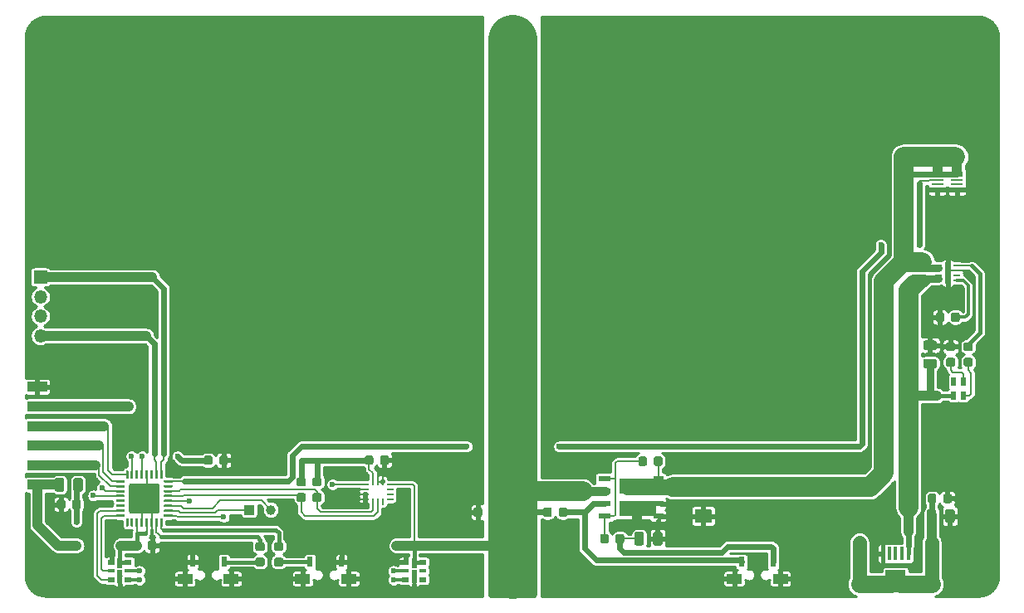
<source format=gbr>
G04 #@! TF.GenerationSoftware,KiCad,Pcbnew,5.1.5*
G04 #@! TF.CreationDate,2019-12-23T15:09:15+01:00*
G04 #@! TF.ProjectId,eside_rev18,65736964-655f-4726-9576-31382e6b6963,rev?*
G04 #@! TF.SameCoordinates,Original*
G04 #@! TF.FileFunction,Copper,L2,Bot*
G04 #@! TF.FilePolarity,Positive*
%FSLAX46Y46*%
G04 Gerber Fmt 4.6, Leading zero omitted, Abs format (unit mm)*
G04 Created by KiCad (PCBNEW 5.1.5) date 2019-12-23 15:09:15*
%MOMM*%
%LPD*%
G04 APERTURE LIST*
%ADD10R,1.000000X1.000000*%
%ADD11C,1.000000*%
%ADD12C,0.100000*%
%ADD13R,0.610000X2.200000*%
%ADD14R,0.700000X0.250000*%
%ADD15R,0.675000X0.250000*%
%ADD16R,0.250000X0.675000*%
%ADD17O,1.350000X1.350000*%
%ADD18R,1.350000X1.350000*%
%ADD19R,0.800000X0.500000*%
%ADD20R,0.800000X0.300000*%
%ADD21R,0.500000X1.000000*%
%ADD22R,0.500000X1.480000*%
%ADD23R,0.500000X0.850000*%
%ADD24R,3.810000X1.650000*%
%ADD25R,1.020000X0.610000*%
%ADD26R,1.270000X0.610000*%
%ADD27R,0.600000X1.000000*%
%ADD28R,1.550000X1.000000*%
%ADD29R,2.000000X1.000000*%
%ADD30R,0.400000X1.350000*%
%ADD31O,1.000000X1.800000*%
%ADD32R,2.000000X2.000000*%
%ADD33C,0.700000*%
%ADD34C,4.400000*%
%ADD35R,1.200000X0.200000*%
%ADD36R,1.200000X0.600000*%
%ADD37C,0.600000*%
%ADD38C,1.000000*%
%ADD39C,0.600000*%
%ADD40C,2.000000*%
%ADD41C,0.800000*%
%ADD42C,0.200000*%
%ADD43C,1.600000*%
%ADD44C,0.400000*%
%ADD45C,1.400000*%
%ADD46C,1.800000*%
%ADD47C,5.000000*%
%ADD48C,0.900000*%
%ADD49C,0.300000*%
%ADD50C,0.254000*%
G04 APERTURE END LIST*
D10*
X73200000Y-100250000D03*
D11*
X75400000Y-100250000D03*
G04 #@! TA.AperFunction,SMDPad,CuDef*
D12*
G36*
X56005142Y-97001174D02*
G01*
X56028803Y-97004684D01*
X56052007Y-97010496D01*
X56074529Y-97018554D01*
X56096153Y-97028782D01*
X56116670Y-97041079D01*
X56135883Y-97055329D01*
X56153607Y-97071393D01*
X56169671Y-97089117D01*
X56183921Y-97108330D01*
X56196218Y-97128847D01*
X56206446Y-97150471D01*
X56214504Y-97172993D01*
X56220316Y-97196197D01*
X56223826Y-97219858D01*
X56225000Y-97243750D01*
X56225000Y-98156250D01*
X56223826Y-98180142D01*
X56220316Y-98203803D01*
X56214504Y-98227007D01*
X56206446Y-98249529D01*
X56196218Y-98271153D01*
X56183921Y-98291670D01*
X56169671Y-98310883D01*
X56153607Y-98328607D01*
X56135883Y-98344671D01*
X56116670Y-98358921D01*
X56096153Y-98371218D01*
X56074529Y-98381446D01*
X56052007Y-98389504D01*
X56028803Y-98395316D01*
X56005142Y-98398826D01*
X55981250Y-98400000D01*
X55493750Y-98400000D01*
X55469858Y-98398826D01*
X55446197Y-98395316D01*
X55422993Y-98389504D01*
X55400471Y-98381446D01*
X55378847Y-98371218D01*
X55358330Y-98358921D01*
X55339117Y-98344671D01*
X55321393Y-98328607D01*
X55305329Y-98310883D01*
X55291079Y-98291670D01*
X55278782Y-98271153D01*
X55268554Y-98249529D01*
X55260496Y-98227007D01*
X55254684Y-98203803D01*
X55251174Y-98180142D01*
X55250000Y-98156250D01*
X55250000Y-97243750D01*
X55251174Y-97219858D01*
X55254684Y-97196197D01*
X55260496Y-97172993D01*
X55268554Y-97150471D01*
X55278782Y-97128847D01*
X55291079Y-97108330D01*
X55305329Y-97089117D01*
X55321393Y-97071393D01*
X55339117Y-97055329D01*
X55358330Y-97041079D01*
X55378847Y-97028782D01*
X55400471Y-97018554D01*
X55422993Y-97010496D01*
X55446197Y-97004684D01*
X55469858Y-97001174D01*
X55493750Y-97000000D01*
X55981250Y-97000000D01*
X56005142Y-97001174D01*
G37*
G04 #@! TD.AperFunction*
G04 #@! TA.AperFunction,SMDPad,CuDef*
G36*
X54130142Y-97001174D02*
G01*
X54153803Y-97004684D01*
X54177007Y-97010496D01*
X54199529Y-97018554D01*
X54221153Y-97028782D01*
X54241670Y-97041079D01*
X54260883Y-97055329D01*
X54278607Y-97071393D01*
X54294671Y-97089117D01*
X54308921Y-97108330D01*
X54321218Y-97128847D01*
X54331446Y-97150471D01*
X54339504Y-97172993D01*
X54345316Y-97196197D01*
X54348826Y-97219858D01*
X54350000Y-97243750D01*
X54350000Y-98156250D01*
X54348826Y-98180142D01*
X54345316Y-98203803D01*
X54339504Y-98227007D01*
X54331446Y-98249529D01*
X54321218Y-98271153D01*
X54308921Y-98291670D01*
X54294671Y-98310883D01*
X54278607Y-98328607D01*
X54260883Y-98344671D01*
X54241670Y-98358921D01*
X54221153Y-98371218D01*
X54199529Y-98381446D01*
X54177007Y-98389504D01*
X54153803Y-98395316D01*
X54130142Y-98398826D01*
X54106250Y-98400000D01*
X53618750Y-98400000D01*
X53594858Y-98398826D01*
X53571197Y-98395316D01*
X53547993Y-98389504D01*
X53525471Y-98381446D01*
X53503847Y-98371218D01*
X53483330Y-98358921D01*
X53464117Y-98344671D01*
X53446393Y-98328607D01*
X53430329Y-98310883D01*
X53416079Y-98291670D01*
X53403782Y-98271153D01*
X53393554Y-98249529D01*
X53385496Y-98227007D01*
X53379684Y-98203803D01*
X53376174Y-98180142D01*
X53375000Y-98156250D01*
X53375000Y-97243750D01*
X53376174Y-97219858D01*
X53379684Y-97196197D01*
X53385496Y-97172993D01*
X53393554Y-97150471D01*
X53403782Y-97128847D01*
X53416079Y-97108330D01*
X53430329Y-97089117D01*
X53446393Y-97071393D01*
X53464117Y-97055329D01*
X53483330Y-97041079D01*
X53503847Y-97028782D01*
X53525471Y-97018554D01*
X53547993Y-97010496D01*
X53571197Y-97004684D01*
X53594858Y-97001174D01*
X53618750Y-97000000D01*
X54106250Y-97000000D01*
X54130142Y-97001174D01*
G37*
G04 #@! TD.AperFunction*
G04 #@! TA.AperFunction,SMDPad,CuDef*
G36*
X55827691Y-99226053D02*
G01*
X55848926Y-99229203D01*
X55869750Y-99234419D01*
X55889962Y-99241651D01*
X55909368Y-99250830D01*
X55927781Y-99261866D01*
X55945024Y-99274654D01*
X55960930Y-99289070D01*
X55975346Y-99304976D01*
X55988134Y-99322219D01*
X55999170Y-99340632D01*
X56008349Y-99360038D01*
X56015581Y-99380250D01*
X56020797Y-99401074D01*
X56023947Y-99422309D01*
X56025000Y-99443750D01*
X56025000Y-99956250D01*
X56023947Y-99977691D01*
X56020797Y-99998926D01*
X56015581Y-100019750D01*
X56008349Y-100039962D01*
X55999170Y-100059368D01*
X55988134Y-100077781D01*
X55975346Y-100095024D01*
X55960930Y-100110930D01*
X55945024Y-100125346D01*
X55927781Y-100138134D01*
X55909368Y-100149170D01*
X55889962Y-100158349D01*
X55869750Y-100165581D01*
X55848926Y-100170797D01*
X55827691Y-100173947D01*
X55806250Y-100175000D01*
X55368750Y-100175000D01*
X55347309Y-100173947D01*
X55326074Y-100170797D01*
X55305250Y-100165581D01*
X55285038Y-100158349D01*
X55265632Y-100149170D01*
X55247219Y-100138134D01*
X55229976Y-100125346D01*
X55214070Y-100110930D01*
X55199654Y-100095024D01*
X55186866Y-100077781D01*
X55175830Y-100059368D01*
X55166651Y-100039962D01*
X55159419Y-100019750D01*
X55154203Y-99998926D01*
X55151053Y-99977691D01*
X55150000Y-99956250D01*
X55150000Y-99443750D01*
X55151053Y-99422309D01*
X55154203Y-99401074D01*
X55159419Y-99380250D01*
X55166651Y-99360038D01*
X55175830Y-99340632D01*
X55186866Y-99322219D01*
X55199654Y-99304976D01*
X55214070Y-99289070D01*
X55229976Y-99274654D01*
X55247219Y-99261866D01*
X55265632Y-99250830D01*
X55285038Y-99241651D01*
X55305250Y-99234419D01*
X55326074Y-99229203D01*
X55347309Y-99226053D01*
X55368750Y-99225000D01*
X55806250Y-99225000D01*
X55827691Y-99226053D01*
G37*
G04 #@! TD.AperFunction*
G04 #@! TA.AperFunction,SMDPad,CuDef*
G36*
X54252691Y-99226053D02*
G01*
X54273926Y-99229203D01*
X54294750Y-99234419D01*
X54314962Y-99241651D01*
X54334368Y-99250830D01*
X54352781Y-99261866D01*
X54370024Y-99274654D01*
X54385930Y-99289070D01*
X54400346Y-99304976D01*
X54413134Y-99322219D01*
X54424170Y-99340632D01*
X54433349Y-99360038D01*
X54440581Y-99380250D01*
X54445797Y-99401074D01*
X54448947Y-99422309D01*
X54450000Y-99443750D01*
X54450000Y-99956250D01*
X54448947Y-99977691D01*
X54445797Y-99998926D01*
X54440581Y-100019750D01*
X54433349Y-100039962D01*
X54424170Y-100059368D01*
X54413134Y-100077781D01*
X54400346Y-100095024D01*
X54385930Y-100110930D01*
X54370024Y-100125346D01*
X54352781Y-100138134D01*
X54334368Y-100149170D01*
X54314962Y-100158349D01*
X54294750Y-100165581D01*
X54273926Y-100170797D01*
X54252691Y-100173947D01*
X54231250Y-100175000D01*
X53793750Y-100175000D01*
X53772309Y-100173947D01*
X53751074Y-100170797D01*
X53730250Y-100165581D01*
X53710038Y-100158349D01*
X53690632Y-100149170D01*
X53672219Y-100138134D01*
X53654976Y-100125346D01*
X53639070Y-100110930D01*
X53624654Y-100095024D01*
X53611866Y-100077781D01*
X53600830Y-100059368D01*
X53591651Y-100039962D01*
X53584419Y-100019750D01*
X53579203Y-99998926D01*
X53576053Y-99977691D01*
X53575000Y-99956250D01*
X53575000Y-99443750D01*
X53576053Y-99422309D01*
X53579203Y-99401074D01*
X53584419Y-99380250D01*
X53591651Y-99360038D01*
X53600830Y-99340632D01*
X53611866Y-99322219D01*
X53624654Y-99304976D01*
X53639070Y-99289070D01*
X53654976Y-99274654D01*
X53672219Y-99261866D01*
X53690632Y-99250830D01*
X53710038Y-99241651D01*
X53730250Y-99234419D01*
X53751074Y-99229203D01*
X53772309Y-99226053D01*
X53793750Y-99225000D01*
X54231250Y-99225000D01*
X54252691Y-99226053D01*
G37*
G04 #@! TD.AperFunction*
D13*
X144400000Y-76100000D03*
D14*
X145325000Y-76850000D03*
X145325000Y-76350000D03*
X145325000Y-75850000D03*
X145325000Y-75350000D03*
X143475000Y-75350000D03*
X143475000Y-75850000D03*
X143475000Y-76350000D03*
X143475000Y-76850000D03*
G04 #@! TA.AperFunction,SMDPad,CuDef*
D12*
G36*
X61952691Y-103426053D02*
G01*
X61973926Y-103429203D01*
X61994750Y-103434419D01*
X62014962Y-103441651D01*
X62034368Y-103450830D01*
X62052781Y-103461866D01*
X62070024Y-103474654D01*
X62085930Y-103489070D01*
X62100346Y-103504976D01*
X62113134Y-103522219D01*
X62124170Y-103540632D01*
X62133349Y-103560038D01*
X62140581Y-103580250D01*
X62145797Y-103601074D01*
X62148947Y-103622309D01*
X62150000Y-103643750D01*
X62150000Y-104156250D01*
X62148947Y-104177691D01*
X62145797Y-104198926D01*
X62140581Y-104219750D01*
X62133349Y-104239962D01*
X62124170Y-104259368D01*
X62113134Y-104277781D01*
X62100346Y-104295024D01*
X62085930Y-104310930D01*
X62070024Y-104325346D01*
X62052781Y-104338134D01*
X62034368Y-104349170D01*
X62014962Y-104358349D01*
X61994750Y-104365581D01*
X61973926Y-104370797D01*
X61952691Y-104373947D01*
X61931250Y-104375000D01*
X61493750Y-104375000D01*
X61472309Y-104373947D01*
X61451074Y-104370797D01*
X61430250Y-104365581D01*
X61410038Y-104358349D01*
X61390632Y-104349170D01*
X61372219Y-104338134D01*
X61354976Y-104325346D01*
X61339070Y-104310930D01*
X61324654Y-104295024D01*
X61311866Y-104277781D01*
X61300830Y-104259368D01*
X61291651Y-104239962D01*
X61284419Y-104219750D01*
X61279203Y-104198926D01*
X61276053Y-104177691D01*
X61275000Y-104156250D01*
X61275000Y-103643750D01*
X61276053Y-103622309D01*
X61279203Y-103601074D01*
X61284419Y-103580250D01*
X61291651Y-103560038D01*
X61300830Y-103540632D01*
X61311866Y-103522219D01*
X61324654Y-103504976D01*
X61339070Y-103489070D01*
X61354976Y-103474654D01*
X61372219Y-103461866D01*
X61390632Y-103450830D01*
X61410038Y-103441651D01*
X61430250Y-103434419D01*
X61451074Y-103429203D01*
X61472309Y-103426053D01*
X61493750Y-103425000D01*
X61931250Y-103425000D01*
X61952691Y-103426053D01*
G37*
G04 #@! TD.AperFunction*
G04 #@! TA.AperFunction,SMDPad,CuDef*
G36*
X63527691Y-103426053D02*
G01*
X63548926Y-103429203D01*
X63569750Y-103434419D01*
X63589962Y-103441651D01*
X63609368Y-103450830D01*
X63627781Y-103461866D01*
X63645024Y-103474654D01*
X63660930Y-103489070D01*
X63675346Y-103504976D01*
X63688134Y-103522219D01*
X63699170Y-103540632D01*
X63708349Y-103560038D01*
X63715581Y-103580250D01*
X63720797Y-103601074D01*
X63723947Y-103622309D01*
X63725000Y-103643750D01*
X63725000Y-104156250D01*
X63723947Y-104177691D01*
X63720797Y-104198926D01*
X63715581Y-104219750D01*
X63708349Y-104239962D01*
X63699170Y-104259368D01*
X63688134Y-104277781D01*
X63675346Y-104295024D01*
X63660930Y-104310930D01*
X63645024Y-104325346D01*
X63627781Y-104338134D01*
X63609368Y-104349170D01*
X63589962Y-104358349D01*
X63569750Y-104365581D01*
X63548926Y-104370797D01*
X63527691Y-104373947D01*
X63506250Y-104375000D01*
X63068750Y-104375000D01*
X63047309Y-104373947D01*
X63026074Y-104370797D01*
X63005250Y-104365581D01*
X62985038Y-104358349D01*
X62965632Y-104349170D01*
X62947219Y-104338134D01*
X62929976Y-104325346D01*
X62914070Y-104310930D01*
X62899654Y-104295024D01*
X62886866Y-104277781D01*
X62875830Y-104259368D01*
X62866651Y-104239962D01*
X62859419Y-104219750D01*
X62854203Y-104198926D01*
X62851053Y-104177691D01*
X62850000Y-104156250D01*
X62850000Y-103643750D01*
X62851053Y-103622309D01*
X62854203Y-103601074D01*
X62859419Y-103580250D01*
X62866651Y-103560038D01*
X62875830Y-103540632D01*
X62886866Y-103522219D01*
X62899654Y-103504976D01*
X62914070Y-103489070D01*
X62929976Y-103474654D01*
X62947219Y-103461866D01*
X62965632Y-103450830D01*
X62985038Y-103441651D01*
X63005250Y-103434419D01*
X63026074Y-103429203D01*
X63047309Y-103426053D01*
X63068750Y-103425000D01*
X63506250Y-103425000D01*
X63527691Y-103426053D01*
G37*
G04 #@! TD.AperFunction*
D15*
X87562500Y-99150000D03*
X87562500Y-98650000D03*
X87562500Y-98150000D03*
X87562500Y-97650000D03*
X85037500Y-97650000D03*
X85037500Y-98150000D03*
X85037500Y-98650000D03*
X85037500Y-99150000D03*
D16*
X86800000Y-97387500D03*
X86300000Y-97387500D03*
X85800000Y-97387500D03*
X86800000Y-99412500D03*
X85800000Y-99412500D03*
X86300000Y-99412500D03*
D17*
X51900000Y-82500000D03*
X51900000Y-80500000D03*
X51900000Y-78500000D03*
D18*
X51900000Y-76500000D03*
G04 #@! TA.AperFunction,SMDPad,CuDef*
D12*
G36*
X120149504Y-97201204D02*
G01*
X120173773Y-97204804D01*
X120197571Y-97210765D01*
X120220671Y-97219030D01*
X120242849Y-97229520D01*
X120263893Y-97242133D01*
X120283598Y-97256747D01*
X120301777Y-97273223D01*
X120318253Y-97291402D01*
X120332867Y-97311107D01*
X120345480Y-97332151D01*
X120355970Y-97354329D01*
X120364235Y-97377429D01*
X120370196Y-97401227D01*
X120373796Y-97425496D01*
X120375000Y-97450000D01*
X120375000Y-98375000D01*
X120373796Y-98399504D01*
X120370196Y-98423773D01*
X120364235Y-98447571D01*
X120355970Y-98470671D01*
X120345480Y-98492849D01*
X120332867Y-98513893D01*
X120318253Y-98533598D01*
X120301777Y-98551777D01*
X120283598Y-98568253D01*
X120263893Y-98582867D01*
X120242849Y-98595480D01*
X120220671Y-98605970D01*
X120197571Y-98614235D01*
X120173773Y-98620196D01*
X120149504Y-98623796D01*
X120125000Y-98625000D01*
X118875000Y-98625000D01*
X118850496Y-98623796D01*
X118826227Y-98620196D01*
X118802429Y-98614235D01*
X118779329Y-98605970D01*
X118757151Y-98595480D01*
X118736107Y-98582867D01*
X118716402Y-98568253D01*
X118698223Y-98551777D01*
X118681747Y-98533598D01*
X118667133Y-98513893D01*
X118654520Y-98492849D01*
X118644030Y-98470671D01*
X118635765Y-98447571D01*
X118629804Y-98423773D01*
X118626204Y-98399504D01*
X118625000Y-98375000D01*
X118625000Y-97450000D01*
X118626204Y-97425496D01*
X118629804Y-97401227D01*
X118635765Y-97377429D01*
X118644030Y-97354329D01*
X118654520Y-97332151D01*
X118667133Y-97311107D01*
X118681747Y-97291402D01*
X118698223Y-97273223D01*
X118716402Y-97256747D01*
X118736107Y-97242133D01*
X118757151Y-97229520D01*
X118779329Y-97219030D01*
X118802429Y-97210765D01*
X118826227Y-97204804D01*
X118850496Y-97201204D01*
X118875000Y-97200000D01*
X120125000Y-97200000D01*
X120149504Y-97201204D01*
G37*
G04 #@! TD.AperFunction*
G04 #@! TA.AperFunction,SMDPad,CuDef*
G36*
X120149504Y-100176204D02*
G01*
X120173773Y-100179804D01*
X120197571Y-100185765D01*
X120220671Y-100194030D01*
X120242849Y-100204520D01*
X120263893Y-100217133D01*
X120283598Y-100231747D01*
X120301777Y-100248223D01*
X120318253Y-100266402D01*
X120332867Y-100286107D01*
X120345480Y-100307151D01*
X120355970Y-100329329D01*
X120364235Y-100352429D01*
X120370196Y-100376227D01*
X120373796Y-100400496D01*
X120375000Y-100425000D01*
X120375000Y-101350000D01*
X120373796Y-101374504D01*
X120370196Y-101398773D01*
X120364235Y-101422571D01*
X120355970Y-101445671D01*
X120345480Y-101467849D01*
X120332867Y-101488893D01*
X120318253Y-101508598D01*
X120301777Y-101526777D01*
X120283598Y-101543253D01*
X120263893Y-101557867D01*
X120242849Y-101570480D01*
X120220671Y-101580970D01*
X120197571Y-101589235D01*
X120173773Y-101595196D01*
X120149504Y-101598796D01*
X120125000Y-101600000D01*
X118875000Y-101600000D01*
X118850496Y-101598796D01*
X118826227Y-101595196D01*
X118802429Y-101589235D01*
X118779329Y-101580970D01*
X118757151Y-101570480D01*
X118736107Y-101557867D01*
X118716402Y-101543253D01*
X118698223Y-101526777D01*
X118681747Y-101508598D01*
X118667133Y-101488893D01*
X118654520Y-101467849D01*
X118644030Y-101445671D01*
X118635765Y-101422571D01*
X118629804Y-101398773D01*
X118626204Y-101374504D01*
X118625000Y-101350000D01*
X118625000Y-100425000D01*
X118626204Y-100400496D01*
X118629804Y-100376227D01*
X118635765Y-100352429D01*
X118644030Y-100329329D01*
X118654520Y-100307151D01*
X118667133Y-100286107D01*
X118681747Y-100266402D01*
X118698223Y-100248223D01*
X118716402Y-100231747D01*
X118736107Y-100217133D01*
X118757151Y-100204520D01*
X118779329Y-100194030D01*
X118802429Y-100185765D01*
X118826227Y-100179804D01*
X118850496Y-100176204D01*
X118875000Y-100175000D01*
X120125000Y-100175000D01*
X120149504Y-100176204D01*
G37*
G04 #@! TD.AperFunction*
G04 #@! TA.AperFunction,SMDPad,CuDef*
G36*
X65318626Y-100725301D02*
G01*
X65324693Y-100726201D01*
X65330643Y-100727691D01*
X65336418Y-100729758D01*
X65341962Y-100732380D01*
X65347223Y-100735533D01*
X65352150Y-100739187D01*
X65356694Y-100743306D01*
X65360813Y-100747850D01*
X65364467Y-100752777D01*
X65367620Y-100758038D01*
X65370242Y-100763582D01*
X65372309Y-100769357D01*
X65373799Y-100775307D01*
X65374699Y-100781374D01*
X65375000Y-100787500D01*
X65375000Y-100912500D01*
X65374699Y-100918626D01*
X65373799Y-100924693D01*
X65372309Y-100930643D01*
X65370242Y-100936418D01*
X65367620Y-100941962D01*
X65364467Y-100947223D01*
X65360813Y-100952150D01*
X65356694Y-100956694D01*
X65352150Y-100960813D01*
X65347223Y-100964467D01*
X65341962Y-100967620D01*
X65336418Y-100970242D01*
X65330643Y-100972309D01*
X65324693Y-100973799D01*
X65318626Y-100974699D01*
X65312500Y-100975000D01*
X64562500Y-100975000D01*
X64556374Y-100974699D01*
X64550307Y-100973799D01*
X64544357Y-100972309D01*
X64538582Y-100970242D01*
X64533038Y-100967620D01*
X64527777Y-100964467D01*
X64522850Y-100960813D01*
X64518306Y-100956694D01*
X64514187Y-100952150D01*
X64510533Y-100947223D01*
X64507380Y-100941962D01*
X64504758Y-100936418D01*
X64502691Y-100930643D01*
X64501201Y-100924693D01*
X64500301Y-100918626D01*
X64500000Y-100912500D01*
X64500000Y-100787500D01*
X64500301Y-100781374D01*
X64501201Y-100775307D01*
X64502691Y-100769357D01*
X64504758Y-100763582D01*
X64507380Y-100758038D01*
X64510533Y-100752777D01*
X64514187Y-100747850D01*
X64518306Y-100743306D01*
X64522850Y-100739187D01*
X64527777Y-100735533D01*
X64533038Y-100732380D01*
X64538582Y-100729758D01*
X64544357Y-100727691D01*
X64550307Y-100726201D01*
X64556374Y-100725301D01*
X64562500Y-100725000D01*
X65312500Y-100725000D01*
X65318626Y-100725301D01*
G37*
G04 #@! TD.AperFunction*
G04 #@! TA.AperFunction,SMDPad,CuDef*
G36*
X65318626Y-100225301D02*
G01*
X65324693Y-100226201D01*
X65330643Y-100227691D01*
X65336418Y-100229758D01*
X65341962Y-100232380D01*
X65347223Y-100235533D01*
X65352150Y-100239187D01*
X65356694Y-100243306D01*
X65360813Y-100247850D01*
X65364467Y-100252777D01*
X65367620Y-100258038D01*
X65370242Y-100263582D01*
X65372309Y-100269357D01*
X65373799Y-100275307D01*
X65374699Y-100281374D01*
X65375000Y-100287500D01*
X65375000Y-100412500D01*
X65374699Y-100418626D01*
X65373799Y-100424693D01*
X65372309Y-100430643D01*
X65370242Y-100436418D01*
X65367620Y-100441962D01*
X65364467Y-100447223D01*
X65360813Y-100452150D01*
X65356694Y-100456694D01*
X65352150Y-100460813D01*
X65347223Y-100464467D01*
X65341962Y-100467620D01*
X65336418Y-100470242D01*
X65330643Y-100472309D01*
X65324693Y-100473799D01*
X65318626Y-100474699D01*
X65312500Y-100475000D01*
X64562500Y-100475000D01*
X64556374Y-100474699D01*
X64550307Y-100473799D01*
X64544357Y-100472309D01*
X64538582Y-100470242D01*
X64533038Y-100467620D01*
X64527777Y-100464467D01*
X64522850Y-100460813D01*
X64518306Y-100456694D01*
X64514187Y-100452150D01*
X64510533Y-100447223D01*
X64507380Y-100441962D01*
X64504758Y-100436418D01*
X64502691Y-100430643D01*
X64501201Y-100424693D01*
X64500301Y-100418626D01*
X64500000Y-100412500D01*
X64500000Y-100287500D01*
X64500301Y-100281374D01*
X64501201Y-100275307D01*
X64502691Y-100269357D01*
X64504758Y-100263582D01*
X64507380Y-100258038D01*
X64510533Y-100252777D01*
X64514187Y-100247850D01*
X64518306Y-100243306D01*
X64522850Y-100239187D01*
X64527777Y-100235533D01*
X64533038Y-100232380D01*
X64538582Y-100229758D01*
X64544357Y-100227691D01*
X64550307Y-100226201D01*
X64556374Y-100225301D01*
X64562500Y-100225000D01*
X65312500Y-100225000D01*
X65318626Y-100225301D01*
G37*
G04 #@! TD.AperFunction*
G04 #@! TA.AperFunction,SMDPad,CuDef*
G36*
X65318626Y-99725301D02*
G01*
X65324693Y-99726201D01*
X65330643Y-99727691D01*
X65336418Y-99729758D01*
X65341962Y-99732380D01*
X65347223Y-99735533D01*
X65352150Y-99739187D01*
X65356694Y-99743306D01*
X65360813Y-99747850D01*
X65364467Y-99752777D01*
X65367620Y-99758038D01*
X65370242Y-99763582D01*
X65372309Y-99769357D01*
X65373799Y-99775307D01*
X65374699Y-99781374D01*
X65375000Y-99787500D01*
X65375000Y-99912500D01*
X65374699Y-99918626D01*
X65373799Y-99924693D01*
X65372309Y-99930643D01*
X65370242Y-99936418D01*
X65367620Y-99941962D01*
X65364467Y-99947223D01*
X65360813Y-99952150D01*
X65356694Y-99956694D01*
X65352150Y-99960813D01*
X65347223Y-99964467D01*
X65341962Y-99967620D01*
X65336418Y-99970242D01*
X65330643Y-99972309D01*
X65324693Y-99973799D01*
X65318626Y-99974699D01*
X65312500Y-99975000D01*
X64562500Y-99975000D01*
X64556374Y-99974699D01*
X64550307Y-99973799D01*
X64544357Y-99972309D01*
X64538582Y-99970242D01*
X64533038Y-99967620D01*
X64527777Y-99964467D01*
X64522850Y-99960813D01*
X64518306Y-99956694D01*
X64514187Y-99952150D01*
X64510533Y-99947223D01*
X64507380Y-99941962D01*
X64504758Y-99936418D01*
X64502691Y-99930643D01*
X64501201Y-99924693D01*
X64500301Y-99918626D01*
X64500000Y-99912500D01*
X64500000Y-99787500D01*
X64500301Y-99781374D01*
X64501201Y-99775307D01*
X64502691Y-99769357D01*
X64504758Y-99763582D01*
X64507380Y-99758038D01*
X64510533Y-99752777D01*
X64514187Y-99747850D01*
X64518306Y-99743306D01*
X64522850Y-99739187D01*
X64527777Y-99735533D01*
X64533038Y-99732380D01*
X64538582Y-99729758D01*
X64544357Y-99727691D01*
X64550307Y-99726201D01*
X64556374Y-99725301D01*
X64562500Y-99725000D01*
X65312500Y-99725000D01*
X65318626Y-99725301D01*
G37*
G04 #@! TD.AperFunction*
G04 #@! TA.AperFunction,SMDPad,CuDef*
G36*
X65318626Y-99225301D02*
G01*
X65324693Y-99226201D01*
X65330643Y-99227691D01*
X65336418Y-99229758D01*
X65341962Y-99232380D01*
X65347223Y-99235533D01*
X65352150Y-99239187D01*
X65356694Y-99243306D01*
X65360813Y-99247850D01*
X65364467Y-99252777D01*
X65367620Y-99258038D01*
X65370242Y-99263582D01*
X65372309Y-99269357D01*
X65373799Y-99275307D01*
X65374699Y-99281374D01*
X65375000Y-99287500D01*
X65375000Y-99412500D01*
X65374699Y-99418626D01*
X65373799Y-99424693D01*
X65372309Y-99430643D01*
X65370242Y-99436418D01*
X65367620Y-99441962D01*
X65364467Y-99447223D01*
X65360813Y-99452150D01*
X65356694Y-99456694D01*
X65352150Y-99460813D01*
X65347223Y-99464467D01*
X65341962Y-99467620D01*
X65336418Y-99470242D01*
X65330643Y-99472309D01*
X65324693Y-99473799D01*
X65318626Y-99474699D01*
X65312500Y-99475000D01*
X64562500Y-99475000D01*
X64556374Y-99474699D01*
X64550307Y-99473799D01*
X64544357Y-99472309D01*
X64538582Y-99470242D01*
X64533038Y-99467620D01*
X64527777Y-99464467D01*
X64522850Y-99460813D01*
X64518306Y-99456694D01*
X64514187Y-99452150D01*
X64510533Y-99447223D01*
X64507380Y-99441962D01*
X64504758Y-99436418D01*
X64502691Y-99430643D01*
X64501201Y-99424693D01*
X64500301Y-99418626D01*
X64500000Y-99412500D01*
X64500000Y-99287500D01*
X64500301Y-99281374D01*
X64501201Y-99275307D01*
X64502691Y-99269357D01*
X64504758Y-99263582D01*
X64507380Y-99258038D01*
X64510533Y-99252777D01*
X64514187Y-99247850D01*
X64518306Y-99243306D01*
X64522850Y-99239187D01*
X64527777Y-99235533D01*
X64533038Y-99232380D01*
X64538582Y-99229758D01*
X64544357Y-99227691D01*
X64550307Y-99226201D01*
X64556374Y-99225301D01*
X64562500Y-99225000D01*
X65312500Y-99225000D01*
X65318626Y-99225301D01*
G37*
G04 #@! TD.AperFunction*
G04 #@! TA.AperFunction,SMDPad,CuDef*
G36*
X65318626Y-98725301D02*
G01*
X65324693Y-98726201D01*
X65330643Y-98727691D01*
X65336418Y-98729758D01*
X65341962Y-98732380D01*
X65347223Y-98735533D01*
X65352150Y-98739187D01*
X65356694Y-98743306D01*
X65360813Y-98747850D01*
X65364467Y-98752777D01*
X65367620Y-98758038D01*
X65370242Y-98763582D01*
X65372309Y-98769357D01*
X65373799Y-98775307D01*
X65374699Y-98781374D01*
X65375000Y-98787500D01*
X65375000Y-98912500D01*
X65374699Y-98918626D01*
X65373799Y-98924693D01*
X65372309Y-98930643D01*
X65370242Y-98936418D01*
X65367620Y-98941962D01*
X65364467Y-98947223D01*
X65360813Y-98952150D01*
X65356694Y-98956694D01*
X65352150Y-98960813D01*
X65347223Y-98964467D01*
X65341962Y-98967620D01*
X65336418Y-98970242D01*
X65330643Y-98972309D01*
X65324693Y-98973799D01*
X65318626Y-98974699D01*
X65312500Y-98975000D01*
X64562500Y-98975000D01*
X64556374Y-98974699D01*
X64550307Y-98973799D01*
X64544357Y-98972309D01*
X64538582Y-98970242D01*
X64533038Y-98967620D01*
X64527777Y-98964467D01*
X64522850Y-98960813D01*
X64518306Y-98956694D01*
X64514187Y-98952150D01*
X64510533Y-98947223D01*
X64507380Y-98941962D01*
X64504758Y-98936418D01*
X64502691Y-98930643D01*
X64501201Y-98924693D01*
X64500301Y-98918626D01*
X64500000Y-98912500D01*
X64500000Y-98787500D01*
X64500301Y-98781374D01*
X64501201Y-98775307D01*
X64502691Y-98769357D01*
X64504758Y-98763582D01*
X64507380Y-98758038D01*
X64510533Y-98752777D01*
X64514187Y-98747850D01*
X64518306Y-98743306D01*
X64522850Y-98739187D01*
X64527777Y-98735533D01*
X64533038Y-98732380D01*
X64538582Y-98729758D01*
X64544357Y-98727691D01*
X64550307Y-98726201D01*
X64556374Y-98725301D01*
X64562500Y-98725000D01*
X65312500Y-98725000D01*
X65318626Y-98725301D01*
G37*
G04 #@! TD.AperFunction*
G04 #@! TA.AperFunction,SMDPad,CuDef*
G36*
X65318626Y-98225301D02*
G01*
X65324693Y-98226201D01*
X65330643Y-98227691D01*
X65336418Y-98229758D01*
X65341962Y-98232380D01*
X65347223Y-98235533D01*
X65352150Y-98239187D01*
X65356694Y-98243306D01*
X65360813Y-98247850D01*
X65364467Y-98252777D01*
X65367620Y-98258038D01*
X65370242Y-98263582D01*
X65372309Y-98269357D01*
X65373799Y-98275307D01*
X65374699Y-98281374D01*
X65375000Y-98287500D01*
X65375000Y-98412500D01*
X65374699Y-98418626D01*
X65373799Y-98424693D01*
X65372309Y-98430643D01*
X65370242Y-98436418D01*
X65367620Y-98441962D01*
X65364467Y-98447223D01*
X65360813Y-98452150D01*
X65356694Y-98456694D01*
X65352150Y-98460813D01*
X65347223Y-98464467D01*
X65341962Y-98467620D01*
X65336418Y-98470242D01*
X65330643Y-98472309D01*
X65324693Y-98473799D01*
X65318626Y-98474699D01*
X65312500Y-98475000D01*
X64562500Y-98475000D01*
X64556374Y-98474699D01*
X64550307Y-98473799D01*
X64544357Y-98472309D01*
X64538582Y-98470242D01*
X64533038Y-98467620D01*
X64527777Y-98464467D01*
X64522850Y-98460813D01*
X64518306Y-98456694D01*
X64514187Y-98452150D01*
X64510533Y-98447223D01*
X64507380Y-98441962D01*
X64504758Y-98436418D01*
X64502691Y-98430643D01*
X64501201Y-98424693D01*
X64500301Y-98418626D01*
X64500000Y-98412500D01*
X64500000Y-98287500D01*
X64500301Y-98281374D01*
X64501201Y-98275307D01*
X64502691Y-98269357D01*
X64504758Y-98263582D01*
X64507380Y-98258038D01*
X64510533Y-98252777D01*
X64514187Y-98247850D01*
X64518306Y-98243306D01*
X64522850Y-98239187D01*
X64527777Y-98235533D01*
X64533038Y-98232380D01*
X64538582Y-98229758D01*
X64544357Y-98227691D01*
X64550307Y-98226201D01*
X64556374Y-98225301D01*
X64562500Y-98225000D01*
X65312500Y-98225000D01*
X65318626Y-98225301D01*
G37*
G04 #@! TD.AperFunction*
G04 #@! TA.AperFunction,SMDPad,CuDef*
G36*
X65318626Y-97725301D02*
G01*
X65324693Y-97726201D01*
X65330643Y-97727691D01*
X65336418Y-97729758D01*
X65341962Y-97732380D01*
X65347223Y-97735533D01*
X65352150Y-97739187D01*
X65356694Y-97743306D01*
X65360813Y-97747850D01*
X65364467Y-97752777D01*
X65367620Y-97758038D01*
X65370242Y-97763582D01*
X65372309Y-97769357D01*
X65373799Y-97775307D01*
X65374699Y-97781374D01*
X65375000Y-97787500D01*
X65375000Y-97912500D01*
X65374699Y-97918626D01*
X65373799Y-97924693D01*
X65372309Y-97930643D01*
X65370242Y-97936418D01*
X65367620Y-97941962D01*
X65364467Y-97947223D01*
X65360813Y-97952150D01*
X65356694Y-97956694D01*
X65352150Y-97960813D01*
X65347223Y-97964467D01*
X65341962Y-97967620D01*
X65336418Y-97970242D01*
X65330643Y-97972309D01*
X65324693Y-97973799D01*
X65318626Y-97974699D01*
X65312500Y-97975000D01*
X64562500Y-97975000D01*
X64556374Y-97974699D01*
X64550307Y-97973799D01*
X64544357Y-97972309D01*
X64538582Y-97970242D01*
X64533038Y-97967620D01*
X64527777Y-97964467D01*
X64522850Y-97960813D01*
X64518306Y-97956694D01*
X64514187Y-97952150D01*
X64510533Y-97947223D01*
X64507380Y-97941962D01*
X64504758Y-97936418D01*
X64502691Y-97930643D01*
X64501201Y-97924693D01*
X64500301Y-97918626D01*
X64500000Y-97912500D01*
X64500000Y-97787500D01*
X64500301Y-97781374D01*
X64501201Y-97775307D01*
X64502691Y-97769357D01*
X64504758Y-97763582D01*
X64507380Y-97758038D01*
X64510533Y-97752777D01*
X64514187Y-97747850D01*
X64518306Y-97743306D01*
X64522850Y-97739187D01*
X64527777Y-97735533D01*
X64533038Y-97732380D01*
X64538582Y-97729758D01*
X64544357Y-97727691D01*
X64550307Y-97726201D01*
X64556374Y-97725301D01*
X64562500Y-97725000D01*
X65312500Y-97725000D01*
X65318626Y-97725301D01*
G37*
G04 #@! TD.AperFunction*
G04 #@! TA.AperFunction,SMDPad,CuDef*
G36*
X65318626Y-97225301D02*
G01*
X65324693Y-97226201D01*
X65330643Y-97227691D01*
X65336418Y-97229758D01*
X65341962Y-97232380D01*
X65347223Y-97235533D01*
X65352150Y-97239187D01*
X65356694Y-97243306D01*
X65360813Y-97247850D01*
X65364467Y-97252777D01*
X65367620Y-97258038D01*
X65370242Y-97263582D01*
X65372309Y-97269357D01*
X65373799Y-97275307D01*
X65374699Y-97281374D01*
X65375000Y-97287500D01*
X65375000Y-97412500D01*
X65374699Y-97418626D01*
X65373799Y-97424693D01*
X65372309Y-97430643D01*
X65370242Y-97436418D01*
X65367620Y-97441962D01*
X65364467Y-97447223D01*
X65360813Y-97452150D01*
X65356694Y-97456694D01*
X65352150Y-97460813D01*
X65347223Y-97464467D01*
X65341962Y-97467620D01*
X65336418Y-97470242D01*
X65330643Y-97472309D01*
X65324693Y-97473799D01*
X65318626Y-97474699D01*
X65312500Y-97475000D01*
X64562500Y-97475000D01*
X64556374Y-97474699D01*
X64550307Y-97473799D01*
X64544357Y-97472309D01*
X64538582Y-97470242D01*
X64533038Y-97467620D01*
X64527777Y-97464467D01*
X64522850Y-97460813D01*
X64518306Y-97456694D01*
X64514187Y-97452150D01*
X64510533Y-97447223D01*
X64507380Y-97441962D01*
X64504758Y-97436418D01*
X64502691Y-97430643D01*
X64501201Y-97424693D01*
X64500301Y-97418626D01*
X64500000Y-97412500D01*
X64500000Y-97287500D01*
X64500301Y-97281374D01*
X64501201Y-97275307D01*
X64502691Y-97269357D01*
X64504758Y-97263582D01*
X64507380Y-97258038D01*
X64510533Y-97252777D01*
X64514187Y-97247850D01*
X64518306Y-97243306D01*
X64522850Y-97239187D01*
X64527777Y-97235533D01*
X64533038Y-97232380D01*
X64538582Y-97229758D01*
X64544357Y-97227691D01*
X64550307Y-97226201D01*
X64556374Y-97225301D01*
X64562500Y-97225000D01*
X65312500Y-97225000D01*
X65318626Y-97225301D01*
G37*
G04 #@! TD.AperFunction*
G04 #@! TA.AperFunction,SMDPad,CuDef*
G36*
X64318626Y-96225301D02*
G01*
X64324693Y-96226201D01*
X64330643Y-96227691D01*
X64336418Y-96229758D01*
X64341962Y-96232380D01*
X64347223Y-96235533D01*
X64352150Y-96239187D01*
X64356694Y-96243306D01*
X64360813Y-96247850D01*
X64364467Y-96252777D01*
X64367620Y-96258038D01*
X64370242Y-96263582D01*
X64372309Y-96269357D01*
X64373799Y-96275307D01*
X64374699Y-96281374D01*
X64375000Y-96287500D01*
X64375000Y-97037500D01*
X64374699Y-97043626D01*
X64373799Y-97049693D01*
X64372309Y-97055643D01*
X64370242Y-97061418D01*
X64367620Y-97066962D01*
X64364467Y-97072223D01*
X64360813Y-97077150D01*
X64356694Y-97081694D01*
X64352150Y-97085813D01*
X64347223Y-97089467D01*
X64341962Y-97092620D01*
X64336418Y-97095242D01*
X64330643Y-97097309D01*
X64324693Y-97098799D01*
X64318626Y-97099699D01*
X64312500Y-97100000D01*
X64187500Y-97100000D01*
X64181374Y-97099699D01*
X64175307Y-97098799D01*
X64169357Y-97097309D01*
X64163582Y-97095242D01*
X64158038Y-97092620D01*
X64152777Y-97089467D01*
X64147850Y-97085813D01*
X64143306Y-97081694D01*
X64139187Y-97077150D01*
X64135533Y-97072223D01*
X64132380Y-97066962D01*
X64129758Y-97061418D01*
X64127691Y-97055643D01*
X64126201Y-97049693D01*
X64125301Y-97043626D01*
X64125000Y-97037500D01*
X64125000Y-96287500D01*
X64125301Y-96281374D01*
X64126201Y-96275307D01*
X64127691Y-96269357D01*
X64129758Y-96263582D01*
X64132380Y-96258038D01*
X64135533Y-96252777D01*
X64139187Y-96247850D01*
X64143306Y-96243306D01*
X64147850Y-96239187D01*
X64152777Y-96235533D01*
X64158038Y-96232380D01*
X64163582Y-96229758D01*
X64169357Y-96227691D01*
X64175307Y-96226201D01*
X64181374Y-96225301D01*
X64187500Y-96225000D01*
X64312500Y-96225000D01*
X64318626Y-96225301D01*
G37*
G04 #@! TD.AperFunction*
G04 #@! TA.AperFunction,SMDPad,CuDef*
G36*
X63818626Y-96225301D02*
G01*
X63824693Y-96226201D01*
X63830643Y-96227691D01*
X63836418Y-96229758D01*
X63841962Y-96232380D01*
X63847223Y-96235533D01*
X63852150Y-96239187D01*
X63856694Y-96243306D01*
X63860813Y-96247850D01*
X63864467Y-96252777D01*
X63867620Y-96258038D01*
X63870242Y-96263582D01*
X63872309Y-96269357D01*
X63873799Y-96275307D01*
X63874699Y-96281374D01*
X63875000Y-96287500D01*
X63875000Y-97037500D01*
X63874699Y-97043626D01*
X63873799Y-97049693D01*
X63872309Y-97055643D01*
X63870242Y-97061418D01*
X63867620Y-97066962D01*
X63864467Y-97072223D01*
X63860813Y-97077150D01*
X63856694Y-97081694D01*
X63852150Y-97085813D01*
X63847223Y-97089467D01*
X63841962Y-97092620D01*
X63836418Y-97095242D01*
X63830643Y-97097309D01*
X63824693Y-97098799D01*
X63818626Y-97099699D01*
X63812500Y-97100000D01*
X63687500Y-97100000D01*
X63681374Y-97099699D01*
X63675307Y-97098799D01*
X63669357Y-97097309D01*
X63663582Y-97095242D01*
X63658038Y-97092620D01*
X63652777Y-97089467D01*
X63647850Y-97085813D01*
X63643306Y-97081694D01*
X63639187Y-97077150D01*
X63635533Y-97072223D01*
X63632380Y-97066962D01*
X63629758Y-97061418D01*
X63627691Y-97055643D01*
X63626201Y-97049693D01*
X63625301Y-97043626D01*
X63625000Y-97037500D01*
X63625000Y-96287500D01*
X63625301Y-96281374D01*
X63626201Y-96275307D01*
X63627691Y-96269357D01*
X63629758Y-96263582D01*
X63632380Y-96258038D01*
X63635533Y-96252777D01*
X63639187Y-96247850D01*
X63643306Y-96243306D01*
X63647850Y-96239187D01*
X63652777Y-96235533D01*
X63658038Y-96232380D01*
X63663582Y-96229758D01*
X63669357Y-96227691D01*
X63675307Y-96226201D01*
X63681374Y-96225301D01*
X63687500Y-96225000D01*
X63812500Y-96225000D01*
X63818626Y-96225301D01*
G37*
G04 #@! TD.AperFunction*
G04 #@! TA.AperFunction,SMDPad,CuDef*
G36*
X63318626Y-96225301D02*
G01*
X63324693Y-96226201D01*
X63330643Y-96227691D01*
X63336418Y-96229758D01*
X63341962Y-96232380D01*
X63347223Y-96235533D01*
X63352150Y-96239187D01*
X63356694Y-96243306D01*
X63360813Y-96247850D01*
X63364467Y-96252777D01*
X63367620Y-96258038D01*
X63370242Y-96263582D01*
X63372309Y-96269357D01*
X63373799Y-96275307D01*
X63374699Y-96281374D01*
X63375000Y-96287500D01*
X63375000Y-97037500D01*
X63374699Y-97043626D01*
X63373799Y-97049693D01*
X63372309Y-97055643D01*
X63370242Y-97061418D01*
X63367620Y-97066962D01*
X63364467Y-97072223D01*
X63360813Y-97077150D01*
X63356694Y-97081694D01*
X63352150Y-97085813D01*
X63347223Y-97089467D01*
X63341962Y-97092620D01*
X63336418Y-97095242D01*
X63330643Y-97097309D01*
X63324693Y-97098799D01*
X63318626Y-97099699D01*
X63312500Y-97100000D01*
X63187500Y-97100000D01*
X63181374Y-97099699D01*
X63175307Y-97098799D01*
X63169357Y-97097309D01*
X63163582Y-97095242D01*
X63158038Y-97092620D01*
X63152777Y-97089467D01*
X63147850Y-97085813D01*
X63143306Y-97081694D01*
X63139187Y-97077150D01*
X63135533Y-97072223D01*
X63132380Y-97066962D01*
X63129758Y-97061418D01*
X63127691Y-97055643D01*
X63126201Y-97049693D01*
X63125301Y-97043626D01*
X63125000Y-97037500D01*
X63125000Y-96287500D01*
X63125301Y-96281374D01*
X63126201Y-96275307D01*
X63127691Y-96269357D01*
X63129758Y-96263582D01*
X63132380Y-96258038D01*
X63135533Y-96252777D01*
X63139187Y-96247850D01*
X63143306Y-96243306D01*
X63147850Y-96239187D01*
X63152777Y-96235533D01*
X63158038Y-96232380D01*
X63163582Y-96229758D01*
X63169357Y-96227691D01*
X63175307Y-96226201D01*
X63181374Y-96225301D01*
X63187500Y-96225000D01*
X63312500Y-96225000D01*
X63318626Y-96225301D01*
G37*
G04 #@! TD.AperFunction*
G04 #@! TA.AperFunction,SMDPad,CuDef*
G36*
X62818626Y-96225301D02*
G01*
X62824693Y-96226201D01*
X62830643Y-96227691D01*
X62836418Y-96229758D01*
X62841962Y-96232380D01*
X62847223Y-96235533D01*
X62852150Y-96239187D01*
X62856694Y-96243306D01*
X62860813Y-96247850D01*
X62864467Y-96252777D01*
X62867620Y-96258038D01*
X62870242Y-96263582D01*
X62872309Y-96269357D01*
X62873799Y-96275307D01*
X62874699Y-96281374D01*
X62875000Y-96287500D01*
X62875000Y-97037500D01*
X62874699Y-97043626D01*
X62873799Y-97049693D01*
X62872309Y-97055643D01*
X62870242Y-97061418D01*
X62867620Y-97066962D01*
X62864467Y-97072223D01*
X62860813Y-97077150D01*
X62856694Y-97081694D01*
X62852150Y-97085813D01*
X62847223Y-97089467D01*
X62841962Y-97092620D01*
X62836418Y-97095242D01*
X62830643Y-97097309D01*
X62824693Y-97098799D01*
X62818626Y-97099699D01*
X62812500Y-97100000D01*
X62687500Y-97100000D01*
X62681374Y-97099699D01*
X62675307Y-97098799D01*
X62669357Y-97097309D01*
X62663582Y-97095242D01*
X62658038Y-97092620D01*
X62652777Y-97089467D01*
X62647850Y-97085813D01*
X62643306Y-97081694D01*
X62639187Y-97077150D01*
X62635533Y-97072223D01*
X62632380Y-97066962D01*
X62629758Y-97061418D01*
X62627691Y-97055643D01*
X62626201Y-97049693D01*
X62625301Y-97043626D01*
X62625000Y-97037500D01*
X62625000Y-96287500D01*
X62625301Y-96281374D01*
X62626201Y-96275307D01*
X62627691Y-96269357D01*
X62629758Y-96263582D01*
X62632380Y-96258038D01*
X62635533Y-96252777D01*
X62639187Y-96247850D01*
X62643306Y-96243306D01*
X62647850Y-96239187D01*
X62652777Y-96235533D01*
X62658038Y-96232380D01*
X62663582Y-96229758D01*
X62669357Y-96227691D01*
X62675307Y-96226201D01*
X62681374Y-96225301D01*
X62687500Y-96225000D01*
X62812500Y-96225000D01*
X62818626Y-96225301D01*
G37*
G04 #@! TD.AperFunction*
G04 #@! TA.AperFunction,SMDPad,CuDef*
G36*
X62318626Y-96225301D02*
G01*
X62324693Y-96226201D01*
X62330643Y-96227691D01*
X62336418Y-96229758D01*
X62341962Y-96232380D01*
X62347223Y-96235533D01*
X62352150Y-96239187D01*
X62356694Y-96243306D01*
X62360813Y-96247850D01*
X62364467Y-96252777D01*
X62367620Y-96258038D01*
X62370242Y-96263582D01*
X62372309Y-96269357D01*
X62373799Y-96275307D01*
X62374699Y-96281374D01*
X62375000Y-96287500D01*
X62375000Y-97037500D01*
X62374699Y-97043626D01*
X62373799Y-97049693D01*
X62372309Y-97055643D01*
X62370242Y-97061418D01*
X62367620Y-97066962D01*
X62364467Y-97072223D01*
X62360813Y-97077150D01*
X62356694Y-97081694D01*
X62352150Y-97085813D01*
X62347223Y-97089467D01*
X62341962Y-97092620D01*
X62336418Y-97095242D01*
X62330643Y-97097309D01*
X62324693Y-97098799D01*
X62318626Y-97099699D01*
X62312500Y-97100000D01*
X62187500Y-97100000D01*
X62181374Y-97099699D01*
X62175307Y-97098799D01*
X62169357Y-97097309D01*
X62163582Y-97095242D01*
X62158038Y-97092620D01*
X62152777Y-97089467D01*
X62147850Y-97085813D01*
X62143306Y-97081694D01*
X62139187Y-97077150D01*
X62135533Y-97072223D01*
X62132380Y-97066962D01*
X62129758Y-97061418D01*
X62127691Y-97055643D01*
X62126201Y-97049693D01*
X62125301Y-97043626D01*
X62125000Y-97037500D01*
X62125000Y-96287500D01*
X62125301Y-96281374D01*
X62126201Y-96275307D01*
X62127691Y-96269357D01*
X62129758Y-96263582D01*
X62132380Y-96258038D01*
X62135533Y-96252777D01*
X62139187Y-96247850D01*
X62143306Y-96243306D01*
X62147850Y-96239187D01*
X62152777Y-96235533D01*
X62158038Y-96232380D01*
X62163582Y-96229758D01*
X62169357Y-96227691D01*
X62175307Y-96226201D01*
X62181374Y-96225301D01*
X62187500Y-96225000D01*
X62312500Y-96225000D01*
X62318626Y-96225301D01*
G37*
G04 #@! TD.AperFunction*
G04 #@! TA.AperFunction,SMDPad,CuDef*
G36*
X61818626Y-96225301D02*
G01*
X61824693Y-96226201D01*
X61830643Y-96227691D01*
X61836418Y-96229758D01*
X61841962Y-96232380D01*
X61847223Y-96235533D01*
X61852150Y-96239187D01*
X61856694Y-96243306D01*
X61860813Y-96247850D01*
X61864467Y-96252777D01*
X61867620Y-96258038D01*
X61870242Y-96263582D01*
X61872309Y-96269357D01*
X61873799Y-96275307D01*
X61874699Y-96281374D01*
X61875000Y-96287500D01*
X61875000Y-97037500D01*
X61874699Y-97043626D01*
X61873799Y-97049693D01*
X61872309Y-97055643D01*
X61870242Y-97061418D01*
X61867620Y-97066962D01*
X61864467Y-97072223D01*
X61860813Y-97077150D01*
X61856694Y-97081694D01*
X61852150Y-97085813D01*
X61847223Y-97089467D01*
X61841962Y-97092620D01*
X61836418Y-97095242D01*
X61830643Y-97097309D01*
X61824693Y-97098799D01*
X61818626Y-97099699D01*
X61812500Y-97100000D01*
X61687500Y-97100000D01*
X61681374Y-97099699D01*
X61675307Y-97098799D01*
X61669357Y-97097309D01*
X61663582Y-97095242D01*
X61658038Y-97092620D01*
X61652777Y-97089467D01*
X61647850Y-97085813D01*
X61643306Y-97081694D01*
X61639187Y-97077150D01*
X61635533Y-97072223D01*
X61632380Y-97066962D01*
X61629758Y-97061418D01*
X61627691Y-97055643D01*
X61626201Y-97049693D01*
X61625301Y-97043626D01*
X61625000Y-97037500D01*
X61625000Y-96287500D01*
X61625301Y-96281374D01*
X61626201Y-96275307D01*
X61627691Y-96269357D01*
X61629758Y-96263582D01*
X61632380Y-96258038D01*
X61635533Y-96252777D01*
X61639187Y-96247850D01*
X61643306Y-96243306D01*
X61647850Y-96239187D01*
X61652777Y-96235533D01*
X61658038Y-96232380D01*
X61663582Y-96229758D01*
X61669357Y-96227691D01*
X61675307Y-96226201D01*
X61681374Y-96225301D01*
X61687500Y-96225000D01*
X61812500Y-96225000D01*
X61818626Y-96225301D01*
G37*
G04 #@! TD.AperFunction*
G04 #@! TA.AperFunction,SMDPad,CuDef*
G36*
X61318626Y-96225301D02*
G01*
X61324693Y-96226201D01*
X61330643Y-96227691D01*
X61336418Y-96229758D01*
X61341962Y-96232380D01*
X61347223Y-96235533D01*
X61352150Y-96239187D01*
X61356694Y-96243306D01*
X61360813Y-96247850D01*
X61364467Y-96252777D01*
X61367620Y-96258038D01*
X61370242Y-96263582D01*
X61372309Y-96269357D01*
X61373799Y-96275307D01*
X61374699Y-96281374D01*
X61375000Y-96287500D01*
X61375000Y-97037500D01*
X61374699Y-97043626D01*
X61373799Y-97049693D01*
X61372309Y-97055643D01*
X61370242Y-97061418D01*
X61367620Y-97066962D01*
X61364467Y-97072223D01*
X61360813Y-97077150D01*
X61356694Y-97081694D01*
X61352150Y-97085813D01*
X61347223Y-97089467D01*
X61341962Y-97092620D01*
X61336418Y-97095242D01*
X61330643Y-97097309D01*
X61324693Y-97098799D01*
X61318626Y-97099699D01*
X61312500Y-97100000D01*
X61187500Y-97100000D01*
X61181374Y-97099699D01*
X61175307Y-97098799D01*
X61169357Y-97097309D01*
X61163582Y-97095242D01*
X61158038Y-97092620D01*
X61152777Y-97089467D01*
X61147850Y-97085813D01*
X61143306Y-97081694D01*
X61139187Y-97077150D01*
X61135533Y-97072223D01*
X61132380Y-97066962D01*
X61129758Y-97061418D01*
X61127691Y-97055643D01*
X61126201Y-97049693D01*
X61125301Y-97043626D01*
X61125000Y-97037500D01*
X61125000Y-96287500D01*
X61125301Y-96281374D01*
X61126201Y-96275307D01*
X61127691Y-96269357D01*
X61129758Y-96263582D01*
X61132380Y-96258038D01*
X61135533Y-96252777D01*
X61139187Y-96247850D01*
X61143306Y-96243306D01*
X61147850Y-96239187D01*
X61152777Y-96235533D01*
X61158038Y-96232380D01*
X61163582Y-96229758D01*
X61169357Y-96227691D01*
X61175307Y-96226201D01*
X61181374Y-96225301D01*
X61187500Y-96225000D01*
X61312500Y-96225000D01*
X61318626Y-96225301D01*
G37*
G04 #@! TD.AperFunction*
G04 #@! TA.AperFunction,SMDPad,CuDef*
G36*
X60818626Y-96225301D02*
G01*
X60824693Y-96226201D01*
X60830643Y-96227691D01*
X60836418Y-96229758D01*
X60841962Y-96232380D01*
X60847223Y-96235533D01*
X60852150Y-96239187D01*
X60856694Y-96243306D01*
X60860813Y-96247850D01*
X60864467Y-96252777D01*
X60867620Y-96258038D01*
X60870242Y-96263582D01*
X60872309Y-96269357D01*
X60873799Y-96275307D01*
X60874699Y-96281374D01*
X60875000Y-96287500D01*
X60875000Y-97037500D01*
X60874699Y-97043626D01*
X60873799Y-97049693D01*
X60872309Y-97055643D01*
X60870242Y-97061418D01*
X60867620Y-97066962D01*
X60864467Y-97072223D01*
X60860813Y-97077150D01*
X60856694Y-97081694D01*
X60852150Y-97085813D01*
X60847223Y-97089467D01*
X60841962Y-97092620D01*
X60836418Y-97095242D01*
X60830643Y-97097309D01*
X60824693Y-97098799D01*
X60818626Y-97099699D01*
X60812500Y-97100000D01*
X60687500Y-97100000D01*
X60681374Y-97099699D01*
X60675307Y-97098799D01*
X60669357Y-97097309D01*
X60663582Y-97095242D01*
X60658038Y-97092620D01*
X60652777Y-97089467D01*
X60647850Y-97085813D01*
X60643306Y-97081694D01*
X60639187Y-97077150D01*
X60635533Y-97072223D01*
X60632380Y-97066962D01*
X60629758Y-97061418D01*
X60627691Y-97055643D01*
X60626201Y-97049693D01*
X60625301Y-97043626D01*
X60625000Y-97037500D01*
X60625000Y-96287500D01*
X60625301Y-96281374D01*
X60626201Y-96275307D01*
X60627691Y-96269357D01*
X60629758Y-96263582D01*
X60632380Y-96258038D01*
X60635533Y-96252777D01*
X60639187Y-96247850D01*
X60643306Y-96243306D01*
X60647850Y-96239187D01*
X60652777Y-96235533D01*
X60658038Y-96232380D01*
X60663582Y-96229758D01*
X60669357Y-96227691D01*
X60675307Y-96226201D01*
X60681374Y-96225301D01*
X60687500Y-96225000D01*
X60812500Y-96225000D01*
X60818626Y-96225301D01*
G37*
G04 #@! TD.AperFunction*
G04 #@! TA.AperFunction,SMDPad,CuDef*
G36*
X60443626Y-97225301D02*
G01*
X60449693Y-97226201D01*
X60455643Y-97227691D01*
X60461418Y-97229758D01*
X60466962Y-97232380D01*
X60472223Y-97235533D01*
X60477150Y-97239187D01*
X60481694Y-97243306D01*
X60485813Y-97247850D01*
X60489467Y-97252777D01*
X60492620Y-97258038D01*
X60495242Y-97263582D01*
X60497309Y-97269357D01*
X60498799Y-97275307D01*
X60499699Y-97281374D01*
X60500000Y-97287500D01*
X60500000Y-97412500D01*
X60499699Y-97418626D01*
X60498799Y-97424693D01*
X60497309Y-97430643D01*
X60495242Y-97436418D01*
X60492620Y-97441962D01*
X60489467Y-97447223D01*
X60485813Y-97452150D01*
X60481694Y-97456694D01*
X60477150Y-97460813D01*
X60472223Y-97464467D01*
X60466962Y-97467620D01*
X60461418Y-97470242D01*
X60455643Y-97472309D01*
X60449693Y-97473799D01*
X60443626Y-97474699D01*
X60437500Y-97475000D01*
X59687500Y-97475000D01*
X59681374Y-97474699D01*
X59675307Y-97473799D01*
X59669357Y-97472309D01*
X59663582Y-97470242D01*
X59658038Y-97467620D01*
X59652777Y-97464467D01*
X59647850Y-97460813D01*
X59643306Y-97456694D01*
X59639187Y-97452150D01*
X59635533Y-97447223D01*
X59632380Y-97441962D01*
X59629758Y-97436418D01*
X59627691Y-97430643D01*
X59626201Y-97424693D01*
X59625301Y-97418626D01*
X59625000Y-97412500D01*
X59625000Y-97287500D01*
X59625301Y-97281374D01*
X59626201Y-97275307D01*
X59627691Y-97269357D01*
X59629758Y-97263582D01*
X59632380Y-97258038D01*
X59635533Y-97252777D01*
X59639187Y-97247850D01*
X59643306Y-97243306D01*
X59647850Y-97239187D01*
X59652777Y-97235533D01*
X59658038Y-97232380D01*
X59663582Y-97229758D01*
X59669357Y-97227691D01*
X59675307Y-97226201D01*
X59681374Y-97225301D01*
X59687500Y-97225000D01*
X60437500Y-97225000D01*
X60443626Y-97225301D01*
G37*
G04 #@! TD.AperFunction*
G04 #@! TA.AperFunction,SMDPad,CuDef*
G36*
X60443626Y-97725301D02*
G01*
X60449693Y-97726201D01*
X60455643Y-97727691D01*
X60461418Y-97729758D01*
X60466962Y-97732380D01*
X60472223Y-97735533D01*
X60477150Y-97739187D01*
X60481694Y-97743306D01*
X60485813Y-97747850D01*
X60489467Y-97752777D01*
X60492620Y-97758038D01*
X60495242Y-97763582D01*
X60497309Y-97769357D01*
X60498799Y-97775307D01*
X60499699Y-97781374D01*
X60500000Y-97787500D01*
X60500000Y-97912500D01*
X60499699Y-97918626D01*
X60498799Y-97924693D01*
X60497309Y-97930643D01*
X60495242Y-97936418D01*
X60492620Y-97941962D01*
X60489467Y-97947223D01*
X60485813Y-97952150D01*
X60481694Y-97956694D01*
X60477150Y-97960813D01*
X60472223Y-97964467D01*
X60466962Y-97967620D01*
X60461418Y-97970242D01*
X60455643Y-97972309D01*
X60449693Y-97973799D01*
X60443626Y-97974699D01*
X60437500Y-97975000D01*
X59687500Y-97975000D01*
X59681374Y-97974699D01*
X59675307Y-97973799D01*
X59669357Y-97972309D01*
X59663582Y-97970242D01*
X59658038Y-97967620D01*
X59652777Y-97964467D01*
X59647850Y-97960813D01*
X59643306Y-97956694D01*
X59639187Y-97952150D01*
X59635533Y-97947223D01*
X59632380Y-97941962D01*
X59629758Y-97936418D01*
X59627691Y-97930643D01*
X59626201Y-97924693D01*
X59625301Y-97918626D01*
X59625000Y-97912500D01*
X59625000Y-97787500D01*
X59625301Y-97781374D01*
X59626201Y-97775307D01*
X59627691Y-97769357D01*
X59629758Y-97763582D01*
X59632380Y-97758038D01*
X59635533Y-97752777D01*
X59639187Y-97747850D01*
X59643306Y-97743306D01*
X59647850Y-97739187D01*
X59652777Y-97735533D01*
X59658038Y-97732380D01*
X59663582Y-97729758D01*
X59669357Y-97727691D01*
X59675307Y-97726201D01*
X59681374Y-97725301D01*
X59687500Y-97725000D01*
X60437500Y-97725000D01*
X60443626Y-97725301D01*
G37*
G04 #@! TD.AperFunction*
G04 #@! TA.AperFunction,SMDPad,CuDef*
G36*
X60443626Y-98225301D02*
G01*
X60449693Y-98226201D01*
X60455643Y-98227691D01*
X60461418Y-98229758D01*
X60466962Y-98232380D01*
X60472223Y-98235533D01*
X60477150Y-98239187D01*
X60481694Y-98243306D01*
X60485813Y-98247850D01*
X60489467Y-98252777D01*
X60492620Y-98258038D01*
X60495242Y-98263582D01*
X60497309Y-98269357D01*
X60498799Y-98275307D01*
X60499699Y-98281374D01*
X60500000Y-98287500D01*
X60500000Y-98412500D01*
X60499699Y-98418626D01*
X60498799Y-98424693D01*
X60497309Y-98430643D01*
X60495242Y-98436418D01*
X60492620Y-98441962D01*
X60489467Y-98447223D01*
X60485813Y-98452150D01*
X60481694Y-98456694D01*
X60477150Y-98460813D01*
X60472223Y-98464467D01*
X60466962Y-98467620D01*
X60461418Y-98470242D01*
X60455643Y-98472309D01*
X60449693Y-98473799D01*
X60443626Y-98474699D01*
X60437500Y-98475000D01*
X59687500Y-98475000D01*
X59681374Y-98474699D01*
X59675307Y-98473799D01*
X59669357Y-98472309D01*
X59663582Y-98470242D01*
X59658038Y-98467620D01*
X59652777Y-98464467D01*
X59647850Y-98460813D01*
X59643306Y-98456694D01*
X59639187Y-98452150D01*
X59635533Y-98447223D01*
X59632380Y-98441962D01*
X59629758Y-98436418D01*
X59627691Y-98430643D01*
X59626201Y-98424693D01*
X59625301Y-98418626D01*
X59625000Y-98412500D01*
X59625000Y-98287500D01*
X59625301Y-98281374D01*
X59626201Y-98275307D01*
X59627691Y-98269357D01*
X59629758Y-98263582D01*
X59632380Y-98258038D01*
X59635533Y-98252777D01*
X59639187Y-98247850D01*
X59643306Y-98243306D01*
X59647850Y-98239187D01*
X59652777Y-98235533D01*
X59658038Y-98232380D01*
X59663582Y-98229758D01*
X59669357Y-98227691D01*
X59675307Y-98226201D01*
X59681374Y-98225301D01*
X59687500Y-98225000D01*
X60437500Y-98225000D01*
X60443626Y-98225301D01*
G37*
G04 #@! TD.AperFunction*
G04 #@! TA.AperFunction,SMDPad,CuDef*
G36*
X60443626Y-98725301D02*
G01*
X60449693Y-98726201D01*
X60455643Y-98727691D01*
X60461418Y-98729758D01*
X60466962Y-98732380D01*
X60472223Y-98735533D01*
X60477150Y-98739187D01*
X60481694Y-98743306D01*
X60485813Y-98747850D01*
X60489467Y-98752777D01*
X60492620Y-98758038D01*
X60495242Y-98763582D01*
X60497309Y-98769357D01*
X60498799Y-98775307D01*
X60499699Y-98781374D01*
X60500000Y-98787500D01*
X60500000Y-98912500D01*
X60499699Y-98918626D01*
X60498799Y-98924693D01*
X60497309Y-98930643D01*
X60495242Y-98936418D01*
X60492620Y-98941962D01*
X60489467Y-98947223D01*
X60485813Y-98952150D01*
X60481694Y-98956694D01*
X60477150Y-98960813D01*
X60472223Y-98964467D01*
X60466962Y-98967620D01*
X60461418Y-98970242D01*
X60455643Y-98972309D01*
X60449693Y-98973799D01*
X60443626Y-98974699D01*
X60437500Y-98975000D01*
X59687500Y-98975000D01*
X59681374Y-98974699D01*
X59675307Y-98973799D01*
X59669357Y-98972309D01*
X59663582Y-98970242D01*
X59658038Y-98967620D01*
X59652777Y-98964467D01*
X59647850Y-98960813D01*
X59643306Y-98956694D01*
X59639187Y-98952150D01*
X59635533Y-98947223D01*
X59632380Y-98941962D01*
X59629758Y-98936418D01*
X59627691Y-98930643D01*
X59626201Y-98924693D01*
X59625301Y-98918626D01*
X59625000Y-98912500D01*
X59625000Y-98787500D01*
X59625301Y-98781374D01*
X59626201Y-98775307D01*
X59627691Y-98769357D01*
X59629758Y-98763582D01*
X59632380Y-98758038D01*
X59635533Y-98752777D01*
X59639187Y-98747850D01*
X59643306Y-98743306D01*
X59647850Y-98739187D01*
X59652777Y-98735533D01*
X59658038Y-98732380D01*
X59663582Y-98729758D01*
X59669357Y-98727691D01*
X59675307Y-98726201D01*
X59681374Y-98725301D01*
X59687500Y-98725000D01*
X60437500Y-98725000D01*
X60443626Y-98725301D01*
G37*
G04 #@! TD.AperFunction*
G04 #@! TA.AperFunction,SMDPad,CuDef*
G36*
X60443626Y-99225301D02*
G01*
X60449693Y-99226201D01*
X60455643Y-99227691D01*
X60461418Y-99229758D01*
X60466962Y-99232380D01*
X60472223Y-99235533D01*
X60477150Y-99239187D01*
X60481694Y-99243306D01*
X60485813Y-99247850D01*
X60489467Y-99252777D01*
X60492620Y-99258038D01*
X60495242Y-99263582D01*
X60497309Y-99269357D01*
X60498799Y-99275307D01*
X60499699Y-99281374D01*
X60500000Y-99287500D01*
X60500000Y-99412500D01*
X60499699Y-99418626D01*
X60498799Y-99424693D01*
X60497309Y-99430643D01*
X60495242Y-99436418D01*
X60492620Y-99441962D01*
X60489467Y-99447223D01*
X60485813Y-99452150D01*
X60481694Y-99456694D01*
X60477150Y-99460813D01*
X60472223Y-99464467D01*
X60466962Y-99467620D01*
X60461418Y-99470242D01*
X60455643Y-99472309D01*
X60449693Y-99473799D01*
X60443626Y-99474699D01*
X60437500Y-99475000D01*
X59687500Y-99475000D01*
X59681374Y-99474699D01*
X59675307Y-99473799D01*
X59669357Y-99472309D01*
X59663582Y-99470242D01*
X59658038Y-99467620D01*
X59652777Y-99464467D01*
X59647850Y-99460813D01*
X59643306Y-99456694D01*
X59639187Y-99452150D01*
X59635533Y-99447223D01*
X59632380Y-99441962D01*
X59629758Y-99436418D01*
X59627691Y-99430643D01*
X59626201Y-99424693D01*
X59625301Y-99418626D01*
X59625000Y-99412500D01*
X59625000Y-99287500D01*
X59625301Y-99281374D01*
X59626201Y-99275307D01*
X59627691Y-99269357D01*
X59629758Y-99263582D01*
X59632380Y-99258038D01*
X59635533Y-99252777D01*
X59639187Y-99247850D01*
X59643306Y-99243306D01*
X59647850Y-99239187D01*
X59652777Y-99235533D01*
X59658038Y-99232380D01*
X59663582Y-99229758D01*
X59669357Y-99227691D01*
X59675307Y-99226201D01*
X59681374Y-99225301D01*
X59687500Y-99225000D01*
X60437500Y-99225000D01*
X60443626Y-99225301D01*
G37*
G04 #@! TD.AperFunction*
G04 #@! TA.AperFunction,SMDPad,CuDef*
G36*
X60443626Y-99725301D02*
G01*
X60449693Y-99726201D01*
X60455643Y-99727691D01*
X60461418Y-99729758D01*
X60466962Y-99732380D01*
X60472223Y-99735533D01*
X60477150Y-99739187D01*
X60481694Y-99743306D01*
X60485813Y-99747850D01*
X60489467Y-99752777D01*
X60492620Y-99758038D01*
X60495242Y-99763582D01*
X60497309Y-99769357D01*
X60498799Y-99775307D01*
X60499699Y-99781374D01*
X60500000Y-99787500D01*
X60500000Y-99912500D01*
X60499699Y-99918626D01*
X60498799Y-99924693D01*
X60497309Y-99930643D01*
X60495242Y-99936418D01*
X60492620Y-99941962D01*
X60489467Y-99947223D01*
X60485813Y-99952150D01*
X60481694Y-99956694D01*
X60477150Y-99960813D01*
X60472223Y-99964467D01*
X60466962Y-99967620D01*
X60461418Y-99970242D01*
X60455643Y-99972309D01*
X60449693Y-99973799D01*
X60443626Y-99974699D01*
X60437500Y-99975000D01*
X59687500Y-99975000D01*
X59681374Y-99974699D01*
X59675307Y-99973799D01*
X59669357Y-99972309D01*
X59663582Y-99970242D01*
X59658038Y-99967620D01*
X59652777Y-99964467D01*
X59647850Y-99960813D01*
X59643306Y-99956694D01*
X59639187Y-99952150D01*
X59635533Y-99947223D01*
X59632380Y-99941962D01*
X59629758Y-99936418D01*
X59627691Y-99930643D01*
X59626201Y-99924693D01*
X59625301Y-99918626D01*
X59625000Y-99912500D01*
X59625000Y-99787500D01*
X59625301Y-99781374D01*
X59626201Y-99775307D01*
X59627691Y-99769357D01*
X59629758Y-99763582D01*
X59632380Y-99758038D01*
X59635533Y-99752777D01*
X59639187Y-99747850D01*
X59643306Y-99743306D01*
X59647850Y-99739187D01*
X59652777Y-99735533D01*
X59658038Y-99732380D01*
X59663582Y-99729758D01*
X59669357Y-99727691D01*
X59675307Y-99726201D01*
X59681374Y-99725301D01*
X59687500Y-99725000D01*
X60437500Y-99725000D01*
X60443626Y-99725301D01*
G37*
G04 #@! TD.AperFunction*
G04 #@! TA.AperFunction,SMDPad,CuDef*
G36*
X60443626Y-100225301D02*
G01*
X60449693Y-100226201D01*
X60455643Y-100227691D01*
X60461418Y-100229758D01*
X60466962Y-100232380D01*
X60472223Y-100235533D01*
X60477150Y-100239187D01*
X60481694Y-100243306D01*
X60485813Y-100247850D01*
X60489467Y-100252777D01*
X60492620Y-100258038D01*
X60495242Y-100263582D01*
X60497309Y-100269357D01*
X60498799Y-100275307D01*
X60499699Y-100281374D01*
X60500000Y-100287500D01*
X60500000Y-100412500D01*
X60499699Y-100418626D01*
X60498799Y-100424693D01*
X60497309Y-100430643D01*
X60495242Y-100436418D01*
X60492620Y-100441962D01*
X60489467Y-100447223D01*
X60485813Y-100452150D01*
X60481694Y-100456694D01*
X60477150Y-100460813D01*
X60472223Y-100464467D01*
X60466962Y-100467620D01*
X60461418Y-100470242D01*
X60455643Y-100472309D01*
X60449693Y-100473799D01*
X60443626Y-100474699D01*
X60437500Y-100475000D01*
X59687500Y-100475000D01*
X59681374Y-100474699D01*
X59675307Y-100473799D01*
X59669357Y-100472309D01*
X59663582Y-100470242D01*
X59658038Y-100467620D01*
X59652777Y-100464467D01*
X59647850Y-100460813D01*
X59643306Y-100456694D01*
X59639187Y-100452150D01*
X59635533Y-100447223D01*
X59632380Y-100441962D01*
X59629758Y-100436418D01*
X59627691Y-100430643D01*
X59626201Y-100424693D01*
X59625301Y-100418626D01*
X59625000Y-100412500D01*
X59625000Y-100287500D01*
X59625301Y-100281374D01*
X59626201Y-100275307D01*
X59627691Y-100269357D01*
X59629758Y-100263582D01*
X59632380Y-100258038D01*
X59635533Y-100252777D01*
X59639187Y-100247850D01*
X59643306Y-100243306D01*
X59647850Y-100239187D01*
X59652777Y-100235533D01*
X59658038Y-100232380D01*
X59663582Y-100229758D01*
X59669357Y-100227691D01*
X59675307Y-100226201D01*
X59681374Y-100225301D01*
X59687500Y-100225000D01*
X60437500Y-100225000D01*
X60443626Y-100225301D01*
G37*
G04 #@! TD.AperFunction*
G04 #@! TA.AperFunction,SMDPad,CuDef*
G36*
X60443626Y-100725301D02*
G01*
X60449693Y-100726201D01*
X60455643Y-100727691D01*
X60461418Y-100729758D01*
X60466962Y-100732380D01*
X60472223Y-100735533D01*
X60477150Y-100739187D01*
X60481694Y-100743306D01*
X60485813Y-100747850D01*
X60489467Y-100752777D01*
X60492620Y-100758038D01*
X60495242Y-100763582D01*
X60497309Y-100769357D01*
X60498799Y-100775307D01*
X60499699Y-100781374D01*
X60500000Y-100787500D01*
X60500000Y-100912500D01*
X60499699Y-100918626D01*
X60498799Y-100924693D01*
X60497309Y-100930643D01*
X60495242Y-100936418D01*
X60492620Y-100941962D01*
X60489467Y-100947223D01*
X60485813Y-100952150D01*
X60481694Y-100956694D01*
X60477150Y-100960813D01*
X60472223Y-100964467D01*
X60466962Y-100967620D01*
X60461418Y-100970242D01*
X60455643Y-100972309D01*
X60449693Y-100973799D01*
X60443626Y-100974699D01*
X60437500Y-100975000D01*
X59687500Y-100975000D01*
X59681374Y-100974699D01*
X59675307Y-100973799D01*
X59669357Y-100972309D01*
X59663582Y-100970242D01*
X59658038Y-100967620D01*
X59652777Y-100964467D01*
X59647850Y-100960813D01*
X59643306Y-100956694D01*
X59639187Y-100952150D01*
X59635533Y-100947223D01*
X59632380Y-100941962D01*
X59629758Y-100936418D01*
X59627691Y-100930643D01*
X59626201Y-100924693D01*
X59625301Y-100918626D01*
X59625000Y-100912500D01*
X59625000Y-100787500D01*
X59625301Y-100781374D01*
X59626201Y-100775307D01*
X59627691Y-100769357D01*
X59629758Y-100763582D01*
X59632380Y-100758038D01*
X59635533Y-100752777D01*
X59639187Y-100747850D01*
X59643306Y-100743306D01*
X59647850Y-100739187D01*
X59652777Y-100735533D01*
X59658038Y-100732380D01*
X59663582Y-100729758D01*
X59669357Y-100727691D01*
X59675307Y-100726201D01*
X59681374Y-100725301D01*
X59687500Y-100725000D01*
X60437500Y-100725000D01*
X60443626Y-100725301D01*
G37*
G04 #@! TD.AperFunction*
G04 #@! TA.AperFunction,SMDPad,CuDef*
G36*
X60818626Y-101100301D02*
G01*
X60824693Y-101101201D01*
X60830643Y-101102691D01*
X60836418Y-101104758D01*
X60841962Y-101107380D01*
X60847223Y-101110533D01*
X60852150Y-101114187D01*
X60856694Y-101118306D01*
X60860813Y-101122850D01*
X60864467Y-101127777D01*
X60867620Y-101133038D01*
X60870242Y-101138582D01*
X60872309Y-101144357D01*
X60873799Y-101150307D01*
X60874699Y-101156374D01*
X60875000Y-101162500D01*
X60875000Y-101912500D01*
X60874699Y-101918626D01*
X60873799Y-101924693D01*
X60872309Y-101930643D01*
X60870242Y-101936418D01*
X60867620Y-101941962D01*
X60864467Y-101947223D01*
X60860813Y-101952150D01*
X60856694Y-101956694D01*
X60852150Y-101960813D01*
X60847223Y-101964467D01*
X60841962Y-101967620D01*
X60836418Y-101970242D01*
X60830643Y-101972309D01*
X60824693Y-101973799D01*
X60818626Y-101974699D01*
X60812500Y-101975000D01*
X60687500Y-101975000D01*
X60681374Y-101974699D01*
X60675307Y-101973799D01*
X60669357Y-101972309D01*
X60663582Y-101970242D01*
X60658038Y-101967620D01*
X60652777Y-101964467D01*
X60647850Y-101960813D01*
X60643306Y-101956694D01*
X60639187Y-101952150D01*
X60635533Y-101947223D01*
X60632380Y-101941962D01*
X60629758Y-101936418D01*
X60627691Y-101930643D01*
X60626201Y-101924693D01*
X60625301Y-101918626D01*
X60625000Y-101912500D01*
X60625000Y-101162500D01*
X60625301Y-101156374D01*
X60626201Y-101150307D01*
X60627691Y-101144357D01*
X60629758Y-101138582D01*
X60632380Y-101133038D01*
X60635533Y-101127777D01*
X60639187Y-101122850D01*
X60643306Y-101118306D01*
X60647850Y-101114187D01*
X60652777Y-101110533D01*
X60658038Y-101107380D01*
X60663582Y-101104758D01*
X60669357Y-101102691D01*
X60675307Y-101101201D01*
X60681374Y-101100301D01*
X60687500Y-101100000D01*
X60812500Y-101100000D01*
X60818626Y-101100301D01*
G37*
G04 #@! TD.AperFunction*
G04 #@! TA.AperFunction,SMDPad,CuDef*
G36*
X61318626Y-101100301D02*
G01*
X61324693Y-101101201D01*
X61330643Y-101102691D01*
X61336418Y-101104758D01*
X61341962Y-101107380D01*
X61347223Y-101110533D01*
X61352150Y-101114187D01*
X61356694Y-101118306D01*
X61360813Y-101122850D01*
X61364467Y-101127777D01*
X61367620Y-101133038D01*
X61370242Y-101138582D01*
X61372309Y-101144357D01*
X61373799Y-101150307D01*
X61374699Y-101156374D01*
X61375000Y-101162500D01*
X61375000Y-101912500D01*
X61374699Y-101918626D01*
X61373799Y-101924693D01*
X61372309Y-101930643D01*
X61370242Y-101936418D01*
X61367620Y-101941962D01*
X61364467Y-101947223D01*
X61360813Y-101952150D01*
X61356694Y-101956694D01*
X61352150Y-101960813D01*
X61347223Y-101964467D01*
X61341962Y-101967620D01*
X61336418Y-101970242D01*
X61330643Y-101972309D01*
X61324693Y-101973799D01*
X61318626Y-101974699D01*
X61312500Y-101975000D01*
X61187500Y-101975000D01*
X61181374Y-101974699D01*
X61175307Y-101973799D01*
X61169357Y-101972309D01*
X61163582Y-101970242D01*
X61158038Y-101967620D01*
X61152777Y-101964467D01*
X61147850Y-101960813D01*
X61143306Y-101956694D01*
X61139187Y-101952150D01*
X61135533Y-101947223D01*
X61132380Y-101941962D01*
X61129758Y-101936418D01*
X61127691Y-101930643D01*
X61126201Y-101924693D01*
X61125301Y-101918626D01*
X61125000Y-101912500D01*
X61125000Y-101162500D01*
X61125301Y-101156374D01*
X61126201Y-101150307D01*
X61127691Y-101144357D01*
X61129758Y-101138582D01*
X61132380Y-101133038D01*
X61135533Y-101127777D01*
X61139187Y-101122850D01*
X61143306Y-101118306D01*
X61147850Y-101114187D01*
X61152777Y-101110533D01*
X61158038Y-101107380D01*
X61163582Y-101104758D01*
X61169357Y-101102691D01*
X61175307Y-101101201D01*
X61181374Y-101100301D01*
X61187500Y-101100000D01*
X61312500Y-101100000D01*
X61318626Y-101100301D01*
G37*
G04 #@! TD.AperFunction*
G04 #@! TA.AperFunction,SMDPad,CuDef*
G36*
X61818626Y-101100301D02*
G01*
X61824693Y-101101201D01*
X61830643Y-101102691D01*
X61836418Y-101104758D01*
X61841962Y-101107380D01*
X61847223Y-101110533D01*
X61852150Y-101114187D01*
X61856694Y-101118306D01*
X61860813Y-101122850D01*
X61864467Y-101127777D01*
X61867620Y-101133038D01*
X61870242Y-101138582D01*
X61872309Y-101144357D01*
X61873799Y-101150307D01*
X61874699Y-101156374D01*
X61875000Y-101162500D01*
X61875000Y-101912500D01*
X61874699Y-101918626D01*
X61873799Y-101924693D01*
X61872309Y-101930643D01*
X61870242Y-101936418D01*
X61867620Y-101941962D01*
X61864467Y-101947223D01*
X61860813Y-101952150D01*
X61856694Y-101956694D01*
X61852150Y-101960813D01*
X61847223Y-101964467D01*
X61841962Y-101967620D01*
X61836418Y-101970242D01*
X61830643Y-101972309D01*
X61824693Y-101973799D01*
X61818626Y-101974699D01*
X61812500Y-101975000D01*
X61687500Y-101975000D01*
X61681374Y-101974699D01*
X61675307Y-101973799D01*
X61669357Y-101972309D01*
X61663582Y-101970242D01*
X61658038Y-101967620D01*
X61652777Y-101964467D01*
X61647850Y-101960813D01*
X61643306Y-101956694D01*
X61639187Y-101952150D01*
X61635533Y-101947223D01*
X61632380Y-101941962D01*
X61629758Y-101936418D01*
X61627691Y-101930643D01*
X61626201Y-101924693D01*
X61625301Y-101918626D01*
X61625000Y-101912500D01*
X61625000Y-101162500D01*
X61625301Y-101156374D01*
X61626201Y-101150307D01*
X61627691Y-101144357D01*
X61629758Y-101138582D01*
X61632380Y-101133038D01*
X61635533Y-101127777D01*
X61639187Y-101122850D01*
X61643306Y-101118306D01*
X61647850Y-101114187D01*
X61652777Y-101110533D01*
X61658038Y-101107380D01*
X61663582Y-101104758D01*
X61669357Y-101102691D01*
X61675307Y-101101201D01*
X61681374Y-101100301D01*
X61687500Y-101100000D01*
X61812500Y-101100000D01*
X61818626Y-101100301D01*
G37*
G04 #@! TD.AperFunction*
G04 #@! TA.AperFunction,SMDPad,CuDef*
G36*
X62318626Y-101100301D02*
G01*
X62324693Y-101101201D01*
X62330643Y-101102691D01*
X62336418Y-101104758D01*
X62341962Y-101107380D01*
X62347223Y-101110533D01*
X62352150Y-101114187D01*
X62356694Y-101118306D01*
X62360813Y-101122850D01*
X62364467Y-101127777D01*
X62367620Y-101133038D01*
X62370242Y-101138582D01*
X62372309Y-101144357D01*
X62373799Y-101150307D01*
X62374699Y-101156374D01*
X62375000Y-101162500D01*
X62375000Y-101912500D01*
X62374699Y-101918626D01*
X62373799Y-101924693D01*
X62372309Y-101930643D01*
X62370242Y-101936418D01*
X62367620Y-101941962D01*
X62364467Y-101947223D01*
X62360813Y-101952150D01*
X62356694Y-101956694D01*
X62352150Y-101960813D01*
X62347223Y-101964467D01*
X62341962Y-101967620D01*
X62336418Y-101970242D01*
X62330643Y-101972309D01*
X62324693Y-101973799D01*
X62318626Y-101974699D01*
X62312500Y-101975000D01*
X62187500Y-101975000D01*
X62181374Y-101974699D01*
X62175307Y-101973799D01*
X62169357Y-101972309D01*
X62163582Y-101970242D01*
X62158038Y-101967620D01*
X62152777Y-101964467D01*
X62147850Y-101960813D01*
X62143306Y-101956694D01*
X62139187Y-101952150D01*
X62135533Y-101947223D01*
X62132380Y-101941962D01*
X62129758Y-101936418D01*
X62127691Y-101930643D01*
X62126201Y-101924693D01*
X62125301Y-101918626D01*
X62125000Y-101912500D01*
X62125000Y-101162500D01*
X62125301Y-101156374D01*
X62126201Y-101150307D01*
X62127691Y-101144357D01*
X62129758Y-101138582D01*
X62132380Y-101133038D01*
X62135533Y-101127777D01*
X62139187Y-101122850D01*
X62143306Y-101118306D01*
X62147850Y-101114187D01*
X62152777Y-101110533D01*
X62158038Y-101107380D01*
X62163582Y-101104758D01*
X62169357Y-101102691D01*
X62175307Y-101101201D01*
X62181374Y-101100301D01*
X62187500Y-101100000D01*
X62312500Y-101100000D01*
X62318626Y-101100301D01*
G37*
G04 #@! TD.AperFunction*
G04 #@! TA.AperFunction,SMDPad,CuDef*
G36*
X62818626Y-101100301D02*
G01*
X62824693Y-101101201D01*
X62830643Y-101102691D01*
X62836418Y-101104758D01*
X62841962Y-101107380D01*
X62847223Y-101110533D01*
X62852150Y-101114187D01*
X62856694Y-101118306D01*
X62860813Y-101122850D01*
X62864467Y-101127777D01*
X62867620Y-101133038D01*
X62870242Y-101138582D01*
X62872309Y-101144357D01*
X62873799Y-101150307D01*
X62874699Y-101156374D01*
X62875000Y-101162500D01*
X62875000Y-101912500D01*
X62874699Y-101918626D01*
X62873799Y-101924693D01*
X62872309Y-101930643D01*
X62870242Y-101936418D01*
X62867620Y-101941962D01*
X62864467Y-101947223D01*
X62860813Y-101952150D01*
X62856694Y-101956694D01*
X62852150Y-101960813D01*
X62847223Y-101964467D01*
X62841962Y-101967620D01*
X62836418Y-101970242D01*
X62830643Y-101972309D01*
X62824693Y-101973799D01*
X62818626Y-101974699D01*
X62812500Y-101975000D01*
X62687500Y-101975000D01*
X62681374Y-101974699D01*
X62675307Y-101973799D01*
X62669357Y-101972309D01*
X62663582Y-101970242D01*
X62658038Y-101967620D01*
X62652777Y-101964467D01*
X62647850Y-101960813D01*
X62643306Y-101956694D01*
X62639187Y-101952150D01*
X62635533Y-101947223D01*
X62632380Y-101941962D01*
X62629758Y-101936418D01*
X62627691Y-101930643D01*
X62626201Y-101924693D01*
X62625301Y-101918626D01*
X62625000Y-101912500D01*
X62625000Y-101162500D01*
X62625301Y-101156374D01*
X62626201Y-101150307D01*
X62627691Y-101144357D01*
X62629758Y-101138582D01*
X62632380Y-101133038D01*
X62635533Y-101127777D01*
X62639187Y-101122850D01*
X62643306Y-101118306D01*
X62647850Y-101114187D01*
X62652777Y-101110533D01*
X62658038Y-101107380D01*
X62663582Y-101104758D01*
X62669357Y-101102691D01*
X62675307Y-101101201D01*
X62681374Y-101100301D01*
X62687500Y-101100000D01*
X62812500Y-101100000D01*
X62818626Y-101100301D01*
G37*
G04 #@! TD.AperFunction*
G04 #@! TA.AperFunction,SMDPad,CuDef*
G36*
X63318626Y-101100301D02*
G01*
X63324693Y-101101201D01*
X63330643Y-101102691D01*
X63336418Y-101104758D01*
X63341962Y-101107380D01*
X63347223Y-101110533D01*
X63352150Y-101114187D01*
X63356694Y-101118306D01*
X63360813Y-101122850D01*
X63364467Y-101127777D01*
X63367620Y-101133038D01*
X63370242Y-101138582D01*
X63372309Y-101144357D01*
X63373799Y-101150307D01*
X63374699Y-101156374D01*
X63375000Y-101162500D01*
X63375000Y-101912500D01*
X63374699Y-101918626D01*
X63373799Y-101924693D01*
X63372309Y-101930643D01*
X63370242Y-101936418D01*
X63367620Y-101941962D01*
X63364467Y-101947223D01*
X63360813Y-101952150D01*
X63356694Y-101956694D01*
X63352150Y-101960813D01*
X63347223Y-101964467D01*
X63341962Y-101967620D01*
X63336418Y-101970242D01*
X63330643Y-101972309D01*
X63324693Y-101973799D01*
X63318626Y-101974699D01*
X63312500Y-101975000D01*
X63187500Y-101975000D01*
X63181374Y-101974699D01*
X63175307Y-101973799D01*
X63169357Y-101972309D01*
X63163582Y-101970242D01*
X63158038Y-101967620D01*
X63152777Y-101964467D01*
X63147850Y-101960813D01*
X63143306Y-101956694D01*
X63139187Y-101952150D01*
X63135533Y-101947223D01*
X63132380Y-101941962D01*
X63129758Y-101936418D01*
X63127691Y-101930643D01*
X63126201Y-101924693D01*
X63125301Y-101918626D01*
X63125000Y-101912500D01*
X63125000Y-101162500D01*
X63125301Y-101156374D01*
X63126201Y-101150307D01*
X63127691Y-101144357D01*
X63129758Y-101138582D01*
X63132380Y-101133038D01*
X63135533Y-101127777D01*
X63139187Y-101122850D01*
X63143306Y-101118306D01*
X63147850Y-101114187D01*
X63152777Y-101110533D01*
X63158038Y-101107380D01*
X63163582Y-101104758D01*
X63169357Y-101102691D01*
X63175307Y-101101201D01*
X63181374Y-101100301D01*
X63187500Y-101100000D01*
X63312500Y-101100000D01*
X63318626Y-101100301D01*
G37*
G04 #@! TD.AperFunction*
G04 #@! TA.AperFunction,SMDPad,CuDef*
G36*
X63818626Y-101100301D02*
G01*
X63824693Y-101101201D01*
X63830643Y-101102691D01*
X63836418Y-101104758D01*
X63841962Y-101107380D01*
X63847223Y-101110533D01*
X63852150Y-101114187D01*
X63856694Y-101118306D01*
X63860813Y-101122850D01*
X63864467Y-101127777D01*
X63867620Y-101133038D01*
X63870242Y-101138582D01*
X63872309Y-101144357D01*
X63873799Y-101150307D01*
X63874699Y-101156374D01*
X63875000Y-101162500D01*
X63875000Y-101912500D01*
X63874699Y-101918626D01*
X63873799Y-101924693D01*
X63872309Y-101930643D01*
X63870242Y-101936418D01*
X63867620Y-101941962D01*
X63864467Y-101947223D01*
X63860813Y-101952150D01*
X63856694Y-101956694D01*
X63852150Y-101960813D01*
X63847223Y-101964467D01*
X63841962Y-101967620D01*
X63836418Y-101970242D01*
X63830643Y-101972309D01*
X63824693Y-101973799D01*
X63818626Y-101974699D01*
X63812500Y-101975000D01*
X63687500Y-101975000D01*
X63681374Y-101974699D01*
X63675307Y-101973799D01*
X63669357Y-101972309D01*
X63663582Y-101970242D01*
X63658038Y-101967620D01*
X63652777Y-101964467D01*
X63647850Y-101960813D01*
X63643306Y-101956694D01*
X63639187Y-101952150D01*
X63635533Y-101947223D01*
X63632380Y-101941962D01*
X63629758Y-101936418D01*
X63627691Y-101930643D01*
X63626201Y-101924693D01*
X63625301Y-101918626D01*
X63625000Y-101912500D01*
X63625000Y-101162500D01*
X63625301Y-101156374D01*
X63626201Y-101150307D01*
X63627691Y-101144357D01*
X63629758Y-101138582D01*
X63632380Y-101133038D01*
X63635533Y-101127777D01*
X63639187Y-101122850D01*
X63643306Y-101118306D01*
X63647850Y-101114187D01*
X63652777Y-101110533D01*
X63658038Y-101107380D01*
X63663582Y-101104758D01*
X63669357Y-101102691D01*
X63675307Y-101101201D01*
X63681374Y-101100301D01*
X63687500Y-101100000D01*
X63812500Y-101100000D01*
X63818626Y-101100301D01*
G37*
G04 #@! TD.AperFunction*
G04 #@! TA.AperFunction,SMDPad,CuDef*
G36*
X64318626Y-101100301D02*
G01*
X64324693Y-101101201D01*
X64330643Y-101102691D01*
X64336418Y-101104758D01*
X64341962Y-101107380D01*
X64347223Y-101110533D01*
X64352150Y-101114187D01*
X64356694Y-101118306D01*
X64360813Y-101122850D01*
X64364467Y-101127777D01*
X64367620Y-101133038D01*
X64370242Y-101138582D01*
X64372309Y-101144357D01*
X64373799Y-101150307D01*
X64374699Y-101156374D01*
X64375000Y-101162500D01*
X64375000Y-101912500D01*
X64374699Y-101918626D01*
X64373799Y-101924693D01*
X64372309Y-101930643D01*
X64370242Y-101936418D01*
X64367620Y-101941962D01*
X64364467Y-101947223D01*
X64360813Y-101952150D01*
X64356694Y-101956694D01*
X64352150Y-101960813D01*
X64347223Y-101964467D01*
X64341962Y-101967620D01*
X64336418Y-101970242D01*
X64330643Y-101972309D01*
X64324693Y-101973799D01*
X64318626Y-101974699D01*
X64312500Y-101975000D01*
X64187500Y-101975000D01*
X64181374Y-101974699D01*
X64175307Y-101973799D01*
X64169357Y-101972309D01*
X64163582Y-101970242D01*
X64158038Y-101967620D01*
X64152777Y-101964467D01*
X64147850Y-101960813D01*
X64143306Y-101956694D01*
X64139187Y-101952150D01*
X64135533Y-101947223D01*
X64132380Y-101941962D01*
X64129758Y-101936418D01*
X64127691Y-101930643D01*
X64126201Y-101924693D01*
X64125301Y-101918626D01*
X64125000Y-101912500D01*
X64125000Y-101162500D01*
X64125301Y-101156374D01*
X64126201Y-101150307D01*
X64127691Y-101144357D01*
X64129758Y-101138582D01*
X64132380Y-101133038D01*
X64135533Y-101127777D01*
X64139187Y-101122850D01*
X64143306Y-101118306D01*
X64147850Y-101114187D01*
X64152777Y-101110533D01*
X64158038Y-101107380D01*
X64163582Y-101104758D01*
X64169357Y-101102691D01*
X64175307Y-101101201D01*
X64181374Y-101100301D01*
X64187500Y-101100000D01*
X64312500Y-101100000D01*
X64318626Y-101100301D01*
G37*
G04 #@! TD.AperFunction*
G04 #@! TA.AperFunction,SMDPad,CuDef*
G36*
X63824505Y-97551204D02*
G01*
X63848773Y-97554804D01*
X63872572Y-97560765D01*
X63895671Y-97569030D01*
X63917850Y-97579520D01*
X63938893Y-97592132D01*
X63958599Y-97606747D01*
X63976777Y-97623223D01*
X63993253Y-97641401D01*
X64007868Y-97661107D01*
X64020480Y-97682150D01*
X64030970Y-97704329D01*
X64039235Y-97727428D01*
X64045196Y-97751227D01*
X64048796Y-97775495D01*
X64050000Y-97799999D01*
X64050000Y-100400001D01*
X64048796Y-100424505D01*
X64045196Y-100448773D01*
X64039235Y-100472572D01*
X64030970Y-100495671D01*
X64020480Y-100517850D01*
X64007868Y-100538893D01*
X63993253Y-100558599D01*
X63976777Y-100576777D01*
X63958599Y-100593253D01*
X63938893Y-100607868D01*
X63917850Y-100620480D01*
X63895671Y-100630970D01*
X63872572Y-100639235D01*
X63848773Y-100645196D01*
X63824505Y-100648796D01*
X63800001Y-100650000D01*
X61199999Y-100650000D01*
X61175495Y-100648796D01*
X61151227Y-100645196D01*
X61127428Y-100639235D01*
X61104329Y-100630970D01*
X61082150Y-100620480D01*
X61061107Y-100607868D01*
X61041401Y-100593253D01*
X61023223Y-100576777D01*
X61006747Y-100558599D01*
X60992132Y-100538893D01*
X60979520Y-100517850D01*
X60969030Y-100495671D01*
X60960765Y-100472572D01*
X60954804Y-100448773D01*
X60951204Y-100424505D01*
X60950000Y-100400001D01*
X60950000Y-97799999D01*
X60951204Y-97775495D01*
X60954804Y-97751227D01*
X60960765Y-97727428D01*
X60969030Y-97704329D01*
X60979520Y-97682150D01*
X60992132Y-97661107D01*
X61006747Y-97641401D01*
X61023223Y-97623223D01*
X61041401Y-97606747D01*
X61061107Y-97592132D01*
X61082150Y-97579520D01*
X61104329Y-97569030D01*
X61127428Y-97560765D01*
X61151227Y-97554804D01*
X61175495Y-97551204D01*
X61199999Y-97550000D01*
X63800001Y-97550000D01*
X63824505Y-97551204D01*
G37*
G04 #@! TD.AperFunction*
G04 #@! TA.AperFunction,SMDPad,CuDef*
G36*
X87227691Y-94726053D02*
G01*
X87248926Y-94729203D01*
X87269750Y-94734419D01*
X87289962Y-94741651D01*
X87309368Y-94750830D01*
X87327781Y-94761866D01*
X87345024Y-94774654D01*
X87360930Y-94789070D01*
X87375346Y-94804976D01*
X87388134Y-94822219D01*
X87399170Y-94840632D01*
X87408349Y-94860038D01*
X87415581Y-94880250D01*
X87420797Y-94901074D01*
X87423947Y-94922309D01*
X87425000Y-94943750D01*
X87425000Y-95456250D01*
X87423947Y-95477691D01*
X87420797Y-95498926D01*
X87415581Y-95519750D01*
X87408349Y-95539962D01*
X87399170Y-95559368D01*
X87388134Y-95577781D01*
X87375346Y-95595024D01*
X87360930Y-95610930D01*
X87345024Y-95625346D01*
X87327781Y-95638134D01*
X87309368Y-95649170D01*
X87289962Y-95658349D01*
X87269750Y-95665581D01*
X87248926Y-95670797D01*
X87227691Y-95673947D01*
X87206250Y-95675000D01*
X86768750Y-95675000D01*
X86747309Y-95673947D01*
X86726074Y-95670797D01*
X86705250Y-95665581D01*
X86685038Y-95658349D01*
X86665632Y-95649170D01*
X86647219Y-95638134D01*
X86629976Y-95625346D01*
X86614070Y-95610930D01*
X86599654Y-95595024D01*
X86586866Y-95577781D01*
X86575830Y-95559368D01*
X86566651Y-95539962D01*
X86559419Y-95519750D01*
X86554203Y-95498926D01*
X86551053Y-95477691D01*
X86550000Y-95456250D01*
X86550000Y-94943750D01*
X86551053Y-94922309D01*
X86554203Y-94901074D01*
X86559419Y-94880250D01*
X86566651Y-94860038D01*
X86575830Y-94840632D01*
X86586866Y-94822219D01*
X86599654Y-94804976D01*
X86614070Y-94789070D01*
X86629976Y-94774654D01*
X86647219Y-94761866D01*
X86665632Y-94750830D01*
X86685038Y-94741651D01*
X86705250Y-94734419D01*
X86726074Y-94729203D01*
X86747309Y-94726053D01*
X86768750Y-94725000D01*
X87206250Y-94725000D01*
X87227691Y-94726053D01*
G37*
G04 #@! TD.AperFunction*
G04 #@! TA.AperFunction,SMDPad,CuDef*
G36*
X85652691Y-94726053D02*
G01*
X85673926Y-94729203D01*
X85694750Y-94734419D01*
X85714962Y-94741651D01*
X85734368Y-94750830D01*
X85752781Y-94761866D01*
X85770024Y-94774654D01*
X85785930Y-94789070D01*
X85800346Y-94804976D01*
X85813134Y-94822219D01*
X85824170Y-94840632D01*
X85833349Y-94860038D01*
X85840581Y-94880250D01*
X85845797Y-94901074D01*
X85848947Y-94922309D01*
X85850000Y-94943750D01*
X85850000Y-95456250D01*
X85848947Y-95477691D01*
X85845797Y-95498926D01*
X85840581Y-95519750D01*
X85833349Y-95539962D01*
X85824170Y-95559368D01*
X85813134Y-95577781D01*
X85800346Y-95595024D01*
X85785930Y-95610930D01*
X85770024Y-95625346D01*
X85752781Y-95638134D01*
X85734368Y-95649170D01*
X85714962Y-95658349D01*
X85694750Y-95665581D01*
X85673926Y-95670797D01*
X85652691Y-95673947D01*
X85631250Y-95675000D01*
X85193750Y-95675000D01*
X85172309Y-95673947D01*
X85151074Y-95670797D01*
X85130250Y-95665581D01*
X85110038Y-95658349D01*
X85090632Y-95649170D01*
X85072219Y-95638134D01*
X85054976Y-95625346D01*
X85039070Y-95610930D01*
X85024654Y-95595024D01*
X85011866Y-95577781D01*
X85000830Y-95559368D01*
X84991651Y-95539962D01*
X84984419Y-95519750D01*
X84979203Y-95498926D01*
X84976053Y-95477691D01*
X84975000Y-95456250D01*
X84975000Y-94943750D01*
X84976053Y-94922309D01*
X84979203Y-94901074D01*
X84984419Y-94880250D01*
X84991651Y-94860038D01*
X85000830Y-94840632D01*
X85011866Y-94822219D01*
X85024654Y-94804976D01*
X85039070Y-94789070D01*
X85054976Y-94774654D01*
X85072219Y-94761866D01*
X85090632Y-94750830D01*
X85110038Y-94741651D01*
X85130250Y-94734419D01*
X85151074Y-94729203D01*
X85172309Y-94726053D01*
X85193750Y-94725000D01*
X85631250Y-94725000D01*
X85652691Y-94726053D01*
G37*
G04 #@! TD.AperFunction*
D19*
X90850000Y-105600000D03*
D20*
X90850000Y-106500000D03*
D19*
X90850000Y-107400000D03*
D20*
X89150000Y-106500000D03*
D19*
X89150000Y-107400000D03*
X89150000Y-105600000D03*
D21*
X90000000Y-105670000D03*
D22*
X90000000Y-107090000D03*
G04 #@! TA.AperFunction,SMDPad,CuDef*
D12*
G36*
X146777691Y-84751053D02*
G01*
X146798926Y-84754203D01*
X146819750Y-84759419D01*
X146839962Y-84766651D01*
X146859368Y-84775830D01*
X146877781Y-84786866D01*
X146895024Y-84799654D01*
X146910930Y-84814070D01*
X146925346Y-84829976D01*
X146938134Y-84847219D01*
X146949170Y-84865632D01*
X146958349Y-84885038D01*
X146965581Y-84905250D01*
X146970797Y-84926074D01*
X146973947Y-84947309D01*
X146975000Y-84968750D01*
X146975000Y-85406250D01*
X146973947Y-85427691D01*
X146970797Y-85448926D01*
X146965581Y-85469750D01*
X146958349Y-85489962D01*
X146949170Y-85509368D01*
X146938134Y-85527781D01*
X146925346Y-85545024D01*
X146910930Y-85560930D01*
X146895024Y-85575346D01*
X146877781Y-85588134D01*
X146859368Y-85599170D01*
X146839962Y-85608349D01*
X146819750Y-85615581D01*
X146798926Y-85620797D01*
X146777691Y-85623947D01*
X146756250Y-85625000D01*
X146243750Y-85625000D01*
X146222309Y-85623947D01*
X146201074Y-85620797D01*
X146180250Y-85615581D01*
X146160038Y-85608349D01*
X146140632Y-85599170D01*
X146122219Y-85588134D01*
X146104976Y-85575346D01*
X146089070Y-85560930D01*
X146074654Y-85545024D01*
X146061866Y-85527781D01*
X146050830Y-85509368D01*
X146041651Y-85489962D01*
X146034419Y-85469750D01*
X146029203Y-85448926D01*
X146026053Y-85427691D01*
X146025000Y-85406250D01*
X146025000Y-84968750D01*
X146026053Y-84947309D01*
X146029203Y-84926074D01*
X146034419Y-84905250D01*
X146041651Y-84885038D01*
X146050830Y-84865632D01*
X146061866Y-84847219D01*
X146074654Y-84829976D01*
X146089070Y-84814070D01*
X146104976Y-84799654D01*
X146122219Y-84786866D01*
X146140632Y-84775830D01*
X146160038Y-84766651D01*
X146180250Y-84759419D01*
X146201074Y-84754203D01*
X146222309Y-84751053D01*
X146243750Y-84750000D01*
X146756250Y-84750000D01*
X146777691Y-84751053D01*
G37*
G04 #@! TD.AperFunction*
G04 #@! TA.AperFunction,SMDPad,CuDef*
G36*
X146777691Y-83176053D02*
G01*
X146798926Y-83179203D01*
X146819750Y-83184419D01*
X146839962Y-83191651D01*
X146859368Y-83200830D01*
X146877781Y-83211866D01*
X146895024Y-83224654D01*
X146910930Y-83239070D01*
X146925346Y-83254976D01*
X146938134Y-83272219D01*
X146949170Y-83290632D01*
X146958349Y-83310038D01*
X146965581Y-83330250D01*
X146970797Y-83351074D01*
X146973947Y-83372309D01*
X146975000Y-83393750D01*
X146975000Y-83831250D01*
X146973947Y-83852691D01*
X146970797Y-83873926D01*
X146965581Y-83894750D01*
X146958349Y-83914962D01*
X146949170Y-83934368D01*
X146938134Y-83952781D01*
X146925346Y-83970024D01*
X146910930Y-83985930D01*
X146895024Y-84000346D01*
X146877781Y-84013134D01*
X146859368Y-84024170D01*
X146839962Y-84033349D01*
X146819750Y-84040581D01*
X146798926Y-84045797D01*
X146777691Y-84048947D01*
X146756250Y-84050000D01*
X146243750Y-84050000D01*
X146222309Y-84048947D01*
X146201074Y-84045797D01*
X146180250Y-84040581D01*
X146160038Y-84033349D01*
X146140632Y-84024170D01*
X146122219Y-84013134D01*
X146104976Y-84000346D01*
X146089070Y-83985930D01*
X146074654Y-83970024D01*
X146061866Y-83952781D01*
X146050830Y-83934368D01*
X146041651Y-83914962D01*
X146034419Y-83894750D01*
X146029203Y-83873926D01*
X146026053Y-83852691D01*
X146025000Y-83831250D01*
X146025000Y-83393750D01*
X146026053Y-83372309D01*
X146029203Y-83351074D01*
X146034419Y-83330250D01*
X146041651Y-83310038D01*
X146050830Y-83290632D01*
X146061866Y-83272219D01*
X146074654Y-83254976D01*
X146089070Y-83239070D01*
X146104976Y-83224654D01*
X146122219Y-83211866D01*
X146140632Y-83200830D01*
X146160038Y-83191651D01*
X146180250Y-83184419D01*
X146201074Y-83179203D01*
X146222309Y-83176053D01*
X146243750Y-83175000D01*
X146756250Y-83175000D01*
X146777691Y-83176053D01*
G37*
G04 #@! TD.AperFunction*
G04 #@! TA.AperFunction,SMDPad,CuDef*
G36*
X144977691Y-84751053D02*
G01*
X144998926Y-84754203D01*
X145019750Y-84759419D01*
X145039962Y-84766651D01*
X145059368Y-84775830D01*
X145077781Y-84786866D01*
X145095024Y-84799654D01*
X145110930Y-84814070D01*
X145125346Y-84829976D01*
X145138134Y-84847219D01*
X145149170Y-84865632D01*
X145158349Y-84885038D01*
X145165581Y-84905250D01*
X145170797Y-84926074D01*
X145173947Y-84947309D01*
X145175000Y-84968750D01*
X145175000Y-85406250D01*
X145173947Y-85427691D01*
X145170797Y-85448926D01*
X145165581Y-85469750D01*
X145158349Y-85489962D01*
X145149170Y-85509368D01*
X145138134Y-85527781D01*
X145125346Y-85545024D01*
X145110930Y-85560930D01*
X145095024Y-85575346D01*
X145077781Y-85588134D01*
X145059368Y-85599170D01*
X145039962Y-85608349D01*
X145019750Y-85615581D01*
X144998926Y-85620797D01*
X144977691Y-85623947D01*
X144956250Y-85625000D01*
X144443750Y-85625000D01*
X144422309Y-85623947D01*
X144401074Y-85620797D01*
X144380250Y-85615581D01*
X144360038Y-85608349D01*
X144340632Y-85599170D01*
X144322219Y-85588134D01*
X144304976Y-85575346D01*
X144289070Y-85560930D01*
X144274654Y-85545024D01*
X144261866Y-85527781D01*
X144250830Y-85509368D01*
X144241651Y-85489962D01*
X144234419Y-85469750D01*
X144229203Y-85448926D01*
X144226053Y-85427691D01*
X144225000Y-85406250D01*
X144225000Y-84968750D01*
X144226053Y-84947309D01*
X144229203Y-84926074D01*
X144234419Y-84905250D01*
X144241651Y-84885038D01*
X144250830Y-84865632D01*
X144261866Y-84847219D01*
X144274654Y-84829976D01*
X144289070Y-84814070D01*
X144304976Y-84799654D01*
X144322219Y-84786866D01*
X144340632Y-84775830D01*
X144360038Y-84766651D01*
X144380250Y-84759419D01*
X144401074Y-84754203D01*
X144422309Y-84751053D01*
X144443750Y-84750000D01*
X144956250Y-84750000D01*
X144977691Y-84751053D01*
G37*
G04 #@! TD.AperFunction*
G04 #@! TA.AperFunction,SMDPad,CuDef*
G36*
X144977691Y-83176053D02*
G01*
X144998926Y-83179203D01*
X145019750Y-83184419D01*
X145039962Y-83191651D01*
X145059368Y-83200830D01*
X145077781Y-83211866D01*
X145095024Y-83224654D01*
X145110930Y-83239070D01*
X145125346Y-83254976D01*
X145138134Y-83272219D01*
X145149170Y-83290632D01*
X145158349Y-83310038D01*
X145165581Y-83330250D01*
X145170797Y-83351074D01*
X145173947Y-83372309D01*
X145175000Y-83393750D01*
X145175000Y-83831250D01*
X145173947Y-83852691D01*
X145170797Y-83873926D01*
X145165581Y-83894750D01*
X145158349Y-83914962D01*
X145149170Y-83934368D01*
X145138134Y-83952781D01*
X145125346Y-83970024D01*
X145110930Y-83985930D01*
X145095024Y-84000346D01*
X145077781Y-84013134D01*
X145059368Y-84024170D01*
X145039962Y-84033349D01*
X145019750Y-84040581D01*
X144998926Y-84045797D01*
X144977691Y-84048947D01*
X144956250Y-84050000D01*
X144443750Y-84050000D01*
X144422309Y-84048947D01*
X144401074Y-84045797D01*
X144380250Y-84040581D01*
X144360038Y-84033349D01*
X144340632Y-84024170D01*
X144322219Y-84013134D01*
X144304976Y-84000346D01*
X144289070Y-83985930D01*
X144274654Y-83970024D01*
X144261866Y-83952781D01*
X144250830Y-83934368D01*
X144241651Y-83914962D01*
X144234419Y-83894750D01*
X144229203Y-83873926D01*
X144226053Y-83852691D01*
X144225000Y-83831250D01*
X144225000Y-83393750D01*
X144226053Y-83372309D01*
X144229203Y-83351074D01*
X144234419Y-83330250D01*
X144241651Y-83310038D01*
X144250830Y-83290632D01*
X144261866Y-83272219D01*
X144274654Y-83254976D01*
X144289070Y-83239070D01*
X144304976Y-83224654D01*
X144322219Y-83211866D01*
X144340632Y-83200830D01*
X144360038Y-83191651D01*
X144380250Y-83184419D01*
X144401074Y-83179203D01*
X144422309Y-83176053D01*
X144443750Y-83175000D01*
X144956250Y-83175000D01*
X144977691Y-83176053D01*
G37*
G04 #@! TD.AperFunction*
D23*
X146000000Y-87200000D03*
X146000000Y-88600000D03*
X145000000Y-88600000D03*
X145000000Y-87200000D03*
D24*
X112790000Y-97870000D03*
X112790000Y-100130000D03*
D25*
X114895000Y-100905000D03*
X114895000Y-99635000D03*
X114895000Y-98365000D03*
X114895000Y-97095000D03*
D26*
X109430000Y-97095000D03*
X109430000Y-98365000D03*
X109430000Y-99635000D03*
X109430000Y-100905000D03*
D19*
X60850000Y-105600000D03*
D20*
X60850000Y-106500000D03*
D19*
X60850000Y-107400000D03*
D20*
X59150000Y-106500000D03*
D19*
X59150000Y-107400000D03*
X59150000Y-105600000D03*
D21*
X60000000Y-105670000D03*
D22*
X60000000Y-107090000D03*
G04 #@! TA.AperFunction,SMDPad,CuDef*
D12*
G36*
X78777691Y-98551053D02*
G01*
X78798926Y-98554203D01*
X78819750Y-98559419D01*
X78839962Y-98566651D01*
X78859368Y-98575830D01*
X78877781Y-98586866D01*
X78895024Y-98599654D01*
X78910930Y-98614070D01*
X78925346Y-98629976D01*
X78938134Y-98647219D01*
X78949170Y-98665632D01*
X78958349Y-98685038D01*
X78965581Y-98705250D01*
X78970797Y-98726074D01*
X78973947Y-98747309D01*
X78975000Y-98768750D01*
X78975000Y-99206250D01*
X78973947Y-99227691D01*
X78970797Y-99248926D01*
X78965581Y-99269750D01*
X78958349Y-99289962D01*
X78949170Y-99309368D01*
X78938134Y-99327781D01*
X78925346Y-99345024D01*
X78910930Y-99360930D01*
X78895024Y-99375346D01*
X78877781Y-99388134D01*
X78859368Y-99399170D01*
X78839962Y-99408349D01*
X78819750Y-99415581D01*
X78798926Y-99420797D01*
X78777691Y-99423947D01*
X78756250Y-99425000D01*
X78243750Y-99425000D01*
X78222309Y-99423947D01*
X78201074Y-99420797D01*
X78180250Y-99415581D01*
X78160038Y-99408349D01*
X78140632Y-99399170D01*
X78122219Y-99388134D01*
X78104976Y-99375346D01*
X78089070Y-99360930D01*
X78074654Y-99345024D01*
X78061866Y-99327781D01*
X78050830Y-99309368D01*
X78041651Y-99289962D01*
X78034419Y-99269750D01*
X78029203Y-99248926D01*
X78026053Y-99227691D01*
X78025000Y-99206250D01*
X78025000Y-98768750D01*
X78026053Y-98747309D01*
X78029203Y-98726074D01*
X78034419Y-98705250D01*
X78041651Y-98685038D01*
X78050830Y-98665632D01*
X78061866Y-98647219D01*
X78074654Y-98629976D01*
X78089070Y-98614070D01*
X78104976Y-98599654D01*
X78122219Y-98586866D01*
X78140632Y-98575830D01*
X78160038Y-98566651D01*
X78180250Y-98559419D01*
X78201074Y-98554203D01*
X78222309Y-98551053D01*
X78243750Y-98550000D01*
X78756250Y-98550000D01*
X78777691Y-98551053D01*
G37*
G04 #@! TD.AperFunction*
G04 #@! TA.AperFunction,SMDPad,CuDef*
G36*
X78777691Y-96976053D02*
G01*
X78798926Y-96979203D01*
X78819750Y-96984419D01*
X78839962Y-96991651D01*
X78859368Y-97000830D01*
X78877781Y-97011866D01*
X78895024Y-97024654D01*
X78910930Y-97039070D01*
X78925346Y-97054976D01*
X78938134Y-97072219D01*
X78949170Y-97090632D01*
X78958349Y-97110038D01*
X78965581Y-97130250D01*
X78970797Y-97151074D01*
X78973947Y-97172309D01*
X78975000Y-97193750D01*
X78975000Y-97631250D01*
X78973947Y-97652691D01*
X78970797Y-97673926D01*
X78965581Y-97694750D01*
X78958349Y-97714962D01*
X78949170Y-97734368D01*
X78938134Y-97752781D01*
X78925346Y-97770024D01*
X78910930Y-97785930D01*
X78895024Y-97800346D01*
X78877781Y-97813134D01*
X78859368Y-97824170D01*
X78839962Y-97833349D01*
X78819750Y-97840581D01*
X78798926Y-97845797D01*
X78777691Y-97848947D01*
X78756250Y-97850000D01*
X78243750Y-97850000D01*
X78222309Y-97848947D01*
X78201074Y-97845797D01*
X78180250Y-97840581D01*
X78160038Y-97833349D01*
X78140632Y-97824170D01*
X78122219Y-97813134D01*
X78104976Y-97800346D01*
X78089070Y-97785930D01*
X78074654Y-97770024D01*
X78061866Y-97752781D01*
X78050830Y-97734368D01*
X78041651Y-97714962D01*
X78034419Y-97694750D01*
X78029203Y-97673926D01*
X78026053Y-97652691D01*
X78025000Y-97631250D01*
X78025000Y-97193750D01*
X78026053Y-97172309D01*
X78029203Y-97151074D01*
X78034419Y-97130250D01*
X78041651Y-97110038D01*
X78050830Y-97090632D01*
X78061866Y-97072219D01*
X78074654Y-97054976D01*
X78089070Y-97039070D01*
X78104976Y-97024654D01*
X78122219Y-97011866D01*
X78140632Y-97000830D01*
X78160038Y-96991651D01*
X78180250Y-96984419D01*
X78201074Y-96979203D01*
X78222309Y-96976053D01*
X78243750Y-96975000D01*
X78756250Y-96975000D01*
X78777691Y-96976053D01*
G37*
G04 #@! TD.AperFunction*
G04 #@! TA.AperFunction,SMDPad,CuDef*
G36*
X80377691Y-98551053D02*
G01*
X80398926Y-98554203D01*
X80419750Y-98559419D01*
X80439962Y-98566651D01*
X80459368Y-98575830D01*
X80477781Y-98586866D01*
X80495024Y-98599654D01*
X80510930Y-98614070D01*
X80525346Y-98629976D01*
X80538134Y-98647219D01*
X80549170Y-98665632D01*
X80558349Y-98685038D01*
X80565581Y-98705250D01*
X80570797Y-98726074D01*
X80573947Y-98747309D01*
X80575000Y-98768750D01*
X80575000Y-99206250D01*
X80573947Y-99227691D01*
X80570797Y-99248926D01*
X80565581Y-99269750D01*
X80558349Y-99289962D01*
X80549170Y-99309368D01*
X80538134Y-99327781D01*
X80525346Y-99345024D01*
X80510930Y-99360930D01*
X80495024Y-99375346D01*
X80477781Y-99388134D01*
X80459368Y-99399170D01*
X80439962Y-99408349D01*
X80419750Y-99415581D01*
X80398926Y-99420797D01*
X80377691Y-99423947D01*
X80356250Y-99425000D01*
X79843750Y-99425000D01*
X79822309Y-99423947D01*
X79801074Y-99420797D01*
X79780250Y-99415581D01*
X79760038Y-99408349D01*
X79740632Y-99399170D01*
X79722219Y-99388134D01*
X79704976Y-99375346D01*
X79689070Y-99360930D01*
X79674654Y-99345024D01*
X79661866Y-99327781D01*
X79650830Y-99309368D01*
X79641651Y-99289962D01*
X79634419Y-99269750D01*
X79629203Y-99248926D01*
X79626053Y-99227691D01*
X79625000Y-99206250D01*
X79625000Y-98768750D01*
X79626053Y-98747309D01*
X79629203Y-98726074D01*
X79634419Y-98705250D01*
X79641651Y-98685038D01*
X79650830Y-98665632D01*
X79661866Y-98647219D01*
X79674654Y-98629976D01*
X79689070Y-98614070D01*
X79704976Y-98599654D01*
X79722219Y-98586866D01*
X79740632Y-98575830D01*
X79760038Y-98566651D01*
X79780250Y-98559419D01*
X79801074Y-98554203D01*
X79822309Y-98551053D01*
X79843750Y-98550000D01*
X80356250Y-98550000D01*
X80377691Y-98551053D01*
G37*
G04 #@! TD.AperFunction*
G04 #@! TA.AperFunction,SMDPad,CuDef*
G36*
X80377691Y-96976053D02*
G01*
X80398926Y-96979203D01*
X80419750Y-96984419D01*
X80439962Y-96991651D01*
X80459368Y-97000830D01*
X80477781Y-97011866D01*
X80495024Y-97024654D01*
X80510930Y-97039070D01*
X80525346Y-97054976D01*
X80538134Y-97072219D01*
X80549170Y-97090632D01*
X80558349Y-97110038D01*
X80565581Y-97130250D01*
X80570797Y-97151074D01*
X80573947Y-97172309D01*
X80575000Y-97193750D01*
X80575000Y-97631250D01*
X80573947Y-97652691D01*
X80570797Y-97673926D01*
X80565581Y-97694750D01*
X80558349Y-97714962D01*
X80549170Y-97734368D01*
X80538134Y-97752781D01*
X80525346Y-97770024D01*
X80510930Y-97785930D01*
X80495024Y-97800346D01*
X80477781Y-97813134D01*
X80459368Y-97824170D01*
X80439962Y-97833349D01*
X80419750Y-97840581D01*
X80398926Y-97845797D01*
X80377691Y-97848947D01*
X80356250Y-97850000D01*
X79843750Y-97850000D01*
X79822309Y-97848947D01*
X79801074Y-97845797D01*
X79780250Y-97840581D01*
X79760038Y-97833349D01*
X79740632Y-97824170D01*
X79722219Y-97813134D01*
X79704976Y-97800346D01*
X79689070Y-97785930D01*
X79674654Y-97770024D01*
X79661866Y-97752781D01*
X79650830Y-97734368D01*
X79641651Y-97714962D01*
X79634419Y-97694750D01*
X79629203Y-97673926D01*
X79626053Y-97652691D01*
X79625000Y-97631250D01*
X79625000Y-97193750D01*
X79626053Y-97172309D01*
X79629203Y-97151074D01*
X79634419Y-97130250D01*
X79641651Y-97110038D01*
X79650830Y-97090632D01*
X79661866Y-97072219D01*
X79674654Y-97054976D01*
X79689070Y-97039070D01*
X79704976Y-97024654D01*
X79722219Y-97011866D01*
X79740632Y-97000830D01*
X79760038Y-96991651D01*
X79780250Y-96984419D01*
X79801074Y-96979203D01*
X79822309Y-96976053D01*
X79843750Y-96975000D01*
X80356250Y-96975000D01*
X80377691Y-96976053D01*
G37*
G04 #@! TD.AperFunction*
D27*
X82625000Y-105575000D03*
X79400000Y-105575000D03*
D28*
X78650000Y-107300000D03*
X83350000Y-107300000D03*
D27*
X70625000Y-105575000D03*
X67400000Y-105575000D03*
D28*
X66650000Y-107300000D03*
X71350000Y-107300000D03*
X127350000Y-107300000D03*
X122650000Y-107300000D03*
D27*
X123400000Y-105575000D03*
X126625000Y-105575000D03*
G04 #@! TA.AperFunction,SMDPad,CuDef*
D12*
G36*
X76477691Y-105151053D02*
G01*
X76498926Y-105154203D01*
X76519750Y-105159419D01*
X76539962Y-105166651D01*
X76559368Y-105175830D01*
X76577781Y-105186866D01*
X76595024Y-105199654D01*
X76610930Y-105214070D01*
X76625346Y-105229976D01*
X76638134Y-105247219D01*
X76649170Y-105265632D01*
X76658349Y-105285038D01*
X76665581Y-105305250D01*
X76670797Y-105326074D01*
X76673947Y-105347309D01*
X76675000Y-105368750D01*
X76675000Y-105806250D01*
X76673947Y-105827691D01*
X76670797Y-105848926D01*
X76665581Y-105869750D01*
X76658349Y-105889962D01*
X76649170Y-105909368D01*
X76638134Y-105927781D01*
X76625346Y-105945024D01*
X76610930Y-105960930D01*
X76595024Y-105975346D01*
X76577781Y-105988134D01*
X76559368Y-105999170D01*
X76539962Y-106008349D01*
X76519750Y-106015581D01*
X76498926Y-106020797D01*
X76477691Y-106023947D01*
X76456250Y-106025000D01*
X75943750Y-106025000D01*
X75922309Y-106023947D01*
X75901074Y-106020797D01*
X75880250Y-106015581D01*
X75860038Y-106008349D01*
X75840632Y-105999170D01*
X75822219Y-105988134D01*
X75804976Y-105975346D01*
X75789070Y-105960930D01*
X75774654Y-105945024D01*
X75761866Y-105927781D01*
X75750830Y-105909368D01*
X75741651Y-105889962D01*
X75734419Y-105869750D01*
X75729203Y-105848926D01*
X75726053Y-105827691D01*
X75725000Y-105806250D01*
X75725000Y-105368750D01*
X75726053Y-105347309D01*
X75729203Y-105326074D01*
X75734419Y-105305250D01*
X75741651Y-105285038D01*
X75750830Y-105265632D01*
X75761866Y-105247219D01*
X75774654Y-105229976D01*
X75789070Y-105214070D01*
X75804976Y-105199654D01*
X75822219Y-105186866D01*
X75840632Y-105175830D01*
X75860038Y-105166651D01*
X75880250Y-105159419D01*
X75901074Y-105154203D01*
X75922309Y-105151053D01*
X75943750Y-105150000D01*
X76456250Y-105150000D01*
X76477691Y-105151053D01*
G37*
G04 #@! TD.AperFunction*
G04 #@! TA.AperFunction,SMDPad,CuDef*
G36*
X76477691Y-103576053D02*
G01*
X76498926Y-103579203D01*
X76519750Y-103584419D01*
X76539962Y-103591651D01*
X76559368Y-103600830D01*
X76577781Y-103611866D01*
X76595024Y-103624654D01*
X76610930Y-103639070D01*
X76625346Y-103654976D01*
X76638134Y-103672219D01*
X76649170Y-103690632D01*
X76658349Y-103710038D01*
X76665581Y-103730250D01*
X76670797Y-103751074D01*
X76673947Y-103772309D01*
X76675000Y-103793750D01*
X76675000Y-104231250D01*
X76673947Y-104252691D01*
X76670797Y-104273926D01*
X76665581Y-104294750D01*
X76658349Y-104314962D01*
X76649170Y-104334368D01*
X76638134Y-104352781D01*
X76625346Y-104370024D01*
X76610930Y-104385930D01*
X76595024Y-104400346D01*
X76577781Y-104413134D01*
X76559368Y-104424170D01*
X76539962Y-104433349D01*
X76519750Y-104440581D01*
X76498926Y-104445797D01*
X76477691Y-104448947D01*
X76456250Y-104450000D01*
X75943750Y-104450000D01*
X75922309Y-104448947D01*
X75901074Y-104445797D01*
X75880250Y-104440581D01*
X75860038Y-104433349D01*
X75840632Y-104424170D01*
X75822219Y-104413134D01*
X75804976Y-104400346D01*
X75789070Y-104385930D01*
X75774654Y-104370024D01*
X75761866Y-104352781D01*
X75750830Y-104334368D01*
X75741651Y-104314962D01*
X75734419Y-104294750D01*
X75729203Y-104273926D01*
X75726053Y-104252691D01*
X75725000Y-104231250D01*
X75725000Y-103793750D01*
X75726053Y-103772309D01*
X75729203Y-103751074D01*
X75734419Y-103730250D01*
X75741651Y-103710038D01*
X75750830Y-103690632D01*
X75761866Y-103672219D01*
X75774654Y-103654976D01*
X75789070Y-103639070D01*
X75804976Y-103624654D01*
X75822219Y-103611866D01*
X75840632Y-103600830D01*
X75860038Y-103591651D01*
X75880250Y-103584419D01*
X75901074Y-103579203D01*
X75922309Y-103576053D01*
X75943750Y-103575000D01*
X76456250Y-103575000D01*
X76477691Y-103576053D01*
G37*
G04 #@! TD.AperFunction*
G04 #@! TA.AperFunction,SMDPad,CuDef*
G36*
X74577691Y-105151053D02*
G01*
X74598926Y-105154203D01*
X74619750Y-105159419D01*
X74639962Y-105166651D01*
X74659368Y-105175830D01*
X74677781Y-105186866D01*
X74695024Y-105199654D01*
X74710930Y-105214070D01*
X74725346Y-105229976D01*
X74738134Y-105247219D01*
X74749170Y-105265632D01*
X74758349Y-105285038D01*
X74765581Y-105305250D01*
X74770797Y-105326074D01*
X74773947Y-105347309D01*
X74775000Y-105368750D01*
X74775000Y-105806250D01*
X74773947Y-105827691D01*
X74770797Y-105848926D01*
X74765581Y-105869750D01*
X74758349Y-105889962D01*
X74749170Y-105909368D01*
X74738134Y-105927781D01*
X74725346Y-105945024D01*
X74710930Y-105960930D01*
X74695024Y-105975346D01*
X74677781Y-105988134D01*
X74659368Y-105999170D01*
X74639962Y-106008349D01*
X74619750Y-106015581D01*
X74598926Y-106020797D01*
X74577691Y-106023947D01*
X74556250Y-106025000D01*
X74043750Y-106025000D01*
X74022309Y-106023947D01*
X74001074Y-106020797D01*
X73980250Y-106015581D01*
X73960038Y-106008349D01*
X73940632Y-105999170D01*
X73922219Y-105988134D01*
X73904976Y-105975346D01*
X73889070Y-105960930D01*
X73874654Y-105945024D01*
X73861866Y-105927781D01*
X73850830Y-105909368D01*
X73841651Y-105889962D01*
X73834419Y-105869750D01*
X73829203Y-105848926D01*
X73826053Y-105827691D01*
X73825000Y-105806250D01*
X73825000Y-105368750D01*
X73826053Y-105347309D01*
X73829203Y-105326074D01*
X73834419Y-105305250D01*
X73841651Y-105285038D01*
X73850830Y-105265632D01*
X73861866Y-105247219D01*
X73874654Y-105229976D01*
X73889070Y-105214070D01*
X73904976Y-105199654D01*
X73922219Y-105186866D01*
X73940632Y-105175830D01*
X73960038Y-105166651D01*
X73980250Y-105159419D01*
X74001074Y-105154203D01*
X74022309Y-105151053D01*
X74043750Y-105150000D01*
X74556250Y-105150000D01*
X74577691Y-105151053D01*
G37*
G04 #@! TD.AperFunction*
G04 #@! TA.AperFunction,SMDPad,CuDef*
G36*
X74577691Y-103576053D02*
G01*
X74598926Y-103579203D01*
X74619750Y-103584419D01*
X74639962Y-103591651D01*
X74659368Y-103600830D01*
X74677781Y-103611866D01*
X74695024Y-103624654D01*
X74710930Y-103639070D01*
X74725346Y-103654976D01*
X74738134Y-103672219D01*
X74749170Y-103690632D01*
X74758349Y-103710038D01*
X74765581Y-103730250D01*
X74770797Y-103751074D01*
X74773947Y-103772309D01*
X74775000Y-103793750D01*
X74775000Y-104231250D01*
X74773947Y-104252691D01*
X74770797Y-104273926D01*
X74765581Y-104294750D01*
X74758349Y-104314962D01*
X74749170Y-104334368D01*
X74738134Y-104352781D01*
X74725346Y-104370024D01*
X74710930Y-104385930D01*
X74695024Y-104400346D01*
X74677781Y-104413134D01*
X74659368Y-104424170D01*
X74639962Y-104433349D01*
X74619750Y-104440581D01*
X74598926Y-104445797D01*
X74577691Y-104448947D01*
X74556250Y-104450000D01*
X74043750Y-104450000D01*
X74022309Y-104448947D01*
X74001074Y-104445797D01*
X73980250Y-104440581D01*
X73960038Y-104433349D01*
X73940632Y-104424170D01*
X73922219Y-104413134D01*
X73904976Y-104400346D01*
X73889070Y-104385930D01*
X73874654Y-104370024D01*
X73861866Y-104352781D01*
X73850830Y-104334368D01*
X73841651Y-104314962D01*
X73834419Y-104294750D01*
X73829203Y-104273926D01*
X73826053Y-104252691D01*
X73825000Y-104231250D01*
X73825000Y-103793750D01*
X73826053Y-103772309D01*
X73829203Y-103751074D01*
X73834419Y-103730250D01*
X73841651Y-103710038D01*
X73850830Y-103690632D01*
X73861866Y-103672219D01*
X73874654Y-103654976D01*
X73889070Y-103639070D01*
X73904976Y-103624654D01*
X73922219Y-103611866D01*
X73940632Y-103600830D01*
X73960038Y-103591651D01*
X73980250Y-103584419D01*
X74001074Y-103579203D01*
X74022309Y-103576053D01*
X74043750Y-103575000D01*
X74556250Y-103575000D01*
X74577691Y-103576053D01*
G37*
G04 #@! TD.AperFunction*
G04 #@! TA.AperFunction,SMDPad,CuDef*
G36*
X143052691Y-98626053D02*
G01*
X143073926Y-98629203D01*
X143094750Y-98634419D01*
X143114962Y-98641651D01*
X143134368Y-98650830D01*
X143152781Y-98661866D01*
X143170024Y-98674654D01*
X143185930Y-98689070D01*
X143200346Y-98704976D01*
X143213134Y-98722219D01*
X143224170Y-98740632D01*
X143233349Y-98760038D01*
X143240581Y-98780250D01*
X143245797Y-98801074D01*
X143248947Y-98822309D01*
X143250000Y-98843750D01*
X143250000Y-99356250D01*
X143248947Y-99377691D01*
X143245797Y-99398926D01*
X143240581Y-99419750D01*
X143233349Y-99439962D01*
X143224170Y-99459368D01*
X143213134Y-99477781D01*
X143200346Y-99495024D01*
X143185930Y-99510930D01*
X143170024Y-99525346D01*
X143152781Y-99538134D01*
X143134368Y-99549170D01*
X143114962Y-99558349D01*
X143094750Y-99565581D01*
X143073926Y-99570797D01*
X143052691Y-99573947D01*
X143031250Y-99575000D01*
X142593750Y-99575000D01*
X142572309Y-99573947D01*
X142551074Y-99570797D01*
X142530250Y-99565581D01*
X142510038Y-99558349D01*
X142490632Y-99549170D01*
X142472219Y-99538134D01*
X142454976Y-99525346D01*
X142439070Y-99510930D01*
X142424654Y-99495024D01*
X142411866Y-99477781D01*
X142400830Y-99459368D01*
X142391651Y-99439962D01*
X142384419Y-99419750D01*
X142379203Y-99398926D01*
X142376053Y-99377691D01*
X142375000Y-99356250D01*
X142375000Y-98843750D01*
X142376053Y-98822309D01*
X142379203Y-98801074D01*
X142384419Y-98780250D01*
X142391651Y-98760038D01*
X142400830Y-98740632D01*
X142411866Y-98722219D01*
X142424654Y-98704976D01*
X142439070Y-98689070D01*
X142454976Y-98674654D01*
X142472219Y-98661866D01*
X142490632Y-98650830D01*
X142510038Y-98641651D01*
X142530250Y-98634419D01*
X142551074Y-98629203D01*
X142572309Y-98626053D01*
X142593750Y-98625000D01*
X143031250Y-98625000D01*
X143052691Y-98626053D01*
G37*
G04 #@! TD.AperFunction*
G04 #@! TA.AperFunction,SMDPad,CuDef*
G36*
X144627691Y-98626053D02*
G01*
X144648926Y-98629203D01*
X144669750Y-98634419D01*
X144689962Y-98641651D01*
X144709368Y-98650830D01*
X144727781Y-98661866D01*
X144745024Y-98674654D01*
X144760930Y-98689070D01*
X144775346Y-98704976D01*
X144788134Y-98722219D01*
X144799170Y-98740632D01*
X144808349Y-98760038D01*
X144815581Y-98780250D01*
X144820797Y-98801074D01*
X144823947Y-98822309D01*
X144825000Y-98843750D01*
X144825000Y-99356250D01*
X144823947Y-99377691D01*
X144820797Y-99398926D01*
X144815581Y-99419750D01*
X144808349Y-99439962D01*
X144799170Y-99459368D01*
X144788134Y-99477781D01*
X144775346Y-99495024D01*
X144760930Y-99510930D01*
X144745024Y-99525346D01*
X144727781Y-99538134D01*
X144709368Y-99549170D01*
X144689962Y-99558349D01*
X144669750Y-99565581D01*
X144648926Y-99570797D01*
X144627691Y-99573947D01*
X144606250Y-99575000D01*
X144168750Y-99575000D01*
X144147309Y-99573947D01*
X144126074Y-99570797D01*
X144105250Y-99565581D01*
X144085038Y-99558349D01*
X144065632Y-99549170D01*
X144047219Y-99538134D01*
X144029976Y-99525346D01*
X144014070Y-99510930D01*
X143999654Y-99495024D01*
X143986866Y-99477781D01*
X143975830Y-99459368D01*
X143966651Y-99439962D01*
X143959419Y-99419750D01*
X143954203Y-99398926D01*
X143951053Y-99377691D01*
X143950000Y-99356250D01*
X143950000Y-98843750D01*
X143951053Y-98822309D01*
X143954203Y-98801074D01*
X143959419Y-98780250D01*
X143966651Y-98760038D01*
X143975830Y-98740632D01*
X143986866Y-98722219D01*
X143999654Y-98704976D01*
X144014070Y-98689070D01*
X144029976Y-98674654D01*
X144047219Y-98661866D01*
X144065632Y-98650830D01*
X144085038Y-98641651D01*
X144105250Y-98634419D01*
X144126074Y-98629203D01*
X144147309Y-98626053D01*
X144168750Y-98625000D01*
X144606250Y-98625000D01*
X144627691Y-98626053D01*
G37*
G04 #@! TD.AperFunction*
G04 #@! TA.AperFunction,SMDPad,CuDef*
G36*
X111227691Y-102726053D02*
G01*
X111248926Y-102729203D01*
X111269750Y-102734419D01*
X111289962Y-102741651D01*
X111309368Y-102750830D01*
X111327781Y-102761866D01*
X111345024Y-102774654D01*
X111360930Y-102789070D01*
X111375346Y-102804976D01*
X111388134Y-102822219D01*
X111399170Y-102840632D01*
X111408349Y-102860038D01*
X111415581Y-102880250D01*
X111420797Y-102901074D01*
X111423947Y-102922309D01*
X111425000Y-102943750D01*
X111425000Y-103456250D01*
X111423947Y-103477691D01*
X111420797Y-103498926D01*
X111415581Y-103519750D01*
X111408349Y-103539962D01*
X111399170Y-103559368D01*
X111388134Y-103577781D01*
X111375346Y-103595024D01*
X111360930Y-103610930D01*
X111345024Y-103625346D01*
X111327781Y-103638134D01*
X111309368Y-103649170D01*
X111289962Y-103658349D01*
X111269750Y-103665581D01*
X111248926Y-103670797D01*
X111227691Y-103673947D01*
X111206250Y-103675000D01*
X110768750Y-103675000D01*
X110747309Y-103673947D01*
X110726074Y-103670797D01*
X110705250Y-103665581D01*
X110685038Y-103658349D01*
X110665632Y-103649170D01*
X110647219Y-103638134D01*
X110629976Y-103625346D01*
X110614070Y-103610930D01*
X110599654Y-103595024D01*
X110586866Y-103577781D01*
X110575830Y-103559368D01*
X110566651Y-103539962D01*
X110559419Y-103519750D01*
X110554203Y-103498926D01*
X110551053Y-103477691D01*
X110550000Y-103456250D01*
X110550000Y-102943750D01*
X110551053Y-102922309D01*
X110554203Y-102901074D01*
X110559419Y-102880250D01*
X110566651Y-102860038D01*
X110575830Y-102840632D01*
X110586866Y-102822219D01*
X110599654Y-102804976D01*
X110614070Y-102789070D01*
X110629976Y-102774654D01*
X110647219Y-102761866D01*
X110665632Y-102750830D01*
X110685038Y-102741651D01*
X110705250Y-102734419D01*
X110726074Y-102729203D01*
X110747309Y-102726053D01*
X110768750Y-102725000D01*
X111206250Y-102725000D01*
X111227691Y-102726053D01*
G37*
G04 #@! TD.AperFunction*
G04 #@! TA.AperFunction,SMDPad,CuDef*
G36*
X109652691Y-102726053D02*
G01*
X109673926Y-102729203D01*
X109694750Y-102734419D01*
X109714962Y-102741651D01*
X109734368Y-102750830D01*
X109752781Y-102761866D01*
X109770024Y-102774654D01*
X109785930Y-102789070D01*
X109800346Y-102804976D01*
X109813134Y-102822219D01*
X109824170Y-102840632D01*
X109833349Y-102860038D01*
X109840581Y-102880250D01*
X109845797Y-102901074D01*
X109848947Y-102922309D01*
X109850000Y-102943750D01*
X109850000Y-103456250D01*
X109848947Y-103477691D01*
X109845797Y-103498926D01*
X109840581Y-103519750D01*
X109833349Y-103539962D01*
X109824170Y-103559368D01*
X109813134Y-103577781D01*
X109800346Y-103595024D01*
X109785930Y-103610930D01*
X109770024Y-103625346D01*
X109752781Y-103638134D01*
X109734368Y-103649170D01*
X109714962Y-103658349D01*
X109694750Y-103665581D01*
X109673926Y-103670797D01*
X109652691Y-103673947D01*
X109631250Y-103675000D01*
X109193750Y-103675000D01*
X109172309Y-103673947D01*
X109151074Y-103670797D01*
X109130250Y-103665581D01*
X109110038Y-103658349D01*
X109090632Y-103649170D01*
X109072219Y-103638134D01*
X109054976Y-103625346D01*
X109039070Y-103610930D01*
X109024654Y-103595024D01*
X109011866Y-103577781D01*
X109000830Y-103559368D01*
X108991651Y-103539962D01*
X108984419Y-103519750D01*
X108979203Y-103498926D01*
X108976053Y-103477691D01*
X108975000Y-103456250D01*
X108975000Y-102943750D01*
X108976053Y-102922309D01*
X108979203Y-102901074D01*
X108984419Y-102880250D01*
X108991651Y-102860038D01*
X109000830Y-102840632D01*
X109011866Y-102822219D01*
X109024654Y-102804976D01*
X109039070Y-102789070D01*
X109054976Y-102774654D01*
X109072219Y-102761866D01*
X109090632Y-102750830D01*
X109110038Y-102741651D01*
X109130250Y-102734419D01*
X109151074Y-102729203D01*
X109172309Y-102726053D01*
X109193750Y-102725000D01*
X109631250Y-102725000D01*
X109652691Y-102726053D01*
G37*
G04 #@! TD.AperFunction*
G04 #@! TA.AperFunction,SMDPad,CuDef*
G36*
X96752691Y-100026053D02*
G01*
X96773926Y-100029203D01*
X96794750Y-100034419D01*
X96814962Y-100041651D01*
X96834368Y-100050830D01*
X96852781Y-100061866D01*
X96870024Y-100074654D01*
X96885930Y-100089070D01*
X96900346Y-100104976D01*
X96913134Y-100122219D01*
X96924170Y-100140632D01*
X96933349Y-100160038D01*
X96940581Y-100180250D01*
X96945797Y-100201074D01*
X96948947Y-100222309D01*
X96950000Y-100243750D01*
X96950000Y-100756250D01*
X96948947Y-100777691D01*
X96945797Y-100798926D01*
X96940581Y-100819750D01*
X96933349Y-100839962D01*
X96924170Y-100859368D01*
X96913134Y-100877781D01*
X96900346Y-100895024D01*
X96885930Y-100910930D01*
X96870024Y-100925346D01*
X96852781Y-100938134D01*
X96834368Y-100949170D01*
X96814962Y-100958349D01*
X96794750Y-100965581D01*
X96773926Y-100970797D01*
X96752691Y-100973947D01*
X96731250Y-100975000D01*
X96293750Y-100975000D01*
X96272309Y-100973947D01*
X96251074Y-100970797D01*
X96230250Y-100965581D01*
X96210038Y-100958349D01*
X96190632Y-100949170D01*
X96172219Y-100938134D01*
X96154976Y-100925346D01*
X96139070Y-100910930D01*
X96124654Y-100895024D01*
X96111866Y-100877781D01*
X96100830Y-100859368D01*
X96091651Y-100839962D01*
X96084419Y-100819750D01*
X96079203Y-100798926D01*
X96076053Y-100777691D01*
X96075000Y-100756250D01*
X96075000Y-100243750D01*
X96076053Y-100222309D01*
X96079203Y-100201074D01*
X96084419Y-100180250D01*
X96091651Y-100160038D01*
X96100830Y-100140632D01*
X96111866Y-100122219D01*
X96124654Y-100104976D01*
X96139070Y-100089070D01*
X96154976Y-100074654D01*
X96172219Y-100061866D01*
X96190632Y-100050830D01*
X96210038Y-100041651D01*
X96230250Y-100034419D01*
X96251074Y-100029203D01*
X96272309Y-100026053D01*
X96293750Y-100025000D01*
X96731250Y-100025000D01*
X96752691Y-100026053D01*
G37*
G04 #@! TD.AperFunction*
G04 #@! TA.AperFunction,SMDPad,CuDef*
G36*
X98327691Y-100026053D02*
G01*
X98348926Y-100029203D01*
X98369750Y-100034419D01*
X98389962Y-100041651D01*
X98409368Y-100050830D01*
X98427781Y-100061866D01*
X98445024Y-100074654D01*
X98460930Y-100089070D01*
X98475346Y-100104976D01*
X98488134Y-100122219D01*
X98499170Y-100140632D01*
X98508349Y-100160038D01*
X98515581Y-100180250D01*
X98520797Y-100201074D01*
X98523947Y-100222309D01*
X98525000Y-100243750D01*
X98525000Y-100756250D01*
X98523947Y-100777691D01*
X98520797Y-100798926D01*
X98515581Y-100819750D01*
X98508349Y-100839962D01*
X98499170Y-100859368D01*
X98488134Y-100877781D01*
X98475346Y-100895024D01*
X98460930Y-100910930D01*
X98445024Y-100925346D01*
X98427781Y-100938134D01*
X98409368Y-100949170D01*
X98389962Y-100958349D01*
X98369750Y-100965581D01*
X98348926Y-100970797D01*
X98327691Y-100973947D01*
X98306250Y-100975000D01*
X97868750Y-100975000D01*
X97847309Y-100973947D01*
X97826074Y-100970797D01*
X97805250Y-100965581D01*
X97785038Y-100958349D01*
X97765632Y-100949170D01*
X97747219Y-100938134D01*
X97729976Y-100925346D01*
X97714070Y-100910930D01*
X97699654Y-100895024D01*
X97686866Y-100877781D01*
X97675830Y-100859368D01*
X97666651Y-100839962D01*
X97659419Y-100819750D01*
X97654203Y-100798926D01*
X97651053Y-100777691D01*
X97650000Y-100756250D01*
X97650000Y-100243750D01*
X97651053Y-100222309D01*
X97654203Y-100201074D01*
X97659419Y-100180250D01*
X97666651Y-100160038D01*
X97675830Y-100140632D01*
X97686866Y-100122219D01*
X97699654Y-100104976D01*
X97714070Y-100089070D01*
X97729976Y-100074654D01*
X97747219Y-100061866D01*
X97765632Y-100050830D01*
X97785038Y-100041651D01*
X97805250Y-100034419D01*
X97826074Y-100029203D01*
X97847309Y-100026053D01*
X97868750Y-100025000D01*
X98306250Y-100025000D01*
X98327691Y-100026053D01*
G37*
G04 #@! TD.AperFunction*
G04 #@! TA.AperFunction,SMDPad,CuDef*
G36*
X105427691Y-100026053D02*
G01*
X105448926Y-100029203D01*
X105469750Y-100034419D01*
X105489962Y-100041651D01*
X105509368Y-100050830D01*
X105527781Y-100061866D01*
X105545024Y-100074654D01*
X105560930Y-100089070D01*
X105575346Y-100104976D01*
X105588134Y-100122219D01*
X105599170Y-100140632D01*
X105608349Y-100160038D01*
X105615581Y-100180250D01*
X105620797Y-100201074D01*
X105623947Y-100222309D01*
X105625000Y-100243750D01*
X105625000Y-100756250D01*
X105623947Y-100777691D01*
X105620797Y-100798926D01*
X105615581Y-100819750D01*
X105608349Y-100839962D01*
X105599170Y-100859368D01*
X105588134Y-100877781D01*
X105575346Y-100895024D01*
X105560930Y-100910930D01*
X105545024Y-100925346D01*
X105527781Y-100938134D01*
X105509368Y-100949170D01*
X105489962Y-100958349D01*
X105469750Y-100965581D01*
X105448926Y-100970797D01*
X105427691Y-100973947D01*
X105406250Y-100975000D01*
X104968750Y-100975000D01*
X104947309Y-100973947D01*
X104926074Y-100970797D01*
X104905250Y-100965581D01*
X104885038Y-100958349D01*
X104865632Y-100949170D01*
X104847219Y-100938134D01*
X104829976Y-100925346D01*
X104814070Y-100910930D01*
X104799654Y-100895024D01*
X104786866Y-100877781D01*
X104775830Y-100859368D01*
X104766651Y-100839962D01*
X104759419Y-100819750D01*
X104754203Y-100798926D01*
X104751053Y-100777691D01*
X104750000Y-100756250D01*
X104750000Y-100243750D01*
X104751053Y-100222309D01*
X104754203Y-100201074D01*
X104759419Y-100180250D01*
X104766651Y-100160038D01*
X104775830Y-100140632D01*
X104786866Y-100122219D01*
X104799654Y-100104976D01*
X104814070Y-100089070D01*
X104829976Y-100074654D01*
X104847219Y-100061866D01*
X104865632Y-100050830D01*
X104885038Y-100041651D01*
X104905250Y-100034419D01*
X104926074Y-100029203D01*
X104947309Y-100026053D01*
X104968750Y-100025000D01*
X105406250Y-100025000D01*
X105427691Y-100026053D01*
G37*
G04 #@! TD.AperFunction*
G04 #@! TA.AperFunction,SMDPad,CuDef*
G36*
X103852691Y-100026053D02*
G01*
X103873926Y-100029203D01*
X103894750Y-100034419D01*
X103914962Y-100041651D01*
X103934368Y-100050830D01*
X103952781Y-100061866D01*
X103970024Y-100074654D01*
X103985930Y-100089070D01*
X104000346Y-100104976D01*
X104013134Y-100122219D01*
X104024170Y-100140632D01*
X104033349Y-100160038D01*
X104040581Y-100180250D01*
X104045797Y-100201074D01*
X104048947Y-100222309D01*
X104050000Y-100243750D01*
X104050000Y-100756250D01*
X104048947Y-100777691D01*
X104045797Y-100798926D01*
X104040581Y-100819750D01*
X104033349Y-100839962D01*
X104024170Y-100859368D01*
X104013134Y-100877781D01*
X104000346Y-100895024D01*
X103985930Y-100910930D01*
X103970024Y-100925346D01*
X103952781Y-100938134D01*
X103934368Y-100949170D01*
X103914962Y-100958349D01*
X103894750Y-100965581D01*
X103873926Y-100970797D01*
X103852691Y-100973947D01*
X103831250Y-100975000D01*
X103393750Y-100975000D01*
X103372309Y-100973947D01*
X103351074Y-100970797D01*
X103330250Y-100965581D01*
X103310038Y-100958349D01*
X103290632Y-100949170D01*
X103272219Y-100938134D01*
X103254976Y-100925346D01*
X103239070Y-100910930D01*
X103224654Y-100895024D01*
X103211866Y-100877781D01*
X103200830Y-100859368D01*
X103191651Y-100839962D01*
X103184419Y-100819750D01*
X103179203Y-100798926D01*
X103176053Y-100777691D01*
X103175000Y-100756250D01*
X103175000Y-100243750D01*
X103176053Y-100222309D01*
X103179203Y-100201074D01*
X103184419Y-100180250D01*
X103191651Y-100160038D01*
X103200830Y-100140632D01*
X103211866Y-100122219D01*
X103224654Y-100104976D01*
X103239070Y-100089070D01*
X103254976Y-100074654D01*
X103272219Y-100061866D01*
X103290632Y-100050830D01*
X103310038Y-100041651D01*
X103330250Y-100034419D01*
X103351074Y-100029203D01*
X103372309Y-100026053D01*
X103393750Y-100025000D01*
X103831250Y-100025000D01*
X103852691Y-100026053D01*
G37*
G04 #@! TD.AperFunction*
G04 #@! TA.AperFunction,SMDPad,CuDef*
G36*
X113552691Y-94826053D02*
G01*
X113573926Y-94829203D01*
X113594750Y-94834419D01*
X113614962Y-94841651D01*
X113634368Y-94850830D01*
X113652781Y-94861866D01*
X113670024Y-94874654D01*
X113685930Y-94889070D01*
X113700346Y-94904976D01*
X113713134Y-94922219D01*
X113724170Y-94940632D01*
X113733349Y-94960038D01*
X113740581Y-94980250D01*
X113745797Y-95001074D01*
X113748947Y-95022309D01*
X113750000Y-95043750D01*
X113750000Y-95556250D01*
X113748947Y-95577691D01*
X113745797Y-95598926D01*
X113740581Y-95619750D01*
X113733349Y-95639962D01*
X113724170Y-95659368D01*
X113713134Y-95677781D01*
X113700346Y-95695024D01*
X113685930Y-95710930D01*
X113670024Y-95725346D01*
X113652781Y-95738134D01*
X113634368Y-95749170D01*
X113614962Y-95758349D01*
X113594750Y-95765581D01*
X113573926Y-95770797D01*
X113552691Y-95773947D01*
X113531250Y-95775000D01*
X113093750Y-95775000D01*
X113072309Y-95773947D01*
X113051074Y-95770797D01*
X113030250Y-95765581D01*
X113010038Y-95758349D01*
X112990632Y-95749170D01*
X112972219Y-95738134D01*
X112954976Y-95725346D01*
X112939070Y-95710930D01*
X112924654Y-95695024D01*
X112911866Y-95677781D01*
X112900830Y-95659368D01*
X112891651Y-95639962D01*
X112884419Y-95619750D01*
X112879203Y-95598926D01*
X112876053Y-95577691D01*
X112875000Y-95556250D01*
X112875000Y-95043750D01*
X112876053Y-95022309D01*
X112879203Y-95001074D01*
X112884419Y-94980250D01*
X112891651Y-94960038D01*
X112900830Y-94940632D01*
X112911866Y-94922219D01*
X112924654Y-94904976D01*
X112939070Y-94889070D01*
X112954976Y-94874654D01*
X112972219Y-94861866D01*
X112990632Y-94850830D01*
X113010038Y-94841651D01*
X113030250Y-94834419D01*
X113051074Y-94829203D01*
X113072309Y-94826053D01*
X113093750Y-94825000D01*
X113531250Y-94825000D01*
X113552691Y-94826053D01*
G37*
G04 #@! TD.AperFunction*
G04 #@! TA.AperFunction,SMDPad,CuDef*
G36*
X115127691Y-94826053D02*
G01*
X115148926Y-94829203D01*
X115169750Y-94834419D01*
X115189962Y-94841651D01*
X115209368Y-94850830D01*
X115227781Y-94861866D01*
X115245024Y-94874654D01*
X115260930Y-94889070D01*
X115275346Y-94904976D01*
X115288134Y-94922219D01*
X115299170Y-94940632D01*
X115308349Y-94960038D01*
X115315581Y-94980250D01*
X115320797Y-95001074D01*
X115323947Y-95022309D01*
X115325000Y-95043750D01*
X115325000Y-95556250D01*
X115323947Y-95577691D01*
X115320797Y-95598926D01*
X115315581Y-95619750D01*
X115308349Y-95639962D01*
X115299170Y-95659368D01*
X115288134Y-95677781D01*
X115275346Y-95695024D01*
X115260930Y-95710930D01*
X115245024Y-95725346D01*
X115227781Y-95738134D01*
X115209368Y-95749170D01*
X115189962Y-95758349D01*
X115169750Y-95765581D01*
X115148926Y-95770797D01*
X115127691Y-95773947D01*
X115106250Y-95775000D01*
X114668750Y-95775000D01*
X114647309Y-95773947D01*
X114626074Y-95770797D01*
X114605250Y-95765581D01*
X114585038Y-95758349D01*
X114565632Y-95749170D01*
X114547219Y-95738134D01*
X114529976Y-95725346D01*
X114514070Y-95710930D01*
X114499654Y-95695024D01*
X114486866Y-95677781D01*
X114475830Y-95659368D01*
X114466651Y-95639962D01*
X114459419Y-95619750D01*
X114454203Y-95598926D01*
X114451053Y-95577691D01*
X114450000Y-95556250D01*
X114450000Y-95043750D01*
X114451053Y-95022309D01*
X114454203Y-95001074D01*
X114459419Y-94980250D01*
X114466651Y-94960038D01*
X114475830Y-94940632D01*
X114486866Y-94922219D01*
X114499654Y-94904976D01*
X114514070Y-94889070D01*
X114529976Y-94874654D01*
X114547219Y-94861866D01*
X114565632Y-94850830D01*
X114585038Y-94841651D01*
X114605250Y-94834419D01*
X114626074Y-94829203D01*
X114647309Y-94826053D01*
X114668750Y-94825000D01*
X115106250Y-94825000D01*
X115127691Y-94826053D01*
G37*
G04 #@! TD.AperFunction*
G04 #@! TA.AperFunction,SMDPad,CuDef*
G36*
X143852691Y-80126053D02*
G01*
X143873926Y-80129203D01*
X143894750Y-80134419D01*
X143914962Y-80141651D01*
X143934368Y-80150830D01*
X143952781Y-80161866D01*
X143970024Y-80174654D01*
X143985930Y-80189070D01*
X144000346Y-80204976D01*
X144013134Y-80222219D01*
X144024170Y-80240632D01*
X144033349Y-80260038D01*
X144040581Y-80280250D01*
X144045797Y-80301074D01*
X144048947Y-80322309D01*
X144050000Y-80343750D01*
X144050000Y-80856250D01*
X144048947Y-80877691D01*
X144045797Y-80898926D01*
X144040581Y-80919750D01*
X144033349Y-80939962D01*
X144024170Y-80959368D01*
X144013134Y-80977781D01*
X144000346Y-80995024D01*
X143985930Y-81010930D01*
X143970024Y-81025346D01*
X143952781Y-81038134D01*
X143934368Y-81049170D01*
X143914962Y-81058349D01*
X143894750Y-81065581D01*
X143873926Y-81070797D01*
X143852691Y-81073947D01*
X143831250Y-81075000D01*
X143393750Y-81075000D01*
X143372309Y-81073947D01*
X143351074Y-81070797D01*
X143330250Y-81065581D01*
X143310038Y-81058349D01*
X143290632Y-81049170D01*
X143272219Y-81038134D01*
X143254976Y-81025346D01*
X143239070Y-81010930D01*
X143224654Y-80995024D01*
X143211866Y-80977781D01*
X143200830Y-80959368D01*
X143191651Y-80939962D01*
X143184419Y-80919750D01*
X143179203Y-80898926D01*
X143176053Y-80877691D01*
X143175000Y-80856250D01*
X143175000Y-80343750D01*
X143176053Y-80322309D01*
X143179203Y-80301074D01*
X143184419Y-80280250D01*
X143191651Y-80260038D01*
X143200830Y-80240632D01*
X143211866Y-80222219D01*
X143224654Y-80204976D01*
X143239070Y-80189070D01*
X143254976Y-80174654D01*
X143272219Y-80161866D01*
X143290632Y-80150830D01*
X143310038Y-80141651D01*
X143330250Y-80134419D01*
X143351074Y-80129203D01*
X143372309Y-80126053D01*
X143393750Y-80125000D01*
X143831250Y-80125000D01*
X143852691Y-80126053D01*
G37*
G04 #@! TD.AperFunction*
G04 #@! TA.AperFunction,SMDPad,CuDef*
G36*
X145427691Y-80126053D02*
G01*
X145448926Y-80129203D01*
X145469750Y-80134419D01*
X145489962Y-80141651D01*
X145509368Y-80150830D01*
X145527781Y-80161866D01*
X145545024Y-80174654D01*
X145560930Y-80189070D01*
X145575346Y-80204976D01*
X145588134Y-80222219D01*
X145599170Y-80240632D01*
X145608349Y-80260038D01*
X145615581Y-80280250D01*
X145620797Y-80301074D01*
X145623947Y-80322309D01*
X145625000Y-80343750D01*
X145625000Y-80856250D01*
X145623947Y-80877691D01*
X145620797Y-80898926D01*
X145615581Y-80919750D01*
X145608349Y-80939962D01*
X145599170Y-80959368D01*
X145588134Y-80977781D01*
X145575346Y-80995024D01*
X145560930Y-81010930D01*
X145545024Y-81025346D01*
X145527781Y-81038134D01*
X145509368Y-81049170D01*
X145489962Y-81058349D01*
X145469750Y-81065581D01*
X145448926Y-81070797D01*
X145427691Y-81073947D01*
X145406250Y-81075000D01*
X144968750Y-81075000D01*
X144947309Y-81073947D01*
X144926074Y-81070797D01*
X144905250Y-81065581D01*
X144885038Y-81058349D01*
X144865632Y-81049170D01*
X144847219Y-81038134D01*
X144829976Y-81025346D01*
X144814070Y-81010930D01*
X144799654Y-80995024D01*
X144786866Y-80977781D01*
X144775830Y-80959368D01*
X144766651Y-80939962D01*
X144759419Y-80919750D01*
X144754203Y-80898926D01*
X144751053Y-80877691D01*
X144750000Y-80856250D01*
X144750000Y-80343750D01*
X144751053Y-80322309D01*
X144754203Y-80301074D01*
X144759419Y-80280250D01*
X144766651Y-80260038D01*
X144775830Y-80240632D01*
X144786866Y-80222219D01*
X144799654Y-80204976D01*
X144814070Y-80189070D01*
X144829976Y-80174654D01*
X144847219Y-80161866D01*
X144865632Y-80150830D01*
X144885038Y-80141651D01*
X144905250Y-80134419D01*
X144926074Y-80129203D01*
X144947309Y-80126053D01*
X144968750Y-80125000D01*
X145406250Y-80125000D01*
X145427691Y-80126053D01*
G37*
G04 #@! TD.AperFunction*
D29*
X51600000Y-97700000D03*
X51600000Y-95700000D03*
X51600000Y-93700000D03*
X51600000Y-91700000D03*
X51600000Y-89700000D03*
X51600000Y-87700000D03*
D30*
X137800000Y-104725000D03*
X138450000Y-104725000D03*
X139100000Y-104725000D03*
X139750000Y-104725000D03*
X140400000Y-104725000D03*
D31*
X135400000Y-107850000D03*
D32*
X139100000Y-107400000D03*
D31*
X142800000Y-107850000D03*
X135400000Y-103950000D03*
X142775000Y-103950000D03*
D33*
X101166726Y-108166726D03*
X100000000Y-108650000D03*
X98833274Y-108166726D03*
X98350000Y-107000000D03*
X98833274Y-105833274D03*
X100000000Y-105350000D03*
X101166726Y-105833274D03*
X101650000Y-107000000D03*
D34*
X100000000Y-107000000D03*
D33*
X101166726Y-53166726D03*
X100000000Y-53650000D03*
X98833274Y-53166726D03*
X98350000Y-52000000D03*
X98833274Y-50833274D03*
X100000000Y-50350000D03*
X101166726Y-50833274D03*
X101650000Y-52000000D03*
D34*
X100000000Y-52000000D03*
D33*
X53666726Y-108166726D03*
X52500000Y-108650000D03*
X51333274Y-108166726D03*
X50850000Y-107000000D03*
X51333274Y-105833274D03*
X52500000Y-105350000D03*
X53666726Y-105833274D03*
X54150000Y-107000000D03*
D34*
X52500000Y-107000000D03*
D33*
X148666726Y-53166726D03*
X147500000Y-53650000D03*
X146333274Y-53166726D03*
X145850000Y-52000000D03*
X146333274Y-50833274D03*
X147500000Y-50350000D03*
X148666726Y-50833274D03*
X149150000Y-52000000D03*
D34*
X147500000Y-52000000D03*
D33*
X148666726Y-108166726D03*
X147500000Y-108650000D03*
X146333274Y-108166726D03*
X145850000Y-107000000D03*
X146333274Y-105833274D03*
X147500000Y-105350000D03*
X148666726Y-105833274D03*
X149150000Y-107000000D03*
D34*
X147500000Y-107000000D03*
D33*
X53666726Y-53166726D03*
X52500000Y-53650000D03*
X51333274Y-53166726D03*
X50850000Y-52000000D03*
X51333274Y-50833274D03*
X52500000Y-50350000D03*
X53666726Y-50833274D03*
X54150000Y-52000000D03*
D34*
X52500000Y-52000000D03*
G04 #@! TA.AperFunction,SMDPad,CuDef*
D12*
G36*
X70827691Y-94726053D02*
G01*
X70848926Y-94729203D01*
X70869750Y-94734419D01*
X70889962Y-94741651D01*
X70909368Y-94750830D01*
X70927781Y-94761866D01*
X70945024Y-94774654D01*
X70960930Y-94789070D01*
X70975346Y-94804976D01*
X70988134Y-94822219D01*
X70999170Y-94840632D01*
X71008349Y-94860038D01*
X71015581Y-94880250D01*
X71020797Y-94901074D01*
X71023947Y-94922309D01*
X71025000Y-94943750D01*
X71025000Y-95456250D01*
X71023947Y-95477691D01*
X71020797Y-95498926D01*
X71015581Y-95519750D01*
X71008349Y-95539962D01*
X70999170Y-95559368D01*
X70988134Y-95577781D01*
X70975346Y-95595024D01*
X70960930Y-95610930D01*
X70945024Y-95625346D01*
X70927781Y-95638134D01*
X70909368Y-95649170D01*
X70889962Y-95658349D01*
X70869750Y-95665581D01*
X70848926Y-95670797D01*
X70827691Y-95673947D01*
X70806250Y-95675000D01*
X70368750Y-95675000D01*
X70347309Y-95673947D01*
X70326074Y-95670797D01*
X70305250Y-95665581D01*
X70285038Y-95658349D01*
X70265632Y-95649170D01*
X70247219Y-95638134D01*
X70229976Y-95625346D01*
X70214070Y-95610930D01*
X70199654Y-95595024D01*
X70186866Y-95577781D01*
X70175830Y-95559368D01*
X70166651Y-95539962D01*
X70159419Y-95519750D01*
X70154203Y-95498926D01*
X70151053Y-95477691D01*
X70150000Y-95456250D01*
X70150000Y-94943750D01*
X70151053Y-94922309D01*
X70154203Y-94901074D01*
X70159419Y-94880250D01*
X70166651Y-94860038D01*
X70175830Y-94840632D01*
X70186866Y-94822219D01*
X70199654Y-94804976D01*
X70214070Y-94789070D01*
X70229976Y-94774654D01*
X70247219Y-94761866D01*
X70265632Y-94750830D01*
X70285038Y-94741651D01*
X70305250Y-94734419D01*
X70326074Y-94729203D01*
X70347309Y-94726053D01*
X70368750Y-94725000D01*
X70806250Y-94725000D01*
X70827691Y-94726053D01*
G37*
G04 #@! TD.AperFunction*
G04 #@! TA.AperFunction,SMDPad,CuDef*
G36*
X69252691Y-94726053D02*
G01*
X69273926Y-94729203D01*
X69294750Y-94734419D01*
X69314962Y-94741651D01*
X69334368Y-94750830D01*
X69352781Y-94761866D01*
X69370024Y-94774654D01*
X69385930Y-94789070D01*
X69400346Y-94804976D01*
X69413134Y-94822219D01*
X69424170Y-94840632D01*
X69433349Y-94860038D01*
X69440581Y-94880250D01*
X69445797Y-94901074D01*
X69448947Y-94922309D01*
X69450000Y-94943750D01*
X69450000Y-95456250D01*
X69448947Y-95477691D01*
X69445797Y-95498926D01*
X69440581Y-95519750D01*
X69433349Y-95539962D01*
X69424170Y-95559368D01*
X69413134Y-95577781D01*
X69400346Y-95595024D01*
X69385930Y-95610930D01*
X69370024Y-95625346D01*
X69352781Y-95638134D01*
X69334368Y-95649170D01*
X69314962Y-95658349D01*
X69294750Y-95665581D01*
X69273926Y-95670797D01*
X69252691Y-95673947D01*
X69231250Y-95675000D01*
X68793750Y-95675000D01*
X68772309Y-95673947D01*
X68751074Y-95670797D01*
X68730250Y-95665581D01*
X68710038Y-95658349D01*
X68690632Y-95649170D01*
X68672219Y-95638134D01*
X68654976Y-95625346D01*
X68639070Y-95610930D01*
X68624654Y-95595024D01*
X68611866Y-95577781D01*
X68600830Y-95559368D01*
X68591651Y-95539962D01*
X68584419Y-95519750D01*
X68579203Y-95498926D01*
X68576053Y-95477691D01*
X68575000Y-95456250D01*
X68575000Y-94943750D01*
X68576053Y-94922309D01*
X68579203Y-94901074D01*
X68584419Y-94880250D01*
X68591651Y-94860038D01*
X68600830Y-94840632D01*
X68611866Y-94822219D01*
X68624654Y-94804976D01*
X68639070Y-94789070D01*
X68654976Y-94774654D01*
X68672219Y-94761866D01*
X68690632Y-94750830D01*
X68710038Y-94741651D01*
X68730250Y-94734419D01*
X68751074Y-94729203D01*
X68772309Y-94726053D01*
X68793750Y-94725000D01*
X69231250Y-94725000D01*
X69252691Y-94726053D01*
G37*
G04 #@! TD.AperFunction*
G04 #@! TA.AperFunction,SMDPad,CuDef*
G36*
X115105142Y-102501174D02*
G01*
X115128803Y-102504684D01*
X115152007Y-102510496D01*
X115174529Y-102518554D01*
X115196153Y-102528782D01*
X115216670Y-102541079D01*
X115235883Y-102555329D01*
X115253607Y-102571393D01*
X115269671Y-102589117D01*
X115283921Y-102608330D01*
X115296218Y-102628847D01*
X115306446Y-102650471D01*
X115314504Y-102672993D01*
X115320316Y-102696197D01*
X115323826Y-102719858D01*
X115325000Y-102743750D01*
X115325000Y-103656250D01*
X115323826Y-103680142D01*
X115320316Y-103703803D01*
X115314504Y-103727007D01*
X115306446Y-103749529D01*
X115296218Y-103771153D01*
X115283921Y-103791670D01*
X115269671Y-103810883D01*
X115253607Y-103828607D01*
X115235883Y-103844671D01*
X115216670Y-103858921D01*
X115196153Y-103871218D01*
X115174529Y-103881446D01*
X115152007Y-103889504D01*
X115128803Y-103895316D01*
X115105142Y-103898826D01*
X115081250Y-103900000D01*
X114593750Y-103900000D01*
X114569858Y-103898826D01*
X114546197Y-103895316D01*
X114522993Y-103889504D01*
X114500471Y-103881446D01*
X114478847Y-103871218D01*
X114458330Y-103858921D01*
X114439117Y-103844671D01*
X114421393Y-103828607D01*
X114405329Y-103810883D01*
X114391079Y-103791670D01*
X114378782Y-103771153D01*
X114368554Y-103749529D01*
X114360496Y-103727007D01*
X114354684Y-103703803D01*
X114351174Y-103680142D01*
X114350000Y-103656250D01*
X114350000Y-102743750D01*
X114351174Y-102719858D01*
X114354684Y-102696197D01*
X114360496Y-102672993D01*
X114368554Y-102650471D01*
X114378782Y-102628847D01*
X114391079Y-102608330D01*
X114405329Y-102589117D01*
X114421393Y-102571393D01*
X114439117Y-102555329D01*
X114458330Y-102541079D01*
X114478847Y-102528782D01*
X114500471Y-102518554D01*
X114522993Y-102510496D01*
X114546197Y-102504684D01*
X114569858Y-102501174D01*
X114593750Y-102500000D01*
X115081250Y-102500000D01*
X115105142Y-102501174D01*
G37*
G04 #@! TD.AperFunction*
G04 #@! TA.AperFunction,SMDPad,CuDef*
G36*
X113230142Y-102501174D02*
G01*
X113253803Y-102504684D01*
X113277007Y-102510496D01*
X113299529Y-102518554D01*
X113321153Y-102528782D01*
X113341670Y-102541079D01*
X113360883Y-102555329D01*
X113378607Y-102571393D01*
X113394671Y-102589117D01*
X113408921Y-102608330D01*
X113421218Y-102628847D01*
X113431446Y-102650471D01*
X113439504Y-102672993D01*
X113445316Y-102696197D01*
X113448826Y-102719858D01*
X113450000Y-102743750D01*
X113450000Y-103656250D01*
X113448826Y-103680142D01*
X113445316Y-103703803D01*
X113439504Y-103727007D01*
X113431446Y-103749529D01*
X113421218Y-103771153D01*
X113408921Y-103791670D01*
X113394671Y-103810883D01*
X113378607Y-103828607D01*
X113360883Y-103844671D01*
X113341670Y-103858921D01*
X113321153Y-103871218D01*
X113299529Y-103881446D01*
X113277007Y-103889504D01*
X113253803Y-103895316D01*
X113230142Y-103898826D01*
X113206250Y-103900000D01*
X112718750Y-103900000D01*
X112694858Y-103898826D01*
X112671197Y-103895316D01*
X112647993Y-103889504D01*
X112625471Y-103881446D01*
X112603847Y-103871218D01*
X112583330Y-103858921D01*
X112564117Y-103844671D01*
X112546393Y-103828607D01*
X112530329Y-103810883D01*
X112516079Y-103791670D01*
X112503782Y-103771153D01*
X112493554Y-103749529D01*
X112485496Y-103727007D01*
X112479684Y-103703803D01*
X112476174Y-103680142D01*
X112475000Y-103656250D01*
X112475000Y-102743750D01*
X112476174Y-102719858D01*
X112479684Y-102696197D01*
X112485496Y-102672993D01*
X112493554Y-102650471D01*
X112503782Y-102628847D01*
X112516079Y-102608330D01*
X112530329Y-102589117D01*
X112546393Y-102571393D01*
X112564117Y-102555329D01*
X112583330Y-102541079D01*
X112603847Y-102528782D01*
X112625471Y-102518554D01*
X112647993Y-102510496D01*
X112671197Y-102504684D01*
X112694858Y-102501174D01*
X112718750Y-102500000D01*
X113206250Y-102500000D01*
X113230142Y-102501174D01*
G37*
G04 #@! TD.AperFunction*
G04 #@! TA.AperFunction,SMDPad,CuDef*
G36*
X143030142Y-100201174D02*
G01*
X143053803Y-100204684D01*
X143077007Y-100210496D01*
X143099529Y-100218554D01*
X143121153Y-100228782D01*
X143141670Y-100241079D01*
X143160883Y-100255329D01*
X143178607Y-100271393D01*
X143194671Y-100289117D01*
X143208921Y-100308330D01*
X143221218Y-100328847D01*
X143231446Y-100350471D01*
X143239504Y-100372993D01*
X143245316Y-100396197D01*
X143248826Y-100419858D01*
X143250000Y-100443750D01*
X143250000Y-101356250D01*
X143248826Y-101380142D01*
X143245316Y-101403803D01*
X143239504Y-101427007D01*
X143231446Y-101449529D01*
X143221218Y-101471153D01*
X143208921Y-101491670D01*
X143194671Y-101510883D01*
X143178607Y-101528607D01*
X143160883Y-101544671D01*
X143141670Y-101558921D01*
X143121153Y-101571218D01*
X143099529Y-101581446D01*
X143077007Y-101589504D01*
X143053803Y-101595316D01*
X143030142Y-101598826D01*
X143006250Y-101600000D01*
X142518750Y-101600000D01*
X142494858Y-101598826D01*
X142471197Y-101595316D01*
X142447993Y-101589504D01*
X142425471Y-101581446D01*
X142403847Y-101571218D01*
X142383330Y-101558921D01*
X142364117Y-101544671D01*
X142346393Y-101528607D01*
X142330329Y-101510883D01*
X142316079Y-101491670D01*
X142303782Y-101471153D01*
X142293554Y-101449529D01*
X142285496Y-101427007D01*
X142279684Y-101403803D01*
X142276174Y-101380142D01*
X142275000Y-101356250D01*
X142275000Y-100443750D01*
X142276174Y-100419858D01*
X142279684Y-100396197D01*
X142285496Y-100372993D01*
X142293554Y-100350471D01*
X142303782Y-100328847D01*
X142316079Y-100308330D01*
X142330329Y-100289117D01*
X142346393Y-100271393D01*
X142364117Y-100255329D01*
X142383330Y-100241079D01*
X142403847Y-100228782D01*
X142425471Y-100218554D01*
X142447993Y-100210496D01*
X142471197Y-100204684D01*
X142494858Y-100201174D01*
X142518750Y-100200000D01*
X143006250Y-100200000D01*
X143030142Y-100201174D01*
G37*
G04 #@! TD.AperFunction*
G04 #@! TA.AperFunction,SMDPad,CuDef*
G36*
X144905142Y-100201174D02*
G01*
X144928803Y-100204684D01*
X144952007Y-100210496D01*
X144974529Y-100218554D01*
X144996153Y-100228782D01*
X145016670Y-100241079D01*
X145035883Y-100255329D01*
X145053607Y-100271393D01*
X145069671Y-100289117D01*
X145083921Y-100308330D01*
X145096218Y-100328847D01*
X145106446Y-100350471D01*
X145114504Y-100372993D01*
X145120316Y-100396197D01*
X145123826Y-100419858D01*
X145125000Y-100443750D01*
X145125000Y-101356250D01*
X145123826Y-101380142D01*
X145120316Y-101403803D01*
X145114504Y-101427007D01*
X145106446Y-101449529D01*
X145096218Y-101471153D01*
X145083921Y-101491670D01*
X145069671Y-101510883D01*
X145053607Y-101528607D01*
X145035883Y-101544671D01*
X145016670Y-101558921D01*
X144996153Y-101571218D01*
X144974529Y-101581446D01*
X144952007Y-101589504D01*
X144928803Y-101595316D01*
X144905142Y-101598826D01*
X144881250Y-101600000D01*
X144393750Y-101600000D01*
X144369858Y-101598826D01*
X144346197Y-101595316D01*
X144322993Y-101589504D01*
X144300471Y-101581446D01*
X144278847Y-101571218D01*
X144258330Y-101558921D01*
X144239117Y-101544671D01*
X144221393Y-101528607D01*
X144205329Y-101510883D01*
X144191079Y-101491670D01*
X144178782Y-101471153D01*
X144168554Y-101449529D01*
X144160496Y-101427007D01*
X144154684Y-101403803D01*
X144151174Y-101380142D01*
X144150000Y-101356250D01*
X144150000Y-100443750D01*
X144151174Y-100419858D01*
X144154684Y-100396197D01*
X144160496Y-100372993D01*
X144168554Y-100350471D01*
X144178782Y-100328847D01*
X144191079Y-100308330D01*
X144205329Y-100289117D01*
X144221393Y-100271393D01*
X144239117Y-100255329D01*
X144258330Y-100241079D01*
X144278847Y-100228782D01*
X144300471Y-100218554D01*
X144322993Y-100210496D01*
X144346197Y-100204684D01*
X144369858Y-100201174D01*
X144393750Y-100200000D01*
X144881250Y-100200000D01*
X144905142Y-100201174D01*
G37*
G04 #@! TD.AperFunction*
G04 #@! TA.AperFunction,SMDPad,CuDef*
G36*
X143080142Y-84851174D02*
G01*
X143103803Y-84854684D01*
X143127007Y-84860496D01*
X143149529Y-84868554D01*
X143171153Y-84878782D01*
X143191670Y-84891079D01*
X143210883Y-84905329D01*
X143228607Y-84921393D01*
X143244671Y-84939117D01*
X143258921Y-84958330D01*
X143271218Y-84978847D01*
X143281446Y-85000471D01*
X143289504Y-85022993D01*
X143295316Y-85046197D01*
X143298826Y-85069858D01*
X143300000Y-85093750D01*
X143300000Y-85581250D01*
X143298826Y-85605142D01*
X143295316Y-85628803D01*
X143289504Y-85652007D01*
X143281446Y-85674529D01*
X143271218Y-85696153D01*
X143258921Y-85716670D01*
X143244671Y-85735883D01*
X143228607Y-85753607D01*
X143210883Y-85769671D01*
X143191670Y-85783921D01*
X143171153Y-85796218D01*
X143149529Y-85806446D01*
X143127007Y-85814504D01*
X143103803Y-85820316D01*
X143080142Y-85823826D01*
X143056250Y-85825000D01*
X142143750Y-85825000D01*
X142119858Y-85823826D01*
X142096197Y-85820316D01*
X142072993Y-85814504D01*
X142050471Y-85806446D01*
X142028847Y-85796218D01*
X142008330Y-85783921D01*
X141989117Y-85769671D01*
X141971393Y-85753607D01*
X141955329Y-85735883D01*
X141941079Y-85716670D01*
X141928782Y-85696153D01*
X141918554Y-85674529D01*
X141910496Y-85652007D01*
X141904684Y-85628803D01*
X141901174Y-85605142D01*
X141900000Y-85581250D01*
X141900000Y-85093750D01*
X141901174Y-85069858D01*
X141904684Y-85046197D01*
X141910496Y-85022993D01*
X141918554Y-85000471D01*
X141928782Y-84978847D01*
X141941079Y-84958330D01*
X141955329Y-84939117D01*
X141971393Y-84921393D01*
X141989117Y-84905329D01*
X142008330Y-84891079D01*
X142028847Y-84878782D01*
X142050471Y-84868554D01*
X142072993Y-84860496D01*
X142096197Y-84854684D01*
X142119858Y-84851174D01*
X142143750Y-84850000D01*
X143056250Y-84850000D01*
X143080142Y-84851174D01*
G37*
G04 #@! TD.AperFunction*
G04 #@! TA.AperFunction,SMDPad,CuDef*
G36*
X143080142Y-82976174D02*
G01*
X143103803Y-82979684D01*
X143127007Y-82985496D01*
X143149529Y-82993554D01*
X143171153Y-83003782D01*
X143191670Y-83016079D01*
X143210883Y-83030329D01*
X143228607Y-83046393D01*
X143244671Y-83064117D01*
X143258921Y-83083330D01*
X143271218Y-83103847D01*
X143281446Y-83125471D01*
X143289504Y-83147993D01*
X143295316Y-83171197D01*
X143298826Y-83194858D01*
X143300000Y-83218750D01*
X143300000Y-83706250D01*
X143298826Y-83730142D01*
X143295316Y-83753803D01*
X143289504Y-83777007D01*
X143281446Y-83799529D01*
X143271218Y-83821153D01*
X143258921Y-83841670D01*
X143244671Y-83860883D01*
X143228607Y-83878607D01*
X143210883Y-83894671D01*
X143191670Y-83908921D01*
X143171153Y-83921218D01*
X143149529Y-83931446D01*
X143127007Y-83939504D01*
X143103803Y-83945316D01*
X143080142Y-83948826D01*
X143056250Y-83950000D01*
X142143750Y-83950000D01*
X142119858Y-83948826D01*
X142096197Y-83945316D01*
X142072993Y-83939504D01*
X142050471Y-83931446D01*
X142028847Y-83921218D01*
X142008330Y-83908921D01*
X141989117Y-83894671D01*
X141971393Y-83878607D01*
X141955329Y-83860883D01*
X141941079Y-83841670D01*
X141928782Y-83821153D01*
X141918554Y-83799529D01*
X141910496Y-83777007D01*
X141904684Y-83753803D01*
X141901174Y-83730142D01*
X141900000Y-83706250D01*
X141900000Y-83218750D01*
X141901174Y-83194858D01*
X141904684Y-83171197D01*
X141910496Y-83147993D01*
X141918554Y-83125471D01*
X141928782Y-83103847D01*
X141941079Y-83083330D01*
X141955329Y-83064117D01*
X141971393Y-83046393D01*
X141989117Y-83030329D01*
X142008330Y-83016079D01*
X142028847Y-83003782D01*
X142050471Y-82993554D01*
X142072993Y-82985496D01*
X142096197Y-82979684D01*
X142119858Y-82976174D01*
X142143750Y-82975000D01*
X143056250Y-82975000D01*
X143080142Y-82976174D01*
G37*
G04 #@! TD.AperFunction*
D35*
X143350000Y-66600000D03*
X143350000Y-67000000D03*
X145350000Y-67000000D03*
X145350000Y-66600000D03*
D36*
X145350000Y-67600000D03*
X143350000Y-67600000D03*
X143350000Y-66000000D03*
X145350000Y-66000000D03*
D37*
X144400000Y-73200000D03*
X143500000Y-73200000D03*
X145300000Y-73200000D03*
X143500000Y-73900000D03*
X144400000Y-73900000D03*
X145300000Y-73900000D03*
X144400000Y-78300000D03*
X143500000Y-78300000D03*
X145300000Y-78300000D03*
X144400000Y-79000000D03*
X143500000Y-79000000D03*
X145300000Y-79000000D03*
X143600000Y-68600000D03*
X144400000Y-68600000D03*
X145200000Y-68600000D03*
X143600000Y-69400000D03*
X144400000Y-69400000D03*
X145200000Y-69400000D03*
X96200000Y-108500000D03*
X93700000Y-108500000D03*
X91200000Y-108500000D03*
X88700000Y-108500000D03*
X86200000Y-108500000D03*
X61200000Y-108500000D03*
X56200000Y-108500000D03*
X118800000Y-108500000D03*
X106300000Y-108500000D03*
X111300000Y-108500000D03*
X108800000Y-108500000D03*
X116300000Y-108500000D03*
X113800000Y-108500000D03*
X103800000Y-108500000D03*
X123800000Y-108500000D03*
X131300000Y-108500000D03*
X121300000Y-108500000D03*
X128800000Y-108500000D03*
X126300000Y-108500000D03*
X149000000Y-68200000D03*
X149000000Y-78200000D03*
X149000000Y-85700000D03*
X149000000Y-58200000D03*
X149000000Y-63200000D03*
X149000000Y-70700000D03*
X149000000Y-88200000D03*
X149000000Y-65700000D03*
X149000000Y-55700000D03*
X149000000Y-75700000D03*
X149000000Y-73200000D03*
X149000000Y-60700000D03*
X149000000Y-83200000D03*
X149000000Y-80700000D03*
X128800000Y-50500000D03*
X118800000Y-50500000D03*
X106300000Y-50500000D03*
X111300000Y-50500000D03*
X138800000Y-50500000D03*
X103800000Y-50500000D03*
X133800000Y-50500000D03*
X126300000Y-50500000D03*
X108800000Y-50500000D03*
X131300000Y-50500000D03*
X141300000Y-50500000D03*
X121300000Y-50500000D03*
X123800000Y-50500000D03*
X136300000Y-50500000D03*
X113800000Y-50500000D03*
X143800000Y-50500000D03*
X116300000Y-50500000D03*
X71300000Y-50500000D03*
X96300000Y-50500000D03*
X86300000Y-50500000D03*
X68800000Y-50500000D03*
X63800000Y-50500000D03*
X73800000Y-50500000D03*
X58800000Y-50500000D03*
X91300000Y-50500000D03*
X61300000Y-50500000D03*
X83800000Y-50500000D03*
X88800000Y-50500000D03*
X78800000Y-50500000D03*
X81300000Y-50500000D03*
X93800000Y-50500000D03*
X56300000Y-50500000D03*
X66300000Y-50500000D03*
X76300000Y-50500000D03*
X51000000Y-103300000D03*
X51000000Y-68300000D03*
X51000000Y-65800000D03*
X51000000Y-63300000D03*
X51000000Y-60800000D03*
X51000000Y-58300000D03*
X51000000Y-55800000D03*
X78700000Y-108500000D03*
X73700000Y-108500000D03*
X81200000Y-108500000D03*
X76200000Y-108500000D03*
X83700000Y-108500000D03*
X68700000Y-108500000D03*
X66200000Y-108500000D03*
X71200000Y-108500000D03*
X63700000Y-108500000D03*
X63300000Y-98300000D03*
X61700000Y-98300000D03*
X62500000Y-98300000D03*
X116600000Y-99800000D03*
X116600000Y-101400000D03*
X116600000Y-100600000D03*
X117400000Y-99800000D03*
X117400000Y-101400000D03*
X117400000Y-100600000D03*
X58700000Y-108500000D03*
X62500000Y-99100000D03*
X63300000Y-99100000D03*
X61700000Y-99100000D03*
X62500000Y-99900000D03*
X61700000Y-99900000D03*
X63300000Y-99900000D03*
X149000000Y-90700000D03*
X149000000Y-93200000D03*
X149000000Y-100700000D03*
X149000000Y-98200000D03*
X149000000Y-95700000D03*
X149000000Y-103200000D03*
X59000000Y-102700000D03*
X60000000Y-102700000D03*
X88900000Y-95200000D03*
X81700000Y-99700000D03*
X81700000Y-98700000D03*
X72300000Y-95200000D03*
X73300000Y-95200000D03*
X72300000Y-96200000D03*
X72300000Y-94200000D03*
X73300000Y-94200000D03*
X73300000Y-96200000D03*
X95000000Y-100500000D03*
X54000000Y-101500000D03*
X63300000Y-105400000D03*
X87900000Y-105600000D03*
X51000000Y-85900000D03*
X51000000Y-84300000D03*
X51000000Y-70800000D03*
X51000000Y-73300000D03*
X59500000Y-102100000D03*
X60400000Y-79500000D03*
X137800000Y-101400000D03*
X136800000Y-101400000D03*
X136800000Y-100400000D03*
X137800000Y-100400000D03*
X135800000Y-100400000D03*
X135800000Y-101400000D03*
X141500000Y-73200000D03*
X104800000Y-93800000D03*
X95400000Y-93800000D03*
X137600000Y-73200000D03*
X90000000Y-103900000D03*
X60100000Y-103900000D03*
X88200000Y-103900000D03*
X55600000Y-103900000D03*
X83400000Y-95200000D03*
X60900000Y-89700000D03*
X67100000Y-99399994D03*
X70600000Y-101000000D03*
X81699990Y-97650000D03*
X87900000Y-106500000D03*
X61999998Y-106499998D03*
X57300000Y-98800000D03*
X55600000Y-101500000D03*
X61200000Y-94800000D03*
X62300000Y-94800000D03*
X65900000Y-94800000D03*
X58199998Y-98000000D03*
X62000000Y-107400000D03*
X87900000Y-107400000D03*
D38*
X143350000Y-65800000D02*
X143350000Y-64500000D01*
X145350000Y-64400000D02*
X145350000Y-65800000D01*
D39*
X145100000Y-66000000D02*
X143500000Y-66000000D01*
D40*
X140000000Y-74950000D02*
X141800000Y-74950000D01*
D41*
X143450000Y-75550000D02*
X140850000Y-75550000D01*
D40*
X145200000Y-64200000D02*
X140100000Y-64200000D01*
D42*
X114895000Y-98365000D02*
X114895000Y-97095000D01*
X115000000Y-96990000D02*
X114895000Y-97095000D01*
X114895000Y-97095000D02*
X114895000Y-95307500D01*
D40*
X139900000Y-64200000D02*
X139900000Y-74800000D01*
D43*
X121500000Y-97900000D02*
X111700000Y-97900000D01*
D40*
X137900000Y-96500000D02*
X136500000Y-97900000D01*
X137900000Y-76900000D02*
X137900000Y-96500000D01*
X140000000Y-74900000D02*
X139900000Y-74900000D01*
X136500000Y-97900000D02*
X116400000Y-97900000D01*
X139900000Y-74900000D02*
X137900000Y-76900000D01*
D39*
X143700000Y-66000000D02*
X140100000Y-66000000D01*
D38*
X112700000Y-100600000D02*
X112700000Y-101400000D01*
D42*
X145100000Y-75850000D02*
X144425000Y-75850000D01*
X146600000Y-76000000D02*
X146600000Y-76200000D01*
X145325000Y-75850000D02*
X146450000Y-75850000D01*
X146450000Y-75850000D02*
X146600000Y-76000000D01*
X63250000Y-103862500D02*
X63287500Y-103900000D01*
X63250000Y-101537500D02*
X63250000Y-103862500D01*
X63250000Y-100100000D02*
X63250000Y-101537500D01*
X62250000Y-100100000D02*
X62250000Y-101537500D01*
X62750000Y-97100000D02*
X62750000Y-96662500D01*
X62750000Y-97950000D02*
X62750000Y-97100000D01*
X86987500Y-96012500D02*
X86987500Y-95200000D01*
X86800000Y-97187500D02*
X86800000Y-96200000D01*
X86800000Y-96200000D02*
X86987500Y-96012500D01*
X86300000Y-97187500D02*
X86300000Y-96300000D01*
X86400000Y-96200000D02*
X86800000Y-96200000D01*
X86300000Y-96300000D02*
X86400000Y-96200000D01*
X85037500Y-98650000D02*
X83850000Y-98650000D01*
X85037500Y-99150000D02*
X83750000Y-99150000D01*
X85037500Y-98150000D02*
X83950000Y-98150000D01*
X113285000Y-99635000D02*
X114895000Y-99635000D01*
X112790000Y-100130000D02*
X113285000Y-99635000D01*
X114900000Y-100900000D02*
X114900000Y-102230000D01*
X86800000Y-97387500D02*
X86300000Y-97387500D01*
D39*
X77600000Y-94700000D02*
X78500000Y-93800000D01*
X77150000Y-97350000D02*
X77600000Y-96900000D01*
X78500000Y-93800000D02*
X95300000Y-93800000D01*
X77600000Y-96900000D02*
X77600000Y-94700000D01*
X66550000Y-97350000D02*
X77150000Y-97350000D01*
D42*
X64937500Y-97350000D02*
X66550000Y-97350000D01*
D39*
X141500000Y-66900000D02*
X141500000Y-73200000D01*
X137600000Y-74000000D02*
X137600000Y-73200000D01*
X135700000Y-75900000D02*
X137600000Y-74000000D01*
X135700000Y-93500000D02*
X135700000Y-75900000D01*
X104800000Y-93800000D02*
X135400000Y-93800000D01*
X135400000Y-93800000D02*
X135700000Y-93500000D01*
D42*
X142450000Y-66700000D02*
X141500000Y-66700000D01*
X143350000Y-66600000D02*
X142550000Y-66600000D01*
X142550000Y-66600000D02*
X142450000Y-66700000D01*
D44*
X140400000Y-104725000D02*
X140400000Y-103200000D01*
D39*
X140400000Y-103900000D02*
X140400000Y-102500000D01*
D44*
X145000000Y-88600000D02*
X143300000Y-88600000D01*
D41*
X142600000Y-85337500D02*
X142600000Y-88400000D01*
X143450000Y-76650000D02*
X141950000Y-76650000D01*
D38*
X140400000Y-100100000D02*
X140400000Y-102500000D01*
X142050000Y-76750000D02*
X140900000Y-76750000D01*
D40*
X140400000Y-77850000D02*
X140400000Y-100000000D01*
X141000000Y-77250000D02*
X140400000Y-77850000D01*
D38*
X143300000Y-88600000D02*
X140300000Y-88600000D01*
X142200000Y-76800000D02*
X141450000Y-77550000D01*
D45*
X142775000Y-103600000D02*
X142775000Y-107475000D01*
D46*
X142800000Y-107850000D02*
X139550000Y-107850000D01*
X135400000Y-107850000D02*
X138650000Y-107850000D01*
D45*
X135400000Y-103600000D02*
X135400000Y-107500000D01*
D39*
X142800000Y-101100000D02*
X142800000Y-99350000D01*
D38*
X142775000Y-104350000D02*
X142775000Y-102625000D01*
X142762500Y-103062500D02*
X142762500Y-100800000D01*
D42*
X112962500Y-103200000D02*
X110987500Y-103200000D01*
D39*
X126625000Y-104225000D02*
X126625000Y-105575000D01*
X126400000Y-104000000D02*
X126625000Y-104225000D01*
X110987500Y-104187500D02*
X111400000Y-104600000D01*
X110987500Y-103200000D02*
X110987500Y-104187500D01*
X121400000Y-104600000D02*
X122000000Y-104000000D01*
X111400000Y-104600000D02*
X121400000Y-104600000D01*
X122000000Y-104000000D02*
X126400000Y-104000000D01*
X103600000Y-100500000D02*
X100900000Y-100500000D01*
D42*
X60070000Y-105600000D02*
X60000000Y-105670000D01*
D44*
X60850000Y-105600000D02*
X60070000Y-105600000D01*
X90000000Y-103900000D02*
X90000000Y-105670000D01*
D42*
X90070000Y-105600000D02*
X90000000Y-105670000D01*
D44*
X90850000Y-105600000D02*
X90070000Y-105600000D01*
D38*
X97800001Y-103900000D02*
X90000000Y-103900000D01*
D44*
X60000000Y-105670000D02*
X60000000Y-103900000D01*
D38*
X60100000Y-103900000D02*
X61800000Y-103900000D01*
X90000000Y-103900000D02*
X88200000Y-103900000D01*
D47*
X100000000Y-74800000D02*
X100000000Y-106800000D01*
X100000000Y-52200000D02*
X100000000Y-74900000D01*
D42*
X61750000Y-103862500D02*
X61712500Y-103900000D01*
X61750000Y-101537500D02*
X61750000Y-102650000D01*
D44*
X61750000Y-102650000D02*
X61750000Y-103862500D01*
D38*
X51100000Y-97700000D02*
X53800000Y-97700000D01*
D42*
X87562500Y-97650000D02*
X89850000Y-97650000D01*
X90000000Y-97800000D02*
X90000000Y-103900000D01*
X89850000Y-97650000D02*
X90000000Y-97800000D01*
D39*
X80100000Y-96975000D02*
X80100000Y-95200000D01*
D42*
X80100000Y-97412500D02*
X80100000Y-96975000D01*
D39*
X80100000Y-95200000D02*
X83400000Y-95200000D01*
X78500000Y-97412500D02*
X78500000Y-95200000D01*
X78500000Y-95200000D02*
X80100000Y-95200000D01*
X83400000Y-95200000D02*
X85412500Y-95200000D01*
D42*
X85412500Y-96112500D02*
X85412500Y-95200000D01*
X85800000Y-97387500D02*
X85800000Y-96500000D01*
X85800000Y-96500000D02*
X85412500Y-96112500D01*
D40*
X107200000Y-98375000D02*
X101975000Y-98375000D01*
D48*
X109500000Y-98375000D02*
X105725000Y-98375000D01*
D38*
X51600000Y-101800000D02*
X51600000Y-97700000D01*
X55600000Y-103900000D02*
X53700000Y-103900000D01*
X53700000Y-103900000D02*
X51600000Y-101800000D01*
D44*
X61800000Y-102650000D02*
X62600000Y-102650000D01*
D42*
X62750000Y-102400000D02*
X62600000Y-102550000D01*
X62750000Y-101400000D02*
X62750000Y-102600000D01*
X59050000Y-97850000D02*
X60062500Y-97850000D01*
X57900000Y-96700000D02*
X59050000Y-97850000D01*
D38*
X51200000Y-95700000D02*
X57500000Y-95700000D01*
D42*
X57900000Y-95700000D02*
X57900000Y-96700000D01*
X59250000Y-97350000D02*
X60062500Y-97350000D01*
X58300000Y-93800000D02*
X58300000Y-96400000D01*
X58300000Y-96400000D02*
X59250000Y-97350000D01*
D38*
X51300000Y-93700000D02*
X57900000Y-93700000D01*
D42*
X58200000Y-93700000D02*
X58300000Y-93800000D01*
X59262500Y-96662500D02*
X60750000Y-96662500D01*
X58800000Y-96200000D02*
X59262500Y-96662500D01*
D38*
X51200000Y-91700000D02*
X58400000Y-91700000D01*
D42*
X58800000Y-91700000D02*
X58800000Y-96200000D01*
D38*
X51200000Y-89700000D02*
X56200000Y-89700000D01*
X60900000Y-89700000D02*
X56200000Y-89700000D01*
D42*
X64937500Y-99350000D02*
X67050006Y-99350000D01*
X67050006Y-99350000D02*
X67100000Y-99399994D01*
X109430000Y-97095000D02*
X110495000Y-97095000D01*
X110495000Y-97095000D02*
X110500000Y-97100000D01*
X109430000Y-103182500D02*
X109412500Y-103200000D01*
X109430000Y-100905000D02*
X109430000Y-103182500D01*
X110500000Y-95500000D02*
X110700000Y-95300000D01*
X110500000Y-100800000D02*
X110500000Y-95500000D01*
X109430000Y-100905000D02*
X110395000Y-100905000D01*
X110395000Y-100905000D02*
X110500000Y-100800000D01*
X110700000Y-95300000D02*
X113312500Y-95300000D01*
D39*
X123225000Y-105400000D02*
X123400000Y-105575000D01*
X107387500Y-103200000D02*
X107387500Y-104187500D01*
X108600000Y-105400000D02*
X123225000Y-105400000D01*
X107387500Y-104187500D02*
X108600000Y-105400000D01*
X107387500Y-100512500D02*
X107387500Y-103200000D01*
X109430000Y-99635000D02*
X108265000Y-99635000D01*
X108265000Y-99635000D02*
X107387500Y-100512500D01*
D42*
X107375000Y-100500000D02*
X107387500Y-100512500D01*
D39*
X105187500Y-100500000D02*
X107375000Y-100500000D01*
D49*
X146500000Y-80300000D02*
X146200000Y-80600000D01*
X146500000Y-77375000D02*
X146500000Y-80300000D01*
X146200000Y-80600000D02*
X145200000Y-80600000D01*
X145325000Y-76850000D02*
X145975000Y-76850000D01*
X145975000Y-76850000D02*
X146500000Y-77375000D01*
D42*
X63750000Y-101537500D02*
X63750000Y-102550000D01*
X63750000Y-102550000D02*
X63900000Y-102700000D01*
D44*
X74000000Y-103000000D02*
X74300000Y-103300000D01*
D42*
X63900000Y-102700000D02*
X64200000Y-103000000D01*
D44*
X74300000Y-103300000D02*
X74300000Y-104012500D01*
X64200000Y-103000000D02*
X74000000Y-103000000D01*
X76200000Y-102600000D02*
X76200000Y-104012500D01*
X75900000Y-102300000D02*
X76200000Y-102600000D01*
X64500000Y-102300000D02*
X75900000Y-102300000D01*
D42*
X64400000Y-102300000D02*
X64500000Y-102300000D01*
X64250000Y-101537500D02*
X64250000Y-102150000D01*
X64250000Y-102150000D02*
X64400000Y-102300000D01*
X85037500Y-97650000D02*
X81699990Y-97650000D01*
X65750000Y-100850000D02*
X64937500Y-100850000D01*
X70600000Y-101000000D02*
X65900000Y-101000000D01*
X65900000Y-101000000D02*
X65750000Y-100850000D01*
X78500000Y-100500000D02*
X78500000Y-98987500D01*
X78900000Y-100900000D02*
X78500000Y-100500000D01*
X85900000Y-100900000D02*
X78900000Y-100900000D01*
X86300000Y-99212500D02*
X86300000Y-100500000D01*
X86300000Y-100500000D02*
X85900000Y-100900000D01*
X78250000Y-98750000D02*
X78500000Y-99000000D01*
X64987500Y-98850000D02*
X66400000Y-98850000D01*
X66500000Y-98750000D02*
X78250000Y-98750000D01*
X66400000Y-98850000D02*
X66500000Y-98750000D01*
X80500000Y-100500000D02*
X85600000Y-100500000D01*
X85800000Y-100300000D02*
X85800000Y-99212500D01*
X85600000Y-100500000D02*
X85800000Y-100300000D01*
X80100000Y-98987500D02*
X80100000Y-100100000D01*
X80100000Y-100100000D02*
X80500000Y-100500000D01*
X80100000Y-98400000D02*
X80100000Y-98987500D01*
X79900000Y-98200000D02*
X80100000Y-98400000D01*
X66200000Y-98200000D02*
X79900000Y-98200000D01*
X64937500Y-98350000D02*
X66050000Y-98350000D01*
X66050000Y-98350000D02*
X66200000Y-98200000D01*
X58100000Y-101100000D02*
X58350000Y-100850000D01*
X58100000Y-106300000D02*
X58100000Y-101100000D01*
X58350000Y-100850000D02*
X60062500Y-100850000D01*
X59150000Y-106500000D02*
X58300000Y-106500000D01*
X58300000Y-106500000D02*
X58100000Y-106300000D01*
X57700000Y-100600000D02*
X57950000Y-100350000D01*
X57700000Y-107000000D02*
X57700000Y-100600000D01*
X59150000Y-107400000D02*
X58100000Y-107400000D01*
X57950000Y-100350000D02*
X60062500Y-100350000D01*
X58100000Y-107400000D02*
X57700000Y-107000000D01*
X146800000Y-88400000D02*
X146600000Y-88600000D01*
X146600000Y-88600000D02*
X146000000Y-88600000D01*
X146800000Y-86300000D02*
X146800000Y-88400000D01*
X146500000Y-85187500D02*
X146500000Y-86000000D01*
X146500000Y-86000000D02*
X146800000Y-86300000D01*
D49*
X89150000Y-106500000D02*
X87900000Y-106500000D01*
D42*
X61999996Y-106500000D02*
X61999998Y-106499998D01*
D49*
X60850000Y-106500000D02*
X61999996Y-106500000D01*
D42*
X144700000Y-86000000D02*
X144700000Y-85187500D01*
X144900000Y-86200000D02*
X144700000Y-86000000D01*
X145800000Y-86200000D02*
X144900000Y-86200000D01*
X146000000Y-87200000D02*
X146000000Y-86400000D01*
X146000000Y-86400000D02*
X145800000Y-86200000D01*
X146850000Y-75350000D02*
X145325000Y-75350000D01*
D44*
X146500000Y-83400000D02*
X146500000Y-83700000D01*
X147700000Y-82200000D02*
X146500000Y-83400000D01*
X146850000Y-75350000D02*
X147700000Y-76200000D01*
X147700000Y-76200000D02*
X147700000Y-82200000D01*
D42*
X57350000Y-98850000D02*
X57300000Y-98800000D01*
X60062500Y-98850000D02*
X57350000Y-98850000D01*
D39*
X55587500Y-99700000D02*
X55587500Y-101487500D01*
D42*
X55587500Y-101487500D02*
X55600000Y-101500000D01*
X61250000Y-94850000D02*
X61250000Y-96662500D01*
X61200000Y-94800000D02*
X61250000Y-94850000D01*
D39*
X55587500Y-99700000D02*
X55587500Y-97850000D01*
D42*
X62250000Y-96662500D02*
X62250000Y-94850000D01*
X62250000Y-94850000D02*
X62300000Y-94800000D01*
D39*
X66199999Y-95099999D02*
X65900000Y-94800000D01*
X69012500Y-95200000D02*
X66300000Y-95200000D01*
D42*
X66300000Y-95200000D02*
X66199999Y-95099999D01*
X70637500Y-105587500D02*
X70625000Y-105575000D01*
D44*
X74300000Y-105587500D02*
X70637500Y-105587500D01*
D42*
X58549998Y-98350000D02*
X58199998Y-98000000D01*
X60062500Y-98350000D02*
X58549998Y-98350000D01*
X76212500Y-105575000D02*
X76200000Y-105587500D01*
D44*
X79400000Y-105575000D02*
X76212500Y-105575000D01*
D49*
X60850000Y-107400000D02*
X62000000Y-107400000D01*
X89150000Y-107400000D02*
X87900000Y-107400000D01*
D38*
X51800000Y-76500000D02*
X63300000Y-76500000D01*
D42*
X64250000Y-95350000D02*
X64250000Y-96662500D01*
X64500000Y-94500000D02*
X64500000Y-95100000D01*
X64500000Y-95100000D02*
X64250000Y-95350000D01*
D39*
X64500000Y-77700000D02*
X64500000Y-94500000D01*
X63300000Y-76500000D02*
X64500000Y-77700000D01*
X63500000Y-83300000D02*
X63500000Y-94500000D01*
D38*
X51900000Y-82500000D02*
X62700000Y-82500000D01*
D39*
X62700000Y-82500000D02*
X63500000Y-83300000D01*
D42*
X63750000Y-95350000D02*
X63750000Y-96662500D01*
X63500000Y-94500000D02*
X63500000Y-95100000D01*
X63500000Y-95100000D02*
X63750000Y-95350000D01*
X74450000Y-99300000D02*
X75400000Y-100250000D01*
X66250000Y-99850000D02*
X66500000Y-100100000D01*
X66500000Y-100100000D02*
X69450000Y-100100000D01*
X69450000Y-100100000D02*
X70250000Y-99300000D01*
X64937500Y-99850000D02*
X66250000Y-99850000D01*
X70250000Y-99300000D02*
X74450000Y-99300000D01*
X69950000Y-100300000D02*
X73250000Y-100300000D01*
X69700000Y-100550000D02*
X69950000Y-100300000D01*
X66200000Y-100550000D02*
X69700000Y-100550000D01*
X64937500Y-100350000D02*
X66000000Y-100350000D01*
X66000000Y-100350000D02*
X66200000Y-100550000D01*
D50*
G36*
X147906345Y-49947789D02*
G01*
X148297222Y-50065802D01*
X148657723Y-50257484D01*
X148974131Y-50515539D01*
X149234390Y-50830138D01*
X149428586Y-51189295D01*
X149549323Y-51579333D01*
X149594001Y-52004416D01*
X149594000Y-106980146D01*
X149552211Y-107406346D01*
X149434199Y-107797219D01*
X149242514Y-108157726D01*
X148984457Y-108474135D01*
X148669860Y-108734391D01*
X148310704Y-108928586D01*
X147920667Y-109049323D01*
X147495594Y-109094000D01*
X143111991Y-109094000D01*
X143292589Y-109039216D01*
X143515129Y-108920266D01*
X143710186Y-108760186D01*
X143870266Y-108565129D01*
X143989216Y-108342589D01*
X144062465Y-108101120D01*
X144087198Y-107850000D01*
X144062465Y-107598880D01*
X143989216Y-107357411D01*
X143870266Y-107134871D01*
X143856000Y-107117488D01*
X143856000Y-103546900D01*
X143840358Y-103388087D01*
X143778546Y-103184318D01*
X143678167Y-102996523D01*
X143656000Y-102969512D01*
X143656000Y-102581727D01*
X143643500Y-102454812D01*
X143643500Y-101600000D01*
X143767157Y-101600000D01*
X143774513Y-101674689D01*
X143796299Y-101746508D01*
X143831678Y-101812696D01*
X143879289Y-101870711D01*
X143937304Y-101918322D01*
X144003492Y-101953701D01*
X144075311Y-101975487D01*
X144150000Y-101982843D01*
X144415250Y-101981000D01*
X144510500Y-101885750D01*
X144510500Y-101027000D01*
X144764500Y-101027000D01*
X144764500Y-101885750D01*
X144859750Y-101981000D01*
X145125000Y-101982843D01*
X145199689Y-101975487D01*
X145271508Y-101953701D01*
X145337696Y-101918322D01*
X145395711Y-101870711D01*
X145443322Y-101812696D01*
X145478701Y-101746508D01*
X145500487Y-101674689D01*
X145507843Y-101600000D01*
X145506000Y-101122250D01*
X145410750Y-101027000D01*
X144764500Y-101027000D01*
X144510500Y-101027000D01*
X143864250Y-101027000D01*
X143769000Y-101122250D01*
X143767157Y-101600000D01*
X143643500Y-101600000D01*
X143643500Y-100756727D01*
X143632843Y-100648524D01*
X143632843Y-100443750D01*
X143620803Y-100321508D01*
X143585146Y-100203963D01*
X143527243Y-100095634D01*
X143481000Y-100039287D01*
X143481000Y-99751957D01*
X143531456Y-99690477D01*
X143571206Y-99616110D01*
X143574513Y-99649689D01*
X143596299Y-99721508D01*
X143631678Y-99787696D01*
X143679289Y-99845711D01*
X143737304Y-99893322D01*
X143803492Y-99928701D01*
X143864567Y-99947228D01*
X143831678Y-99987304D01*
X143796299Y-100053492D01*
X143774513Y-100125311D01*
X143767157Y-100200000D01*
X143769000Y-100677750D01*
X143864250Y-100773000D01*
X144510500Y-100773000D01*
X144510500Y-100753000D01*
X144764500Y-100753000D01*
X144764500Y-100773000D01*
X145410750Y-100773000D01*
X145506000Y-100677750D01*
X145507843Y-100200000D01*
X145500487Y-100125311D01*
X145478701Y-100053492D01*
X145443322Y-99987304D01*
X145395711Y-99929289D01*
X145337696Y-99881678D01*
X145271508Y-99846299D01*
X145199689Y-99824513D01*
X145125000Y-99817157D01*
X145119111Y-99817198D01*
X145143322Y-99787696D01*
X145178701Y-99721508D01*
X145200487Y-99649689D01*
X145207843Y-99575000D01*
X145206000Y-99322250D01*
X145110750Y-99227000D01*
X144514500Y-99227000D01*
X144514500Y-99247000D01*
X144260500Y-99247000D01*
X144260500Y-99227000D01*
X144240500Y-99227000D01*
X144240500Y-98973000D01*
X144260500Y-98973000D01*
X144260500Y-98339250D01*
X144514500Y-98339250D01*
X144514500Y-98973000D01*
X145110750Y-98973000D01*
X145206000Y-98877750D01*
X145207843Y-98625000D01*
X145200487Y-98550311D01*
X145178701Y-98478492D01*
X145143322Y-98412304D01*
X145095711Y-98354289D01*
X145037696Y-98306678D01*
X144971508Y-98271299D01*
X144899689Y-98249513D01*
X144825000Y-98242157D01*
X144609750Y-98244000D01*
X144514500Y-98339250D01*
X144260500Y-98339250D01*
X144165250Y-98244000D01*
X143950000Y-98242157D01*
X143875311Y-98249513D01*
X143803492Y-98271299D01*
X143737304Y-98306678D01*
X143679289Y-98354289D01*
X143631678Y-98412304D01*
X143596299Y-98478492D01*
X143574513Y-98550311D01*
X143571206Y-98583890D01*
X143531456Y-98509523D01*
X143456640Y-98418360D01*
X143365477Y-98343544D01*
X143261470Y-98287951D01*
X143148615Y-98253716D01*
X143031250Y-98242157D01*
X142593750Y-98242157D01*
X142476385Y-98253716D01*
X142363530Y-98287951D01*
X142259523Y-98343544D01*
X142168360Y-98418360D01*
X142093544Y-98509523D01*
X142037951Y-98613530D01*
X142003716Y-98726385D01*
X141992157Y-98843750D01*
X141992157Y-99356250D01*
X142003716Y-99473615D01*
X142037951Y-99586470D01*
X142093544Y-99690477D01*
X142119001Y-99721496D01*
X142119001Y-99965131D01*
X142075682Y-100000682D01*
X141997757Y-100095634D01*
X141939854Y-100203963D01*
X141904197Y-100321508D01*
X141892157Y-100443750D01*
X141892157Y-100648534D01*
X141881501Y-100756727D01*
X141881500Y-102984744D01*
X141871833Y-102996523D01*
X141771454Y-103184319D01*
X141709642Y-103388088D01*
X141694000Y-103546901D01*
X141694001Y-106569000D01*
X140482843Y-106569000D01*
X140482843Y-106400000D01*
X140475487Y-106325311D01*
X140453701Y-106253492D01*
X140418322Y-106187304D01*
X140370711Y-106129289D01*
X140312696Y-106081678D01*
X140246508Y-106046299D01*
X140174689Y-106024513D01*
X140100000Y-106017157D01*
X138100000Y-106017157D01*
X138025311Y-106024513D01*
X137953492Y-106046299D01*
X137887304Y-106081678D01*
X137829289Y-106129289D01*
X137781678Y-106187304D01*
X137746299Y-106253492D01*
X137724513Y-106325311D01*
X137717157Y-106400000D01*
X137717157Y-106569000D01*
X136481000Y-106569000D01*
X136481000Y-105400000D01*
X137217157Y-105400000D01*
X137224513Y-105474689D01*
X137246299Y-105546508D01*
X137281678Y-105612696D01*
X137329289Y-105670711D01*
X137387304Y-105718322D01*
X137453492Y-105753701D01*
X137525311Y-105775487D01*
X137600000Y-105782843D01*
X137631750Y-105781000D01*
X137727000Y-105685750D01*
X137727000Y-104852000D01*
X137314250Y-104852000D01*
X137219000Y-104947250D01*
X137217157Y-105400000D01*
X136481000Y-105400000D01*
X136481000Y-104050000D01*
X137217157Y-104050000D01*
X137219000Y-104502750D01*
X137314250Y-104598000D01*
X137727000Y-104598000D01*
X137727000Y-103764250D01*
X137631750Y-103669000D01*
X137600000Y-103667157D01*
X137525311Y-103674513D01*
X137453492Y-103696299D01*
X137387304Y-103731678D01*
X137329289Y-103779289D01*
X137281678Y-103837304D01*
X137246299Y-103903492D01*
X137224513Y-103975311D01*
X137217157Y-104050000D01*
X136481000Y-104050000D01*
X136481000Y-103546900D01*
X136465358Y-103388087D01*
X136403546Y-103184318D01*
X136303167Y-102996523D01*
X136168081Y-102831919D01*
X136003477Y-102696833D01*
X135815681Y-102596454D01*
X135611912Y-102534642D01*
X135400000Y-102513770D01*
X135188087Y-102534642D01*
X134984318Y-102596454D01*
X134796523Y-102696833D01*
X134631919Y-102831919D01*
X134496833Y-102996523D01*
X134396454Y-103184319D01*
X134334642Y-103388088D01*
X134319000Y-103546901D01*
X134319001Y-107154951D01*
X134210784Y-107357411D01*
X134137535Y-107598880D01*
X134112802Y-107850000D01*
X134137535Y-108101120D01*
X134210784Y-108342589D01*
X134329734Y-108565129D01*
X134489814Y-108760186D01*
X134684871Y-108920266D01*
X134907411Y-109039216D01*
X135088009Y-109094000D01*
X103027000Y-109094000D01*
X103027000Y-107800000D01*
X121492157Y-107800000D01*
X121499513Y-107874689D01*
X121521299Y-107946508D01*
X121556678Y-108012696D01*
X121604289Y-108070711D01*
X121662304Y-108118322D01*
X121728492Y-108153701D01*
X121800311Y-108175487D01*
X121875000Y-108182843D01*
X122427750Y-108181000D01*
X122523000Y-108085750D01*
X122523000Y-107427000D01*
X121589250Y-107427000D01*
X121494000Y-107522250D01*
X121492157Y-107800000D01*
X103027000Y-107800000D01*
X103027000Y-106800000D01*
X121492157Y-106800000D01*
X121494000Y-107077750D01*
X121589250Y-107173000D01*
X122523000Y-107173000D01*
X122523000Y-106514250D01*
X122427750Y-106419000D01*
X121875000Y-106417157D01*
X121800311Y-106424513D01*
X121728492Y-106446299D01*
X121662304Y-106481678D01*
X121604289Y-106529289D01*
X121556678Y-106587304D01*
X121521299Y-106653492D01*
X121499513Y-106725311D01*
X121492157Y-106800000D01*
X103027000Y-106800000D01*
X103027000Y-101229765D01*
X103059523Y-101256456D01*
X103163530Y-101312049D01*
X103276385Y-101346284D01*
X103393750Y-101357843D01*
X103831250Y-101357843D01*
X103948615Y-101346284D01*
X104061470Y-101312049D01*
X104165477Y-101256456D01*
X104256640Y-101181640D01*
X104331456Y-101090477D01*
X104387049Y-100986470D01*
X104400000Y-100943777D01*
X104412951Y-100986470D01*
X104468544Y-101090477D01*
X104543360Y-101181640D01*
X104634523Y-101256456D01*
X104738530Y-101312049D01*
X104851385Y-101346284D01*
X104968750Y-101357843D01*
X105406250Y-101357843D01*
X105523615Y-101346284D01*
X105636470Y-101312049D01*
X105740477Y-101256456D01*
X105831640Y-101181640D01*
X105832165Y-101181000D01*
X106706500Y-101181000D01*
X106706501Y-103166538D01*
X106706500Y-103166548D01*
X106706501Y-104154037D01*
X106703205Y-104187500D01*
X106716354Y-104320998D01*
X106738279Y-104393273D01*
X106755295Y-104449368D01*
X106818531Y-104567674D01*
X106903631Y-104671370D01*
X106929622Y-104692700D01*
X108094800Y-105857879D01*
X108116130Y-105883870D01*
X108219826Y-105968970D01*
X108338132Y-106032206D01*
X108438645Y-106062696D01*
X108466501Y-106071146D01*
X108600000Y-106084295D01*
X108633453Y-106081000D01*
X122717748Y-106081000D01*
X122724513Y-106149689D01*
X122746299Y-106221508D01*
X122781678Y-106287696D01*
X122829289Y-106345711D01*
X122887304Y-106393322D01*
X122934952Y-106418791D01*
X122872250Y-106419000D01*
X122777000Y-106514250D01*
X122777000Y-107173000D01*
X122797000Y-107173000D01*
X122797000Y-107427000D01*
X122777000Y-107427000D01*
X122777000Y-108085750D01*
X122872250Y-108181000D01*
X123425000Y-108182843D01*
X123499689Y-108175487D01*
X123571508Y-108153701D01*
X123637696Y-108118322D01*
X123695711Y-108070711D01*
X123743322Y-108012696D01*
X123778701Y-107946508D01*
X123800487Y-107874689D01*
X123807843Y-107800000D01*
X123806000Y-107522250D01*
X123710752Y-107427002D01*
X123802944Y-107427002D01*
X123851109Y-107459185D01*
X123965944Y-107506751D01*
X124087852Y-107531000D01*
X124212148Y-107531000D01*
X124334056Y-107506751D01*
X124448891Y-107459185D01*
X124552239Y-107390130D01*
X124640130Y-107302239D01*
X124709185Y-107198891D01*
X124756751Y-107084056D01*
X124781000Y-106962148D01*
X124781000Y-106837852D01*
X124756751Y-106715944D01*
X124709185Y-106601109D01*
X124640130Y-106497761D01*
X124552239Y-106409870D01*
X124448891Y-106340815D01*
X124334056Y-106293249D01*
X124212148Y-106269000D01*
X124087852Y-106269000D01*
X124021232Y-106282251D01*
X124053701Y-106221508D01*
X124075487Y-106149689D01*
X124082843Y-106075000D01*
X124082843Y-105589740D01*
X124084295Y-105574999D01*
X124082843Y-105560258D01*
X124082843Y-105075000D01*
X124075487Y-105000311D01*
X124053701Y-104928492D01*
X124018322Y-104862304D01*
X123970711Y-104804289D01*
X123912696Y-104756678D01*
X123846508Y-104721299D01*
X123774689Y-104699513D01*
X123700000Y-104692157D01*
X123100000Y-104692157D01*
X123025311Y-104699513D01*
X122961071Y-104719000D01*
X122244079Y-104719000D01*
X122282079Y-104681000D01*
X125944000Y-104681000D01*
X125944001Y-105056281D01*
X125942157Y-105075000D01*
X125942157Y-106075000D01*
X125949513Y-106149689D01*
X125971299Y-106221508D01*
X126006678Y-106287696D01*
X126006783Y-106287824D01*
X125912148Y-106269000D01*
X125787852Y-106269000D01*
X125665944Y-106293249D01*
X125551109Y-106340815D01*
X125447761Y-106409870D01*
X125359870Y-106497761D01*
X125290815Y-106601109D01*
X125243249Y-106715944D01*
X125219000Y-106837852D01*
X125219000Y-106962148D01*
X125243249Y-107084056D01*
X125290815Y-107198891D01*
X125359870Y-107302239D01*
X125447761Y-107390130D01*
X125551109Y-107459185D01*
X125665944Y-107506751D01*
X125787852Y-107531000D01*
X125912148Y-107531000D01*
X126034056Y-107506751D01*
X126148891Y-107459185D01*
X126197056Y-107427002D01*
X126289248Y-107427002D01*
X126194000Y-107522250D01*
X126192157Y-107800000D01*
X126199513Y-107874689D01*
X126221299Y-107946508D01*
X126256678Y-108012696D01*
X126304289Y-108070711D01*
X126362304Y-108118322D01*
X126428492Y-108153701D01*
X126500311Y-108175487D01*
X126575000Y-108182843D01*
X127127750Y-108181000D01*
X127223000Y-108085750D01*
X127223000Y-107427000D01*
X127477000Y-107427000D01*
X127477000Y-108085750D01*
X127572250Y-108181000D01*
X128125000Y-108182843D01*
X128199689Y-108175487D01*
X128271508Y-108153701D01*
X128337696Y-108118322D01*
X128395711Y-108070711D01*
X128443322Y-108012696D01*
X128478701Y-107946508D01*
X128500487Y-107874689D01*
X128507843Y-107800000D01*
X128506000Y-107522250D01*
X128410750Y-107427000D01*
X127477000Y-107427000D01*
X127223000Y-107427000D01*
X127203000Y-107427000D01*
X127203000Y-107173000D01*
X127223000Y-107173000D01*
X127223000Y-106514250D01*
X127477000Y-106514250D01*
X127477000Y-107173000D01*
X128410750Y-107173000D01*
X128506000Y-107077750D01*
X128507843Y-106800000D01*
X128500487Y-106725311D01*
X128478701Y-106653492D01*
X128443322Y-106587304D01*
X128395711Y-106529289D01*
X128337696Y-106481678D01*
X128271508Y-106446299D01*
X128199689Y-106424513D01*
X128125000Y-106417157D01*
X127572250Y-106419000D01*
X127477000Y-106514250D01*
X127223000Y-106514250D01*
X127127750Y-106419000D01*
X127089893Y-106418874D01*
X127137696Y-106393322D01*
X127195711Y-106345711D01*
X127243322Y-106287696D01*
X127278701Y-106221508D01*
X127300487Y-106149689D01*
X127307843Y-106075000D01*
X127307843Y-105075000D01*
X127306000Y-105056287D01*
X127306000Y-104258452D01*
X127309295Y-104224999D01*
X127296146Y-104091501D01*
X127257206Y-103963132D01*
X127193970Y-103844826D01*
X127108869Y-103741130D01*
X127082878Y-103719800D01*
X126905204Y-103542126D01*
X126883870Y-103516130D01*
X126780174Y-103431030D01*
X126661868Y-103367794D01*
X126533499Y-103328854D01*
X126433453Y-103319000D01*
X126400000Y-103315705D01*
X126366547Y-103319000D01*
X122033452Y-103319000D01*
X121999999Y-103315705D01*
X121866500Y-103328854D01*
X121851188Y-103333499D01*
X121738132Y-103367794D01*
X121619826Y-103431030D01*
X121516130Y-103516130D01*
X121494800Y-103542121D01*
X121117922Y-103919000D01*
X115705972Y-103919000D01*
X115707843Y-103900000D01*
X115706000Y-103422250D01*
X115610750Y-103327000D01*
X114964500Y-103327000D01*
X114964500Y-103347000D01*
X114710500Y-103347000D01*
X114710500Y-103327000D01*
X114064250Y-103327000D01*
X113969000Y-103422250D01*
X113967157Y-103900000D01*
X113969028Y-103919000D01*
X113772872Y-103919000D01*
X113785146Y-103896037D01*
X113820803Y-103778492D01*
X113832843Y-103656250D01*
X113832843Y-102743750D01*
X113820803Y-102621508D01*
X113785146Y-102503963D01*
X113783028Y-102500000D01*
X113967157Y-102500000D01*
X113969000Y-102977750D01*
X114064250Y-103073000D01*
X114710500Y-103073000D01*
X114710500Y-102214250D01*
X114964500Y-102214250D01*
X114964500Y-103073000D01*
X115610750Y-103073000D01*
X115706000Y-102977750D01*
X115707843Y-102500000D01*
X115700487Y-102425311D01*
X115678701Y-102353492D01*
X115643322Y-102287304D01*
X115595711Y-102229289D01*
X115537696Y-102181678D01*
X115471508Y-102146299D01*
X115399689Y-102124513D01*
X115325000Y-102117157D01*
X115059750Y-102119000D01*
X114964500Y-102214250D01*
X114710500Y-102214250D01*
X114615250Y-102119000D01*
X114350000Y-102117157D01*
X114275311Y-102124513D01*
X114203492Y-102146299D01*
X114137304Y-102181678D01*
X114079289Y-102229289D01*
X114031678Y-102287304D01*
X113996299Y-102353492D01*
X113974513Y-102425311D01*
X113967157Y-102500000D01*
X113783028Y-102500000D01*
X113727243Y-102395634D01*
X113649318Y-102300682D01*
X113554366Y-102222757D01*
X113446037Y-102164854D01*
X113328492Y-102129197D01*
X113206250Y-102117157D01*
X112718750Y-102117157D01*
X112596508Y-102129197D01*
X112478963Y-102164854D01*
X112370634Y-102222757D01*
X112275682Y-102300682D01*
X112197757Y-102395634D01*
X112139854Y-102503963D01*
X112104197Y-102621508D01*
X112094595Y-102719000D01*
X111763708Y-102719000D01*
X111762049Y-102713530D01*
X111706456Y-102609523D01*
X111631640Y-102518360D01*
X111540477Y-102443544D01*
X111436470Y-102387951D01*
X111323615Y-102353716D01*
X111206250Y-102342157D01*
X110768750Y-102342157D01*
X110651385Y-102353716D01*
X110538530Y-102387951D01*
X110434523Y-102443544D01*
X110343360Y-102518360D01*
X110268544Y-102609523D01*
X110212951Y-102713530D01*
X110200000Y-102756223D01*
X110187049Y-102713530D01*
X110131456Y-102609523D01*
X110056640Y-102518360D01*
X109965477Y-102443544D01*
X109911000Y-102414425D01*
X109911000Y-101600000D01*
X118242157Y-101600000D01*
X118249513Y-101674689D01*
X118271299Y-101746508D01*
X118306678Y-101812696D01*
X118354289Y-101870711D01*
X118412304Y-101918322D01*
X118478492Y-101953701D01*
X118550311Y-101975487D01*
X118625000Y-101982843D01*
X119277750Y-101981000D01*
X119373000Y-101885750D01*
X119373000Y-101014500D01*
X119627000Y-101014500D01*
X119627000Y-101885750D01*
X119722250Y-101981000D01*
X120375000Y-101982843D01*
X120449689Y-101975487D01*
X120521508Y-101953701D01*
X120587696Y-101918322D01*
X120645711Y-101870711D01*
X120693322Y-101812696D01*
X120728701Y-101746508D01*
X120750487Y-101674689D01*
X120757843Y-101600000D01*
X120756000Y-101109750D01*
X120660750Y-101014500D01*
X119627000Y-101014500D01*
X119373000Y-101014500D01*
X118339250Y-101014500D01*
X118244000Y-101109750D01*
X118242157Y-101600000D01*
X109911000Y-101600000D01*
X109911000Y-101592843D01*
X110065000Y-101592843D01*
X110139689Y-101585487D01*
X110211508Y-101563701D01*
X110277696Y-101528322D01*
X110335711Y-101480711D01*
X110383322Y-101422696D01*
X110402065Y-101387631D01*
X110418626Y-101386000D01*
X110445766Y-101383327D01*
X110489292Y-101379040D01*
X110498077Y-101376375D01*
X110579961Y-101351536D01*
X110663522Y-101306872D01*
X110691742Y-101283712D01*
X110738492Y-101308701D01*
X110810311Y-101330487D01*
X110885000Y-101337843D01*
X112567750Y-101336000D01*
X112663000Y-101240750D01*
X112663000Y-100257000D01*
X112643000Y-100257000D01*
X112643000Y-100003000D01*
X112663000Y-100003000D01*
X112663000Y-99983000D01*
X112917000Y-99983000D01*
X112917000Y-100003000D01*
X112937000Y-100003000D01*
X112937000Y-100257000D01*
X112917000Y-100257000D01*
X112917000Y-101240750D01*
X113012250Y-101336000D01*
X114025415Y-101337110D01*
X114031299Y-101356508D01*
X114066678Y-101422696D01*
X114114289Y-101480711D01*
X114172304Y-101528322D01*
X114238492Y-101563701D01*
X114310311Y-101585487D01*
X114385000Y-101592843D01*
X114672750Y-101591000D01*
X114768000Y-101495750D01*
X114768000Y-101330653D01*
X114769689Y-101330487D01*
X114841508Y-101308701D01*
X114907696Y-101273322D01*
X114965711Y-101225711D01*
X115013322Y-101167696D01*
X115022000Y-101151461D01*
X115022000Y-101495750D01*
X115117250Y-101591000D01*
X115405000Y-101592843D01*
X115479689Y-101585487D01*
X115551508Y-101563701D01*
X115617696Y-101528322D01*
X115675711Y-101480711D01*
X115723322Y-101422696D01*
X115758701Y-101356508D01*
X115780487Y-101284689D01*
X115787843Y-101210000D01*
X115786000Y-101127250D01*
X115690750Y-101032000D01*
X115069786Y-101032000D01*
X115070487Y-101029689D01*
X115077843Y-100955000D01*
X115077302Y-100778000D01*
X115690750Y-100778000D01*
X115786000Y-100682750D01*
X115787843Y-100600000D01*
X115780487Y-100525311D01*
X115758701Y-100453492D01*
X115723322Y-100387304D01*
X115675711Y-100329289D01*
X115617696Y-100281678D01*
X115595848Y-100270000D01*
X115617696Y-100258322D01*
X115675711Y-100210711D01*
X115705017Y-100175000D01*
X118242157Y-100175000D01*
X118244000Y-100665250D01*
X118339250Y-100760500D01*
X119373000Y-100760500D01*
X119373000Y-99889250D01*
X119627000Y-99889250D01*
X119627000Y-100760500D01*
X120660750Y-100760500D01*
X120756000Y-100665250D01*
X120757843Y-100175000D01*
X120750487Y-100100311D01*
X120728701Y-100028492D01*
X120693322Y-99962304D01*
X120645711Y-99904289D01*
X120587696Y-99856678D01*
X120521508Y-99821299D01*
X120449689Y-99799513D01*
X120375000Y-99792157D01*
X119722250Y-99794000D01*
X119627000Y-99889250D01*
X119373000Y-99889250D01*
X119277750Y-99794000D01*
X118625000Y-99792157D01*
X118550311Y-99799513D01*
X118478492Y-99821299D01*
X118412304Y-99856678D01*
X118354289Y-99904289D01*
X118306678Y-99962304D01*
X118271299Y-100028492D01*
X118249513Y-100100311D01*
X118242157Y-100175000D01*
X115705017Y-100175000D01*
X115723322Y-100152696D01*
X115758701Y-100086508D01*
X115780487Y-100014689D01*
X115787843Y-99940000D01*
X115786000Y-99857250D01*
X115690750Y-99762000D01*
X115076446Y-99762000D01*
X115077222Y-99508000D01*
X115690750Y-99508000D01*
X115786000Y-99412750D01*
X115787843Y-99330000D01*
X115780487Y-99255311D01*
X115758701Y-99183492D01*
X115723322Y-99117304D01*
X115704175Y-99093973D01*
X115868957Y-99182051D01*
X116129277Y-99261018D01*
X116332157Y-99281000D01*
X136432167Y-99281000D01*
X136500000Y-99287681D01*
X136567833Y-99281000D01*
X136567843Y-99281000D01*
X136770723Y-99261018D01*
X137031043Y-99182051D01*
X137270955Y-99053815D01*
X137481239Y-98881239D01*
X137524488Y-98828540D01*
X138828545Y-97524484D01*
X138881239Y-97481239D01*
X138938780Y-97411126D01*
X139019001Y-97313376D01*
X139019001Y-100067843D01*
X139038983Y-100270723D01*
X139117950Y-100531043D01*
X139246186Y-100770955D01*
X139418762Y-100981239D01*
X139519000Y-101063503D01*
X139519001Y-102543273D01*
X139531749Y-102672706D01*
X139582126Y-102838775D01*
X139663933Y-102991825D01*
X139719001Y-103058926D01*
X139719000Y-103667157D01*
X139550000Y-103667157D01*
X139475311Y-103674513D01*
X139425000Y-103689775D01*
X139374689Y-103674513D01*
X139300000Y-103667157D01*
X138900000Y-103667157D01*
X138825311Y-103674513D01*
X138775000Y-103689775D01*
X138724689Y-103674513D01*
X138650000Y-103667157D01*
X138250000Y-103667157D01*
X138175311Y-103674513D01*
X138125000Y-103689775D01*
X138074689Y-103674513D01*
X138000000Y-103667157D01*
X137968250Y-103669000D01*
X137873000Y-103764250D01*
X137873000Y-103990673D01*
X137867157Y-104050000D01*
X137867157Y-105400000D01*
X137873000Y-105459327D01*
X137873000Y-105685750D01*
X137968250Y-105781000D01*
X138000000Y-105782843D01*
X138074689Y-105775487D01*
X138125000Y-105760225D01*
X138175311Y-105775487D01*
X138250000Y-105782843D01*
X138650000Y-105782843D01*
X138724689Y-105775487D01*
X138775000Y-105760225D01*
X138825311Y-105775487D01*
X138900000Y-105782843D01*
X139300000Y-105782843D01*
X139374689Y-105775487D01*
X139425000Y-105760225D01*
X139475311Y-105775487D01*
X139550000Y-105782843D01*
X139950000Y-105782843D01*
X140024689Y-105775487D01*
X140075000Y-105760225D01*
X140125311Y-105775487D01*
X140200000Y-105782843D01*
X140600000Y-105782843D01*
X140674689Y-105775487D01*
X140746508Y-105753701D01*
X140812696Y-105718322D01*
X140870711Y-105670711D01*
X140918322Y-105612696D01*
X140953701Y-105546508D01*
X140975487Y-105474689D01*
X140982843Y-105400000D01*
X140982843Y-104254219D01*
X141032206Y-104161868D01*
X141071146Y-104033499D01*
X141081000Y-103933453D01*
X141081000Y-103058926D01*
X141136068Y-102991825D01*
X141217875Y-102838775D01*
X141268252Y-102672706D01*
X141281000Y-102543273D01*
X141281000Y-101063503D01*
X141381239Y-100981239D01*
X141553815Y-100770955D01*
X141682051Y-100531043D01*
X141761018Y-100270723D01*
X141781000Y-100067843D01*
X141781000Y-89481000D01*
X143343273Y-89481000D01*
X143472706Y-89468252D01*
X143638775Y-89417875D01*
X143791825Y-89336068D01*
X143925975Y-89225975D01*
X143962885Y-89181000D01*
X144401373Y-89181000D01*
X144431678Y-89237696D01*
X144479289Y-89295711D01*
X144537304Y-89343322D01*
X144603492Y-89378701D01*
X144675311Y-89400487D01*
X144750000Y-89407843D01*
X145250000Y-89407843D01*
X145324689Y-89400487D01*
X145396508Y-89378701D01*
X145462696Y-89343322D01*
X145500000Y-89312708D01*
X145537304Y-89343322D01*
X145603492Y-89378701D01*
X145675311Y-89400487D01*
X145750000Y-89407843D01*
X146250000Y-89407843D01*
X146324689Y-89400487D01*
X146396508Y-89378701D01*
X146462696Y-89343322D01*
X146520711Y-89295711D01*
X146568322Y-89237696D01*
X146603701Y-89171508D01*
X146625487Y-89099689D01*
X146627364Y-89080632D01*
X146694292Y-89074040D01*
X146784961Y-89046536D01*
X146868522Y-89001872D01*
X146941764Y-88941764D01*
X146956830Y-88923406D01*
X147123406Y-88756830D01*
X147141764Y-88741764D01*
X147201872Y-88668522D01*
X147238498Y-88600000D01*
X147246536Y-88584962D01*
X147274040Y-88494293D01*
X147283327Y-88400000D01*
X147281000Y-88376374D01*
X147281000Y-86323626D01*
X147283327Y-86299999D01*
X147274040Y-86205707D01*
X147260219Y-86160146D01*
X147246536Y-86115039D01*
X147201872Y-86031478D01*
X147141764Y-85958236D01*
X147123406Y-85943170D01*
X147088010Y-85907774D01*
X147090477Y-85906456D01*
X147181640Y-85831640D01*
X147256456Y-85740477D01*
X147312049Y-85636470D01*
X147346284Y-85523615D01*
X147357843Y-85406250D01*
X147357843Y-84968750D01*
X147346284Y-84851385D01*
X147312049Y-84738530D01*
X147256456Y-84634523D01*
X147181640Y-84543360D01*
X147090477Y-84468544D01*
X146986470Y-84412951D01*
X146943777Y-84400000D01*
X146986470Y-84387049D01*
X147090477Y-84331456D01*
X147181640Y-84256640D01*
X147256456Y-84165477D01*
X147312049Y-84061470D01*
X147346284Y-83948615D01*
X147357843Y-83831250D01*
X147357843Y-83393750D01*
X147355159Y-83366498D01*
X148090645Y-82631013D01*
X148112817Y-82612817D01*
X148185421Y-82524348D01*
X148239371Y-82423415D01*
X148272593Y-82313896D01*
X148281000Y-82228540D01*
X148281000Y-82228538D01*
X148283811Y-82200001D01*
X148281000Y-82171464D01*
X148281000Y-76228540D01*
X148283811Y-76200000D01*
X148272593Y-76086104D01*
X148239371Y-75976585D01*
X148185421Y-75875652D01*
X148163969Y-75849513D01*
X148112817Y-75787183D01*
X148090646Y-75768988D01*
X147240648Y-74918991D01*
X147174347Y-74864579D01*
X147073414Y-74810629D01*
X146963895Y-74777407D01*
X146850000Y-74766189D01*
X146736105Y-74777407D01*
X146626586Y-74810629D01*
X146525653Y-74864579D01*
X146520266Y-74869000D01*
X145813929Y-74869000D01*
X145749689Y-74849513D01*
X145675000Y-74842157D01*
X145052642Y-74842157D01*
X145023322Y-74787304D01*
X144975711Y-74729289D01*
X144917696Y-74681678D01*
X144851508Y-74646299D01*
X144779689Y-74624513D01*
X144705000Y-74617157D01*
X144622250Y-74619000D01*
X144527000Y-74714250D01*
X144527000Y-75973000D01*
X144547000Y-75973000D01*
X144547000Y-76227000D01*
X144527000Y-76227000D01*
X144527000Y-77485750D01*
X144622250Y-77581000D01*
X144705000Y-77582843D01*
X144779689Y-77575487D01*
X144851508Y-77553701D01*
X144917696Y-77518322D01*
X144975711Y-77470711D01*
X145023322Y-77412696D01*
X145052642Y-77357843D01*
X145169896Y-77357843D01*
X145220906Y-77373317D01*
X145298916Y-77381000D01*
X145755054Y-77381000D01*
X145969000Y-77594947D01*
X145969001Y-80069000D01*
X145938247Y-80069000D01*
X145906456Y-80009523D01*
X145831640Y-79918360D01*
X145740477Y-79843544D01*
X145636470Y-79787951D01*
X145523615Y-79753716D01*
X145406250Y-79742157D01*
X144968750Y-79742157D01*
X144851385Y-79753716D01*
X144738530Y-79787951D01*
X144634523Y-79843544D01*
X144543360Y-79918360D01*
X144468544Y-80009523D01*
X144428794Y-80083890D01*
X144425487Y-80050311D01*
X144403701Y-79978492D01*
X144368322Y-79912304D01*
X144320711Y-79854289D01*
X144262696Y-79806678D01*
X144196508Y-79771299D01*
X144124689Y-79749513D01*
X144050000Y-79742157D01*
X143834750Y-79744000D01*
X143739500Y-79839250D01*
X143739500Y-80473000D01*
X143759500Y-80473000D01*
X143759500Y-80727000D01*
X143739500Y-80727000D01*
X143739500Y-81360750D01*
X143834750Y-81456000D01*
X144050000Y-81457843D01*
X144124689Y-81450487D01*
X144196508Y-81428701D01*
X144262696Y-81393322D01*
X144320711Y-81345711D01*
X144368322Y-81287696D01*
X144403701Y-81221508D01*
X144425487Y-81149689D01*
X144428794Y-81116110D01*
X144468544Y-81190477D01*
X144543360Y-81281640D01*
X144634523Y-81356456D01*
X144738530Y-81412049D01*
X144851385Y-81446284D01*
X144968750Y-81457843D01*
X145406250Y-81457843D01*
X145523615Y-81446284D01*
X145636470Y-81412049D01*
X145740477Y-81356456D01*
X145831640Y-81281640D01*
X145906456Y-81190477D01*
X145938247Y-81131000D01*
X146173926Y-81131000D01*
X146200000Y-81133568D01*
X146226074Y-81131000D01*
X146226084Y-81131000D01*
X146304094Y-81123317D01*
X146404188Y-81092953D01*
X146496435Y-81043646D01*
X146577290Y-80977290D01*
X146593921Y-80957025D01*
X146857025Y-80693921D01*
X146877290Y-80677290D01*
X146937432Y-80604007D01*
X146943646Y-80596436D01*
X146992953Y-80504188D01*
X147002414Y-80473000D01*
X147023317Y-80404094D01*
X147031000Y-80326084D01*
X147031000Y-80326075D01*
X147033568Y-80300001D01*
X147031000Y-80273927D01*
X147031000Y-77401073D01*
X147033568Y-77374999D01*
X147031000Y-77348925D01*
X147031000Y-77348916D01*
X147023317Y-77270906D01*
X146992953Y-77170812D01*
X146968987Y-77125975D01*
X146943646Y-77078564D01*
X146893917Y-77017970D01*
X146877290Y-76997710D01*
X146857030Y-76981083D01*
X146368921Y-76492975D01*
X146352290Y-76472710D01*
X146271435Y-76406354D01*
X146179188Y-76357047D01*
X146079094Y-76326683D01*
X146057843Y-76324590D01*
X146057843Y-76225000D01*
X146050487Y-76150311D01*
X146035225Y-76100000D01*
X146050487Y-76049689D01*
X146057843Y-75975000D01*
X146056000Y-75945250D01*
X145960750Y-75850000D01*
X145979750Y-75831000D01*
X146509343Y-75831000D01*
X147119000Y-76440658D01*
X147119001Y-81959341D01*
X146286186Y-82792157D01*
X146243750Y-82792157D01*
X146126385Y-82803716D01*
X146013530Y-82837951D01*
X145909523Y-82893544D01*
X145818360Y-82968360D01*
X145743544Y-83059523D01*
X145687951Y-83163530D01*
X145653716Y-83276385D01*
X145642157Y-83393750D01*
X145642157Y-83831250D01*
X145653716Y-83948615D01*
X145687951Y-84061470D01*
X145743544Y-84165477D01*
X145818360Y-84256640D01*
X145909523Y-84331456D01*
X146013530Y-84387049D01*
X146056223Y-84400000D01*
X146013530Y-84412951D01*
X145909523Y-84468544D01*
X145818360Y-84543360D01*
X145743544Y-84634523D01*
X145687951Y-84738530D01*
X145653716Y-84851385D01*
X145642157Y-84968750D01*
X145642157Y-85406250D01*
X145653716Y-85523615D01*
X145687951Y-85636470D01*
X145732064Y-85719000D01*
X145467936Y-85719000D01*
X145512049Y-85636470D01*
X145546284Y-85523615D01*
X145557843Y-85406250D01*
X145557843Y-84968750D01*
X145546284Y-84851385D01*
X145512049Y-84738530D01*
X145456456Y-84634523D01*
X145381640Y-84543360D01*
X145290477Y-84468544D01*
X145216110Y-84428794D01*
X145249689Y-84425487D01*
X145321508Y-84403701D01*
X145387696Y-84368322D01*
X145445711Y-84320711D01*
X145493322Y-84262696D01*
X145528701Y-84196508D01*
X145550487Y-84124689D01*
X145557843Y-84050000D01*
X145556000Y-83834750D01*
X145460750Y-83739500D01*
X144827000Y-83739500D01*
X144827000Y-83759500D01*
X144573000Y-83759500D01*
X144573000Y-83739500D01*
X143939250Y-83739500D01*
X143844000Y-83834750D01*
X143842157Y-84050000D01*
X143849513Y-84124689D01*
X143871299Y-84196508D01*
X143906678Y-84262696D01*
X143954289Y-84320711D01*
X144012304Y-84368322D01*
X144078492Y-84403701D01*
X144150311Y-84425487D01*
X144183890Y-84428794D01*
X144109523Y-84468544D01*
X144018360Y-84543360D01*
X143943544Y-84634523D01*
X143887951Y-84738530D01*
X143853716Y-84851385D01*
X143842157Y-84968750D01*
X143842157Y-85406250D01*
X143853716Y-85523615D01*
X143887951Y-85636470D01*
X143943544Y-85740477D01*
X144018360Y-85831640D01*
X144109523Y-85906456D01*
X144213530Y-85962049D01*
X144219000Y-85963708D01*
X144219000Y-85976373D01*
X144216673Y-86000000D01*
X144225960Y-86094292D01*
X144232254Y-86115039D01*
X144253464Y-86184960D01*
X144298128Y-86268522D01*
X144358236Y-86341764D01*
X144376594Y-86356830D01*
X144503876Y-86484112D01*
X144479289Y-86504289D01*
X144431678Y-86562304D01*
X144396299Y-86628492D01*
X144374513Y-86700311D01*
X144367157Y-86775000D01*
X144367157Y-87625000D01*
X144374513Y-87699689D01*
X144396299Y-87771508D01*
X144431678Y-87837696D01*
X144479289Y-87895711D01*
X144484515Y-87900000D01*
X144479289Y-87904289D01*
X144431678Y-87962304D01*
X144401373Y-88019000D01*
X143962885Y-88019000D01*
X143925975Y-87974025D01*
X143791825Y-87863932D01*
X143638775Y-87782125D01*
X143472706Y-87731748D01*
X143381000Y-87722716D01*
X143381000Y-86114732D01*
X143404366Y-86102243D01*
X143499318Y-86024318D01*
X143577243Y-85929366D01*
X143635146Y-85821037D01*
X143670803Y-85703492D01*
X143682843Y-85581250D01*
X143682843Y-85093750D01*
X143670803Y-84971508D01*
X143635146Y-84853963D01*
X143577243Y-84745634D01*
X143499318Y-84650682D01*
X143404366Y-84572757D01*
X143296037Y-84514854D01*
X143178492Y-84479197D01*
X143056250Y-84467157D01*
X142143750Y-84467157D01*
X142021508Y-84479197D01*
X141903963Y-84514854D01*
X141795634Y-84572757D01*
X141781000Y-84584767D01*
X141781000Y-84312045D01*
X141825311Y-84325487D01*
X141900000Y-84332843D01*
X142377750Y-84331000D01*
X142473000Y-84235750D01*
X142473000Y-83589500D01*
X142727000Y-83589500D01*
X142727000Y-84235750D01*
X142822250Y-84331000D01*
X143300000Y-84332843D01*
X143374689Y-84325487D01*
X143446508Y-84303701D01*
X143512696Y-84268322D01*
X143570711Y-84220711D01*
X143618322Y-84162696D01*
X143653701Y-84096508D01*
X143675487Y-84024689D01*
X143682843Y-83950000D01*
X143681000Y-83684750D01*
X143585750Y-83589500D01*
X142727000Y-83589500D01*
X142473000Y-83589500D01*
X142453000Y-83589500D01*
X142453000Y-83335500D01*
X142473000Y-83335500D01*
X142473000Y-82689250D01*
X142727000Y-82689250D01*
X142727000Y-83335500D01*
X143585750Y-83335500D01*
X143681000Y-83240250D01*
X143681453Y-83175000D01*
X143842157Y-83175000D01*
X143844000Y-83390250D01*
X143939250Y-83485500D01*
X144573000Y-83485500D01*
X144573000Y-82889250D01*
X144827000Y-82889250D01*
X144827000Y-83485500D01*
X145460750Y-83485500D01*
X145556000Y-83390250D01*
X145557843Y-83175000D01*
X145550487Y-83100311D01*
X145528701Y-83028492D01*
X145493322Y-82962304D01*
X145445711Y-82904289D01*
X145387696Y-82856678D01*
X145321508Y-82821299D01*
X145249689Y-82799513D01*
X145175000Y-82792157D01*
X144922250Y-82794000D01*
X144827000Y-82889250D01*
X144573000Y-82889250D01*
X144477750Y-82794000D01*
X144225000Y-82792157D01*
X144150311Y-82799513D01*
X144078492Y-82821299D01*
X144012304Y-82856678D01*
X143954289Y-82904289D01*
X143906678Y-82962304D01*
X143871299Y-83028492D01*
X143849513Y-83100311D01*
X143842157Y-83175000D01*
X143681453Y-83175000D01*
X143682843Y-82975000D01*
X143675487Y-82900311D01*
X143653701Y-82828492D01*
X143618322Y-82762304D01*
X143570711Y-82704289D01*
X143512696Y-82656678D01*
X143446508Y-82621299D01*
X143374689Y-82599513D01*
X143300000Y-82592157D01*
X142822250Y-82594000D01*
X142727000Y-82689250D01*
X142473000Y-82689250D01*
X142377750Y-82594000D01*
X141900000Y-82592157D01*
X141825311Y-82599513D01*
X141781000Y-82612955D01*
X141781000Y-81075000D01*
X142792157Y-81075000D01*
X142799513Y-81149689D01*
X142821299Y-81221508D01*
X142856678Y-81287696D01*
X142904289Y-81345711D01*
X142962304Y-81393322D01*
X143028492Y-81428701D01*
X143100311Y-81450487D01*
X143175000Y-81457843D01*
X143390250Y-81456000D01*
X143485500Y-81360750D01*
X143485500Y-80727000D01*
X142889250Y-80727000D01*
X142794000Y-80822250D01*
X142792157Y-81075000D01*
X141781000Y-81075000D01*
X141781000Y-80125000D01*
X142792157Y-80125000D01*
X142794000Y-80377750D01*
X142889250Y-80473000D01*
X143485500Y-80473000D01*
X143485500Y-79839250D01*
X143390250Y-79744000D01*
X143175000Y-79742157D01*
X143100311Y-79749513D01*
X143028492Y-79771299D01*
X142962304Y-79806678D01*
X142904289Y-79854289D01*
X142856678Y-79912304D01*
X142821299Y-79978492D01*
X142799513Y-80050311D01*
X142792157Y-80125000D01*
X141781000Y-80125000D01*
X141781000Y-78422028D01*
X141888408Y-78314620D01*
X141941825Y-78286068D01*
X142042362Y-78203559D01*
X142814922Y-77431000D01*
X143488360Y-77431000D01*
X143603103Y-77419699D01*
X143750322Y-77375040D01*
X143755166Y-77372451D01*
X143776678Y-77412696D01*
X143824289Y-77470711D01*
X143882304Y-77518322D01*
X143948492Y-77553701D01*
X144020311Y-77575487D01*
X144095000Y-77582843D01*
X144177750Y-77581000D01*
X144273000Y-77485750D01*
X144273000Y-76227000D01*
X144253000Y-76227000D01*
X144253000Y-75973000D01*
X144273000Y-75973000D01*
X144273000Y-74714250D01*
X144177750Y-74619000D01*
X144095000Y-74617157D01*
X144020311Y-74624513D01*
X143948492Y-74646299D01*
X143882304Y-74681678D01*
X143824289Y-74729289D01*
X143776678Y-74787304D01*
X143755166Y-74827549D01*
X143750322Y-74824960D01*
X143603103Y-74780301D01*
X143488360Y-74769000D01*
X143169855Y-74769000D01*
X143161018Y-74679277D01*
X143082051Y-74418957D01*
X142953815Y-74179045D01*
X142781239Y-73968761D01*
X142570955Y-73796185D01*
X142331043Y-73667949D01*
X142070723Y-73588982D01*
X142062413Y-73588164D01*
X142068970Y-73580174D01*
X142084817Y-73550525D01*
X142103494Y-73522574D01*
X142116358Y-73491517D01*
X142132206Y-73461868D01*
X142141965Y-73429696D01*
X142154829Y-73398640D01*
X142161388Y-73365668D01*
X142171146Y-73333499D01*
X142174441Y-73300047D01*
X142181000Y-73267073D01*
X142181000Y-67900000D01*
X142367157Y-67900000D01*
X142374513Y-67974689D01*
X142396299Y-68046508D01*
X142431678Y-68112696D01*
X142479289Y-68170711D01*
X142537304Y-68218322D01*
X142603492Y-68253701D01*
X142675311Y-68275487D01*
X142750000Y-68282843D01*
X143127750Y-68281000D01*
X143223000Y-68185750D01*
X143223000Y-67727000D01*
X143477000Y-67727000D01*
X143477000Y-68185750D01*
X143572250Y-68281000D01*
X143950000Y-68282843D01*
X144024689Y-68275487D01*
X144096508Y-68253701D01*
X144162696Y-68218322D01*
X144220711Y-68170711D01*
X144268322Y-68112696D01*
X144303701Y-68046508D01*
X144325487Y-67974689D01*
X144332843Y-67900000D01*
X144367157Y-67900000D01*
X144374513Y-67974689D01*
X144396299Y-68046508D01*
X144431678Y-68112696D01*
X144479289Y-68170711D01*
X144537304Y-68218322D01*
X144603492Y-68253701D01*
X144675311Y-68275487D01*
X144750000Y-68282843D01*
X145127750Y-68281000D01*
X145223000Y-68185750D01*
X145223000Y-67727000D01*
X145477000Y-67727000D01*
X145477000Y-68185750D01*
X145572250Y-68281000D01*
X145950000Y-68282843D01*
X146024689Y-68275487D01*
X146096508Y-68253701D01*
X146162696Y-68218322D01*
X146220711Y-68170711D01*
X146268322Y-68112696D01*
X146303701Y-68046508D01*
X146325487Y-67974689D01*
X146332843Y-67900000D01*
X146331000Y-67822250D01*
X146235750Y-67727000D01*
X145477000Y-67727000D01*
X145223000Y-67727000D01*
X144464250Y-67727000D01*
X144369000Y-67822250D01*
X144367157Y-67900000D01*
X144332843Y-67900000D01*
X144331000Y-67822250D01*
X144235750Y-67727000D01*
X143477000Y-67727000D01*
X143223000Y-67727000D01*
X142464250Y-67727000D01*
X142369000Y-67822250D01*
X142367157Y-67900000D01*
X142181000Y-67900000D01*
X142181000Y-67181000D01*
X142376427Y-67181000D01*
X142382191Y-67200000D01*
X142374513Y-67225311D01*
X142367157Y-67300000D01*
X142369000Y-67377750D01*
X142464250Y-67473000D01*
X142667112Y-67473000D01*
X142675311Y-67475487D01*
X142750000Y-67482843D01*
X143950000Y-67482843D01*
X144024689Y-67475487D01*
X144032888Y-67473000D01*
X144235750Y-67473000D01*
X144331000Y-67377750D01*
X144331018Y-67377000D01*
X144368982Y-67377000D01*
X144369000Y-67377750D01*
X144464250Y-67473000D01*
X144667112Y-67473000D01*
X144675311Y-67475487D01*
X144750000Y-67482843D01*
X145950000Y-67482843D01*
X146024689Y-67475487D01*
X146032888Y-67473000D01*
X146235750Y-67473000D01*
X146331000Y-67377750D01*
X146332843Y-67300000D01*
X146325487Y-67225311D01*
X146317809Y-67200000D01*
X146325487Y-67174689D01*
X146332843Y-67100000D01*
X146332843Y-66900000D01*
X146325487Y-66825311D01*
X146317809Y-66800000D01*
X146325487Y-66774689D01*
X146332843Y-66700000D01*
X146332843Y-66500000D01*
X146325487Y-66425311D01*
X146317809Y-66400000D01*
X146325487Y-66374689D01*
X146332843Y-66300000D01*
X146332843Y-65700000D01*
X146325487Y-65625311D01*
X146303701Y-65553492D01*
X146268322Y-65487304D01*
X146231000Y-65441826D01*
X146231000Y-65120605D01*
X146353815Y-64970955D01*
X146482051Y-64731043D01*
X146561018Y-64470723D01*
X146587682Y-64200000D01*
X146561018Y-63929277D01*
X146482051Y-63668957D01*
X146353815Y-63429045D01*
X146181239Y-63218761D01*
X145970955Y-63046185D01*
X145731043Y-62917949D01*
X145470723Y-62838982D01*
X145267843Y-62819000D01*
X140032157Y-62819000D01*
X140000000Y-62822167D01*
X139900000Y-62812318D01*
X139629277Y-62838982D01*
X139368957Y-62917949D01*
X139129045Y-63046185D01*
X138918761Y-63218762D01*
X138746185Y-63429046D01*
X138617949Y-63668958D01*
X138538982Y-63929278D01*
X138519000Y-64132158D01*
X138519001Y-74327970D01*
X136971456Y-75875516D01*
X136918761Y-75918762D01*
X136875516Y-75971456D01*
X136875514Y-75971458D01*
X136799623Y-76063932D01*
X136746185Y-76129046D01*
X136617949Y-76368958D01*
X136538982Y-76629278D01*
X136519000Y-76832158D01*
X136519000Y-76832167D01*
X136512319Y-76900000D01*
X136519000Y-76967833D01*
X136519001Y-95927970D01*
X135927972Y-96519000D01*
X116332157Y-96519000D01*
X116129277Y-96538982D01*
X115868957Y-96617949D01*
X115767417Y-96672224D01*
X115758701Y-96643492D01*
X115723322Y-96577304D01*
X115675711Y-96519289D01*
X115617696Y-96471678D01*
X115551508Y-96436299D01*
X115479689Y-96414513D01*
X115405000Y-96407157D01*
X115376000Y-96407157D01*
X115376000Y-96090920D01*
X115440477Y-96056456D01*
X115531640Y-95981640D01*
X115606456Y-95890477D01*
X115662049Y-95786470D01*
X115696284Y-95673615D01*
X115707843Y-95556250D01*
X115707843Y-95043750D01*
X115696284Y-94926385D01*
X115662049Y-94813530D01*
X115606456Y-94709523D01*
X115531640Y-94618360D01*
X115440477Y-94543544D01*
X115336470Y-94487951D01*
X115313556Y-94481000D01*
X135366547Y-94481000D01*
X135400000Y-94484295D01*
X135433453Y-94481000D01*
X135533499Y-94471146D01*
X135661868Y-94432206D01*
X135780174Y-94368970D01*
X135883870Y-94283870D01*
X135905204Y-94257874D01*
X136157878Y-94005200D01*
X136183869Y-93983870D01*
X136268970Y-93880174D01*
X136332206Y-93761868D01*
X136371146Y-93633499D01*
X136381000Y-93533453D01*
X136381000Y-93533452D01*
X136384295Y-93500001D01*
X136381000Y-93466548D01*
X136381000Y-76182078D01*
X138057884Y-74505195D01*
X138083869Y-74483870D01*
X138168970Y-74380174D01*
X138232206Y-74261868D01*
X138271146Y-74133499D01*
X138281000Y-74033453D01*
X138281000Y-74033452D01*
X138284295Y-74000000D01*
X138281000Y-73966547D01*
X138281000Y-73132927D01*
X138274441Y-73099953D01*
X138271146Y-73066501D01*
X138261388Y-73034332D01*
X138254829Y-73001360D01*
X138241965Y-72970304D01*
X138232206Y-72938132D01*
X138216358Y-72908483D01*
X138203494Y-72877426D01*
X138184817Y-72849475D01*
X138168970Y-72819826D01*
X138147643Y-72793838D01*
X138128967Y-72765888D01*
X138105200Y-72742121D01*
X138083870Y-72716130D01*
X138057879Y-72694800D01*
X138034112Y-72671033D01*
X138006162Y-72652357D01*
X137980174Y-72631030D01*
X137950525Y-72615183D01*
X137922574Y-72596506D01*
X137891517Y-72583642D01*
X137861868Y-72567794D01*
X137829696Y-72558035D01*
X137798640Y-72545171D01*
X137765668Y-72538612D01*
X137733499Y-72528854D01*
X137700047Y-72525559D01*
X137667073Y-72519000D01*
X137633453Y-72519000D01*
X137600000Y-72515705D01*
X137566547Y-72519000D01*
X137532927Y-72519000D01*
X137499952Y-72525559D01*
X137466502Y-72528854D01*
X137434335Y-72538612D01*
X137401360Y-72545171D01*
X137370301Y-72558036D01*
X137338133Y-72567794D01*
X137308487Y-72583640D01*
X137277426Y-72596506D01*
X137249471Y-72615185D01*
X137219827Y-72631030D01*
X137193844Y-72652354D01*
X137165888Y-72671033D01*
X137142116Y-72694805D01*
X137116131Y-72716130D01*
X137094806Y-72742115D01*
X137071033Y-72765888D01*
X137052353Y-72793845D01*
X137031031Y-72819826D01*
X137015188Y-72849467D01*
X136996506Y-72877426D01*
X136983639Y-72908491D01*
X136967795Y-72938132D01*
X136958038Y-72970297D01*
X136945171Y-73001360D01*
X136938612Y-73034334D01*
X136928854Y-73066501D01*
X136925559Y-73099953D01*
X136919000Y-73132927D01*
X136919000Y-73717921D01*
X135242122Y-75394800D01*
X135216131Y-75416130D01*
X135131031Y-75519826D01*
X135081600Y-75612304D01*
X135067795Y-75638132D01*
X135028854Y-75766502D01*
X135015705Y-75900000D01*
X135019001Y-75933463D01*
X135019000Y-93119000D01*
X104732927Y-93119000D01*
X104699953Y-93125559D01*
X104666501Y-93128854D01*
X104634332Y-93138612D01*
X104601360Y-93145171D01*
X104570304Y-93158035D01*
X104538132Y-93167794D01*
X104508483Y-93183642D01*
X104477426Y-93196506D01*
X104449475Y-93215183D01*
X104419826Y-93231030D01*
X104393838Y-93252357D01*
X104365888Y-93271033D01*
X104342121Y-93294800D01*
X104316130Y-93316130D01*
X104294800Y-93342121D01*
X104271033Y-93365888D01*
X104252357Y-93393838D01*
X104231030Y-93419826D01*
X10
... [157382 chars truncated]
</source>
